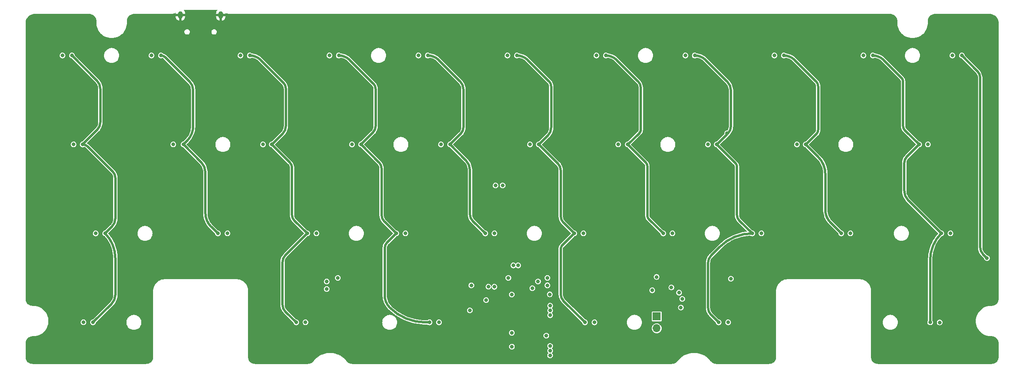
<source format=gbr>
%TF.GenerationSoftware,KiCad,Pcbnew,(7.0.0)*%
%TF.CreationDate,2023-09-23T18:24:27+02:00*%
%TF.ProjectId,travaulta WKL,74726176-6175-46c7-9461-20574b4c2e6b,rev?*%
%TF.SameCoordinates,Original*%
%TF.FileFunction,Copper,L3,Inr*%
%TF.FilePolarity,Positive*%
%FSLAX46Y46*%
G04 Gerber Fmt 4.6, Leading zero omitted, Abs format (unit mm)*
G04 Created by KiCad (PCBNEW (7.0.0)) date 2023-09-23 18:24:27*
%MOMM*%
%LPD*%
G01*
G04 APERTURE LIST*
%TA.AperFunction,ComponentPad*%
%ADD10R,1.700000X1.700000*%
%TD*%
%TA.AperFunction,ComponentPad*%
%ADD11O,1.700000X1.700000*%
%TD*%
%TA.AperFunction,ComponentPad*%
%ADD12O,1.000000X1.600000*%
%TD*%
%TA.AperFunction,ViaPad*%
%ADD13C,0.800000*%
%TD*%
%TA.AperFunction,Conductor*%
%ADD14C,0.500000*%
%TD*%
G04 APERTURE END LIST*
D10*
%TO.N,VBAT*%
%TO.C,SW38*%
X180181249Y-113024999D03*
D11*
%TO.N,BOOT0*%
X180181249Y-115564999D03*
%TD*%
D12*
%TO.N,GND*%
%TO.C,USB1*%
X78229999Y-48443749D03*
X86869999Y-48443749D03*
%TD*%
D13*
%TO.N,GND*%
X96681059Y-104725779D03*
X114300000Y-68278054D03*
X135638233Y-104424633D03*
X122292343Y-86296022D03*
X151003000Y-99314000D03*
X139250795Y-88412622D03*
X239712500Y-104775000D03*
X88940311Y-103911118D03*
X137318750Y-108743750D03*
X113506250Y-117475000D03*
X153834888Y-121069830D03*
X153987500Y-92075000D03*
X84617181Y-83073023D03*
X81280000Y-57277000D03*
X82550000Y-49999000D03*
X196359829Y-83116621D03*
X87249000Y-80010000D03*
X117475000Y-68262500D03*
X95250000Y-114300000D03*
X94253743Y-105454033D03*
X175418750Y-111125000D03*
X211378575Y-102262362D03*
X47117000Y-76200000D03*
X244475000Y-104775000D03*
X232187509Y-86321867D03*
X186531250Y-104366597D03*
X202414130Y-107184636D03*
X103187500Y-83125992D03*
X141301702Y-83220487D03*
X139269702Y-83220487D03*
X119027099Y-64169317D03*
X77430000Y-51094000D03*
X234216716Y-86307268D03*
X178593750Y-104324688D03*
X175451935Y-104317849D03*
X84595481Y-88265158D03*
X84198075Y-57286253D03*
X107950000Y-68278054D03*
X137621572Y-104395436D03*
X182499000Y-80010000D03*
X117445381Y-65971118D03*
X113284000Y-114300000D03*
X95250000Y-109537500D03*
X232181682Y-85070595D03*
X101290238Y-102836574D03*
X156464799Y-64146969D03*
X144653000Y-76200000D03*
X233867827Y-64186346D03*
X120296642Y-83089298D03*
X158602637Y-85060062D03*
X144688580Y-83212362D03*
X88926415Y-65964205D03*
X177006250Y-108743750D03*
X142113000Y-110617000D03*
X213758720Y-65997413D03*
X194539821Y-104317849D03*
X155575000Y-85725000D03*
X113506250Y-111125000D03*
X123585894Y-104410035D03*
X175816362Y-65997905D03*
X196320496Y-85086672D03*
X114300000Y-107950000D03*
X101155500Y-83125992D03*
X173101000Y-95250000D03*
X141859000Y-80010000D03*
X150971210Y-89699174D03*
X215365925Y-102666568D03*
X121059099Y-64169317D03*
X152584000Y-112903000D03*
X82585181Y-83073023D03*
X144374097Y-116215501D03*
X158753070Y-104320989D03*
X137901311Y-64231533D03*
X63156734Y-86285172D03*
X47371000Y-50800000D03*
X82566274Y-88265158D03*
X121095883Y-65974574D03*
X192539949Y-102088341D03*
X101308819Y-104740377D03*
X234950000Y-61087000D03*
X60075298Y-64176230D03*
X215275605Y-85030152D03*
X160918079Y-102299291D03*
X177839421Y-64193631D03*
X139700000Y-57150000D03*
X153987500Y-100806250D03*
X227802501Y-102685722D03*
X99867728Y-65952852D03*
X88900000Y-68262500D03*
X138906250Y-108743750D03*
X215781779Y-64193139D03*
X183356250Y-120650000D03*
X217310639Y-86266825D03*
X65200540Y-88255984D03*
X190232918Y-104293450D03*
X120257309Y-85059349D03*
X153987500Y-102393750D03*
X158750000Y-57150000D03*
X99815881Y-64231533D03*
X111125000Y-65960003D03*
X82551675Y-86294346D03*
X142081250Y-106362500D03*
X142081250Y-107950000D03*
X232221015Y-83100544D03*
X101121994Y-86347315D03*
X197035308Y-64193631D03*
X217346938Y-83060101D03*
X120650000Y-107955425D03*
X98943844Y-107338930D03*
X215900000Y-57150000D03*
X127246500Y-107950000D03*
X197044249Y-65997905D03*
X141265403Y-86427211D03*
X106389136Y-104784173D03*
X114272348Y-65964205D03*
X196850000Y-57150000D03*
X239712500Y-103187500D03*
X106426000Y-76200000D03*
X98422526Y-65950379D03*
X69850000Y-108743750D03*
X123825000Y-65951243D03*
X227806250Y-120650000D03*
X144716101Y-85427602D03*
X143668750Y-104344178D03*
X159004000Y-110744000D03*
X122328642Y-83089298D03*
X78607665Y-65964205D03*
X144653000Y-72517000D03*
X125349000Y-80010000D03*
X146559275Y-69986416D03*
X234213682Y-85070595D03*
X233876768Y-65990620D03*
X120709967Y-104380837D03*
X106432932Y-107222141D03*
X179168520Y-86356192D03*
X177800000Y-53213000D03*
X82189797Y-64153271D03*
X251079000Y-50800000D03*
X85751415Y-65964205D03*
X127000000Y-68309162D03*
X179165486Y-85119519D03*
X114183211Y-104585218D03*
X217325238Y-88252236D03*
X92075000Y-68262500D03*
X122306942Y-88281433D03*
X173573173Y-104293450D03*
X134874000Y-95250000D03*
X227806250Y-114300000D03*
X183356250Y-110331250D03*
X120277735Y-88281433D03*
X123031250Y-117475000D03*
X92075000Y-65964205D03*
X51435000Y-95250000D03*
X96774000Y-95250000D03*
X251206000Y-63500000D03*
X140493750Y-104333809D03*
X215281432Y-86281424D03*
X80962500Y-60071000D03*
X231844768Y-65990620D03*
X198391829Y-83116621D03*
X98900048Y-104754976D03*
X227806250Y-107950000D03*
X91599229Y-101561070D03*
X217307605Y-85030152D03*
X244094000Y-69723000D03*
X158496799Y-64146969D03*
X171170882Y-120668224D03*
X82545848Y-85043074D03*
X184943750Y-117475000D03*
X130175000Y-68309162D03*
X218043298Y-102733502D03*
X160911418Y-104281020D03*
X164306250Y-104289692D03*
X98425000Y-68262500D03*
X95250000Y-68262500D03*
X103936569Y-104827969D03*
X49530000Y-69850000D03*
X60116776Y-66008155D03*
X101847881Y-64231533D03*
X63171333Y-88255984D03*
X87249000Y-72644000D03*
X70643750Y-91281250D03*
X127000000Y-65951243D03*
X234950000Y-104775000D03*
X203200000Y-117475000D03*
X75692000Y-48895000D03*
X120650000Y-117475000D03*
X177848362Y-65997905D03*
X200037961Y-104339926D03*
X179183119Y-88341603D03*
X133383834Y-65953835D03*
X139933311Y-64231533D03*
X83568550Y-101824404D03*
X120650000Y-111125000D03*
X220754139Y-102733502D03*
X215314938Y-83060101D03*
X198063398Y-104339926D03*
X84577848Y-85043074D03*
X126525678Y-120534355D03*
X65182907Y-85033900D03*
X111125000Y-68278054D03*
X96666461Y-107309733D03*
X198029931Y-107050767D03*
X153987500Y-85725000D03*
X85725000Y-68262500D03*
X175807421Y-64193631D03*
X123825000Y-68309162D03*
X136525000Y-68262500D03*
X192561494Y-104301005D03*
X227806250Y-104775000D03*
X203200000Y-114300000D03*
X175418750Y-107530039D03*
X246856250Y-103187500D03*
X95250000Y-65964205D03*
X124865250Y-107950000D03*
X103148167Y-85096043D03*
X71661345Y-103815799D03*
X182499000Y-72390000D03*
X86311676Y-103889220D03*
X109064523Y-103037765D03*
X237331250Y-104775000D03*
X200238764Y-107151169D03*
X120263136Y-86310621D03*
X246856250Y-104775000D03*
X139236196Y-86441810D03*
X202406250Y-103187500D03*
X232568750Y-104775000D03*
X101899728Y-65952852D03*
X133350000Y-68309162D03*
X73739399Y-103793446D03*
X161131250Y-107950000D03*
X101411009Y-107222141D03*
X123848305Y-120534355D03*
X177172819Y-83149468D03*
X119063883Y-65974574D03*
X175418750Y-117475000D03*
X232202108Y-88292679D03*
X198352496Y-85086672D03*
X81075201Y-103881038D03*
X215296031Y-88252236D03*
X234253015Y-83100544D03*
X120650000Y-114300000D03*
X115824000Y-99314000D03*
X242093750Y-103187500D03*
X204086568Y-102349954D03*
X160654407Y-87046427D03*
X203200000Y-110331250D03*
X65185941Y-86270573D03*
X137872571Y-65974082D03*
X179387500Y-118268750D03*
X223230709Y-102733502D03*
X141859000Y-72517000D03*
X177133486Y-85119519D03*
X156473740Y-65951243D03*
X132597276Y-104413054D03*
X160634637Y-85060062D03*
X68453000Y-76200000D03*
X201676000Y-76200000D03*
X146681488Y-64206158D03*
X230225870Y-102671123D03*
X192024000Y-91313000D03*
X170583240Y-107583554D03*
X138112500Y-120650000D03*
X231835827Y-64186346D03*
X120650000Y-53213000D03*
X77851000Y-95250000D03*
X207809214Y-102349954D03*
X158593696Y-83255788D03*
X157162500Y-89693750D03*
X224282000Y-80137000D03*
X160625696Y-83255788D03*
X205904095Y-102349954D03*
X170676988Y-104308377D03*
X115824000Y-91313000D03*
X146793645Y-104323439D03*
X95250000Y-120650000D03*
X178198988Y-120601289D03*
X147066000Y-107315000D03*
X244475000Y-103187500D03*
X70643750Y-99218750D03*
X69850000Y-120650000D03*
X120650000Y-60960000D03*
X198370129Y-88308756D03*
X232620043Y-102714919D03*
X121126329Y-68333618D03*
X123031250Y-107955425D03*
X153321343Y-104242074D03*
X91601684Y-103924834D03*
X242093750Y-104775000D03*
X195892007Y-102087464D03*
X158505740Y-65951243D03*
X126247276Y-104424633D03*
X130175000Y-65951243D03*
X213749779Y-64193139D03*
X183356250Y-118268750D03*
X69494010Y-103866335D03*
X144653000Y-67691000D03*
X229235000Y-95250000D03*
X141807427Y-69986416D03*
X196340922Y-88308756D03*
X122289309Y-85059349D03*
X148814813Y-120969428D03*
X65659000Y-76200000D03*
X147896567Y-109273002D03*
X62148776Y-66008155D03*
X101600000Y-57150000D03*
X153987500Y-99218750D03*
X78581250Y-68262500D03*
X95250000Y-103187500D03*
X103937454Y-102919300D03*
X63190240Y-83063849D03*
X119856250Y-109537500D03*
X103165800Y-88318127D03*
X204355226Y-105477810D03*
X144632258Y-70008314D03*
X243967000Y-85725000D03*
X139904571Y-65974082D03*
X158622407Y-87046427D03*
X226376623Y-102700035D03*
X89408000Y-48895000D03*
X224282000Y-72390000D03*
X93662500Y-101600000D03*
X125349000Y-72517000D03*
X75914406Y-102336472D03*
X139230369Y-85190538D03*
X83552539Y-103889220D03*
X148586409Y-83241559D03*
X195003308Y-64193631D03*
X185166000Y-114300000D03*
X157162500Y-99314000D03*
X179204819Y-83149468D03*
X177139313Y-86370791D03*
X75951089Y-103837242D03*
X101911437Y-68262500D03*
X175822819Y-120567822D03*
X192625972Y-107021113D03*
X104775000Y-65960003D03*
X163576000Y-76200000D03*
X195012249Y-65997905D03*
X153288724Y-110807639D03*
X111531688Y-103066962D03*
X71700833Y-102228857D03*
X158750000Y-107950000D03*
X198355530Y-86323345D03*
X81067320Y-101785474D03*
X106404619Y-102948497D03*
X144652281Y-64206158D03*
X144653000Y-80010000D03*
X251079000Y-95123000D03*
X148209000Y-101981000D03*
X107936174Y-65943466D03*
X65222240Y-83063849D03*
X98806000Y-50800000D03*
X211201000Y-95250000D03*
X146685000Y-72517000D03*
X230187500Y-104775000D03*
X173617597Y-107561243D03*
X84580882Y-86279747D03*
X167481250Y-104289692D03*
X62107298Y-64176230D03*
X78581250Y-63500000D03*
X146685000Y-80010000D03*
X196326323Y-86337944D03*
X120903194Y-120567822D03*
X190240765Y-102103407D03*
X101136593Y-88318127D03*
X103151201Y-86332716D03*
X129422276Y-104424633D03*
X63150907Y-85033900D03*
X203200000Y-120650000D03*
X141262369Y-85190538D03*
X141287500Y-120650000D03*
X101116167Y-85096043D03*
X153987500Y-89693750D03*
X84137500Y-68262500D03*
X177153912Y-88341603D03*
X189706250Y-107950000D03*
X87312500Y-63500000D03*
X104775000Y-68278054D03*
X118067619Y-104395436D03*
X150550100Y-110815963D03*
X78556941Y-103859140D03*
X237331250Y-103187500D03*
X136558834Y-65953835D03*
X227965000Y-76200000D03*
X209539150Y-102328056D03*
X157162500Y-85725000D03*
X183356250Y-104370593D03*
X158632093Y-88982166D03*
X73764104Y-102267787D03*
X246062500Y-76200000D03*
X146685000Y-67691000D03*
X177800000Y-60960000D03*
X215790720Y-65997413D03*
X139953601Y-68350091D03*
X153346000Y-115062000D03*
X87653038Y-51101306D03*
X84074000Y-69850000D03*
X151425252Y-121036363D03*
X184943750Y-106362500D03*
X150425000Y-115062000D03*
%TO.N,APLEX_OUT_PIN_0*%
X156787000Y-106362500D03*
X156787000Y-104775000D03*
X148431250Y-104775000D03*
X140493750Y-106362500D03*
X140168917Y-111725196D03*
X184943750Y-107950000D03*
%TO.N,ROW0*%
X243459000Y-57150000D03*
X110109000Y-57150000D03*
X186309000Y-57150000D03*
X148209000Y-57150000D03*
X167259000Y-57150000D03*
X224409000Y-57150000D03*
X129159000Y-57150000D03*
X72009000Y-57150000D03*
X52959000Y-57150000D03*
X91059000Y-57150000D03*
X149495497Y-102108000D03*
X145669000Y-84987000D03*
X205359000Y-57150000D03*
%TO.N,ROW1*%
X55372000Y-76200000D03*
X191135000Y-76200000D03*
X133985000Y-76200000D03*
X147189272Y-84974626D03*
X76708000Y-76200000D03*
X153035000Y-76200000D03*
X210185000Y-76200000D03*
X171958000Y-76200000D03*
X114935000Y-76200000D03*
X150495000Y-102108000D03*
X238252000Y-76200000D03*
X95885000Y-76200000D03*
%TO.N,VBAT*%
X149155000Y-108331000D03*
X180168284Y-104576503D03*
X149158000Y-116524000D03*
X153545858Y-106982709D03*
X156556000Y-117129000D03*
X149189578Y-119489093D03*
X157291782Y-108302925D03*
X111918750Y-104775000D03*
X154781250Y-105533209D03*
%TO.N,COL0*%
X59531250Y-114300000D03*
X62103000Y-95250000D03*
X54991000Y-57150000D03*
X57277000Y-76200000D03*
%TO.N,COL1*%
X74041000Y-57150000D03*
X109537500Y-107156250D03*
X109537500Y-105568750D03*
X86233000Y-95250000D03*
X78867000Y-76200000D03*
%TO.N,COL2*%
X103005828Y-114300000D03*
X93075000Y-57150000D03*
X105362500Y-95250000D03*
X97790000Y-76200000D03*
%TO.N,COL3*%
X124412500Y-95250000D03*
X116887500Y-76200000D03*
X131555000Y-114300000D03*
X112125000Y-57150000D03*
%TO.N,COL4*%
X143462500Y-95250000D03*
X135937500Y-76200000D03*
X131175000Y-57150000D03*
%TO.N,COL5*%
X150241000Y-57150000D03*
X162512500Y-95250000D03*
X164846000Y-114300000D03*
X154940000Y-76200000D03*
%TO.N,COL6*%
X169291000Y-57150000D03*
X173990000Y-76200000D03*
X181562500Y-95250000D03*
X183324719Y-106823574D03*
X179237160Y-107440416D03*
%TO.N,COL7*%
X188325000Y-57150000D03*
X195262500Y-73818750D03*
X200612500Y-95250000D03*
X193421000Y-114300000D03*
X193040000Y-76200000D03*
%TO.N,COL8*%
X207391000Y-57150000D03*
X196056250Y-104952200D03*
X219662500Y-95250000D03*
X185352690Y-111125000D03*
X212090000Y-76200000D03*
%TO.N,COL9*%
X241095000Y-95250000D03*
X226441000Y-57150000D03*
X236347000Y-76200000D03*
X238714369Y-114292898D03*
%TO.N,ROW2*%
X164512500Y-95250000D03*
X221662500Y-95250000D03*
X126412500Y-95250000D03*
X243078000Y-95250000D03*
X202612500Y-95250000D03*
X107362500Y-95250000D03*
X145462500Y-95250000D03*
X60071000Y-95250000D03*
X88312500Y-95250000D03*
X183562500Y-95250000D03*
%TO.N,ROW3*%
X144157368Y-106657415D03*
X143668750Y-109537500D03*
X195453000Y-114300000D03*
X105004216Y-114293511D03*
X166878000Y-114300000D03*
X133555000Y-114300000D03*
X240745252Y-114314598D03*
X57470051Y-114280535D03*
%TO.N,AMUX_SEL_2*%
X157348680Y-121365408D03*
X157353000Y-110744000D03*
%TO.N,AMUX_SEL_1*%
X157357299Y-111755701D03*
X157364941Y-120356364D03*
%TO.N,AMUX_SEL_0*%
X157353500Y-119342500D03*
X157353000Y-112776000D03*
%TO.N,APLEX_EN_PIN_1*%
X185642929Y-109271580D03*
X145415000Y-106680000D03*
%TO.N,COL10*%
X245491000Y-57150000D03*
X250878697Y-100530160D03*
%TD*%
D14*
%TO.N,COL0*%
X64293750Y-100538938D02*
X64293750Y-108414968D01*
X63595250Y-93757750D02*
X62103000Y-95250000D01*
X61087000Y-71437500D02*
X61087000Y-64293750D01*
X60346129Y-62505129D02*
X54991000Y-57150000D01*
X58415214Y-76671464D02*
X63732484Y-81988734D01*
X63500000Y-110331250D02*
X59531250Y-114300000D01*
X64293750Y-83343750D02*
X64293750Y-92071422D01*
X57277000Y-76200000D02*
X60413481Y-73063519D01*
X63595244Y-93757744D02*
G75*
G03*
X64293750Y-92071422I-1686344J1686344D01*
G01*
X58415219Y-76671459D02*
G75*
G03*
X57277000Y-76200000I-1138219J-1138241D01*
G01*
X64293734Y-100538938D02*
G75*
G03*
X62103000Y-95250000I-7479634J38D01*
G01*
X64293794Y-83343750D02*
G75*
G03*
X63732483Y-81988735I-1916294J-50D01*
G01*
X61086962Y-64293750D02*
G75*
G03*
X60346129Y-62505129I-2529462J50D01*
G01*
X60413473Y-73063511D02*
G75*
G03*
X61087000Y-71437500I-1625973J1626011D01*
G01*
X63500020Y-110331270D02*
G75*
G03*
X64293750Y-108414968I-1916320J1916270D01*
G01*
%TO.N,COL1*%
X83566000Y-90854301D02*
X83566000Y-82133785D01*
X86233000Y-95250000D02*
X84788375Y-93805375D01*
X80168750Y-62706250D02*
X75016612Y-57554112D01*
X82692875Y-80025875D02*
X78867000Y-76200000D01*
X80962500Y-72231250D02*
X80962500Y-64622532D01*
X78867000Y-76200000D02*
X79637912Y-75429088D01*
X83566020Y-82133785D02*
G75*
G03*
X82692874Y-80025876I-2981020J-15D01*
G01*
X75016607Y-57554117D02*
G75*
G03*
X74041000Y-57150000I-975607J-975583D01*
G01*
X79637882Y-75429058D02*
G75*
G03*
X80962500Y-72231250I-3197782J3197858D01*
G01*
X80962486Y-64622532D02*
G75*
G03*
X80168749Y-62706251I-2709986J32D01*
G01*
X83565986Y-90854301D02*
G75*
G03*
X84788376Y-93805374I4173414J1D01*
G01*
%TO.N,COL2*%
X100076000Y-101423388D02*
X100076000Y-110509996D01*
X100702500Y-112022500D02*
X102980000Y-114300000D01*
X105362500Y-95250000D02*
X100703125Y-99909375D01*
X101679375Y-80089375D02*
X97790000Y-76200000D01*
X102108000Y-91281250D02*
X102108000Y-81124167D01*
X105362500Y-95250000D02*
X102613052Y-92500552D01*
X100099143Y-73938357D02*
X97837500Y-76200000D01*
X95432941Y-58126691D02*
X100244984Y-62938734D01*
X102980000Y-114300000D02*
X103005828Y-114300000D01*
X100806250Y-64293750D02*
X100806250Y-72231250D01*
X100076002Y-110509996D02*
G75*
G03*
X100702500Y-112022500I2138998J-4D01*
G01*
X95432934Y-58126698D02*
G75*
G03*
X93075000Y-57150000I-2357934J-2357902D01*
G01*
X100806294Y-64293750D02*
G75*
G03*
X100244983Y-62938735I-1916294J-50D01*
G01*
X102108028Y-81124167D02*
G75*
G03*
X101679375Y-80089375I-1463428J-33D01*
G01*
X102107979Y-91281250D02*
G75*
G03*
X102613052Y-92500552I1724421J50D01*
G01*
X100703139Y-99909389D02*
G75*
G03*
X100076000Y-101423388I1513961J-1514011D01*
G01*
X100099176Y-73938390D02*
G75*
G03*
X100806250Y-72231250I-1707176J1707090D01*
G01*
%TO.N,COL3*%
X114482941Y-58126691D02*
X119565987Y-63209737D01*
X120015000Y-64293750D02*
X120015000Y-72231250D01*
X121285000Y-91281250D02*
X121285000Y-81349684D01*
X124412500Y-95250000D02*
X122470458Y-97192042D01*
X130696378Y-114300000D02*
X131555000Y-114300000D01*
X120753125Y-80065625D02*
X116887500Y-76200000D01*
X124412500Y-95250000D02*
X121879854Y-92717354D01*
X121959750Y-98425000D02*
X121959750Y-108538171D01*
X119420146Y-73667354D02*
X116887500Y-76200000D01*
X119420180Y-73667388D02*
G75*
G03*
X120015000Y-72231250I-1436180J1436088D01*
G01*
X122470461Y-97192045D02*
G75*
G03*
X121959750Y-98425000I1232939J-1232955D01*
G01*
X121959778Y-108538171D02*
G75*
G03*
X123031251Y-111124999I3658322J-29D01*
G01*
X120015042Y-64293750D02*
G75*
G03*
X119565986Y-63209738I-1533042J-50D01*
G01*
X123031267Y-111124983D02*
G75*
G03*
X130696378Y-114300000I7665133J7665083D01*
G01*
X114482934Y-58126698D02*
G75*
G03*
X112125000Y-57150000I-2357934J-2357902D01*
G01*
X121284978Y-91281250D02*
G75*
G03*
X121879855Y-92717353I2031022J50D01*
G01*
X121285020Y-81349684D02*
G75*
G03*
X120753124Y-80065626I-1815920J-16D01*
G01*
%TO.N,COL4*%
X135937500Y-76200000D02*
X138215625Y-73921875D01*
X140787500Y-92575000D02*
X143462500Y-95250000D01*
X135937500Y-76200000D02*
X139298837Y-79561337D01*
X138811000Y-72484513D02*
X138811000Y-64392578D01*
X140208000Y-81756250D02*
X140208000Y-91175964D01*
X138112500Y-62706250D02*
X133532941Y-58126691D01*
X138215611Y-73921861D02*
G75*
G03*
X138811000Y-72484513I-1437311J1437361D01*
G01*
X133532934Y-58126698D02*
G75*
G03*
X131175000Y-57150000I-2357934J-2357902D01*
G01*
X140208016Y-91175964D02*
G75*
G03*
X140787501Y-92574999I1978484J-36D01*
G01*
X140207957Y-81756250D02*
G75*
G03*
X139298837Y-79561337I-3104057J50D01*
G01*
X138811023Y-64392578D02*
G75*
G03*
X138112500Y-62706250I-2384823J-22D01*
G01*
%TO.N,COL5*%
X160210500Y-109664500D02*
X164846000Y-114300000D01*
X162512500Y-95250000D02*
X159852193Y-97910307D01*
X157607000Y-72536457D02*
X157607000Y-63779367D01*
X154940000Y-76200000D02*
X159032832Y-80292832D01*
X159639000Y-98425000D02*
X159639000Y-108284777D01*
X160234375Y-92971875D02*
X162512500Y-95250000D01*
X154987500Y-76200000D02*
X156868750Y-74318750D01*
X157162500Y-62706250D02*
X152571628Y-58115378D01*
X159639000Y-81756250D02*
X159639000Y-91534513D01*
X159852190Y-97910304D02*
G75*
G03*
X159639000Y-98425000I514710J-514696D01*
G01*
X157607027Y-63779367D02*
G75*
G03*
X157162499Y-62706251I-1517627J-33D01*
G01*
X152571627Y-58115379D02*
G75*
G03*
X150241000Y-57150000I-2330627J-2330621D01*
G01*
X159639030Y-81756250D02*
G75*
G03*
X159032831Y-80292833I-2069630J-50D01*
G01*
X159638981Y-91534513D02*
G75*
G03*
X160234376Y-92971874I2032719J13D01*
G01*
X159639010Y-108284777D02*
G75*
G03*
X160210500Y-109664500I1951190J-23D01*
G01*
X156868763Y-74318763D02*
G75*
G03*
X157607000Y-72536457I-1782263J1782263D01*
G01*
%TO.N,COL6*%
X173990000Y-76200000D02*
X177879375Y-80089375D01*
X176784000Y-73025000D02*
X176784000Y-64085973D01*
X178181000Y-80817562D02*
X178181000Y-91430625D01*
X174037500Y-76200000D02*
X176481005Y-73756495D01*
X178490625Y-92178125D02*
X181562500Y-95250000D01*
X176212500Y-62706250D02*
X171621628Y-58115378D01*
X178180976Y-91430625D02*
G75*
G03*
X178490625Y-92178125I1057124J25D01*
G01*
X178181030Y-80817562D02*
G75*
G03*
X177879375Y-80089375I-1029830J-38D01*
G01*
X176784025Y-64085973D02*
G75*
G03*
X176212499Y-62706251I-1951225J-27D01*
G01*
X176481007Y-73756497D02*
G75*
G03*
X176784000Y-73025000I-731507J731497D01*
G01*
X171621627Y-58115379D02*
G75*
G03*
X169291000Y-57150000I-2330627J-2330621D01*
G01*
%TO.N,COL7*%
X195468750Y-73818750D02*
X195403343Y-73884157D01*
X195262500Y-74025000D02*
X195262500Y-73818750D01*
X195262500Y-62706250D02*
X190682941Y-58126691D01*
X197863051Y-92500551D02*
X200612500Y-95250000D01*
X193040000Y-76200000D02*
X197043691Y-80203691D01*
X197358000Y-80962500D02*
X197358000Y-91281250D01*
X195262500Y-73818750D02*
X195468750Y-73818750D01*
X191166742Y-101600000D02*
X191166742Y-111125000D01*
X196088000Y-72231250D02*
X196088000Y-64699183D01*
X193087500Y-76200000D02*
X195262500Y-74025000D01*
X191817805Y-112696805D02*
X193421000Y-114300000D01*
X193702384Y-98112264D02*
X191839974Y-99974674D01*
X197358021Y-91281250D02*
G75*
G03*
X197863052Y-92500550I1724279J-50D01*
G01*
X191166740Y-111125000D02*
G75*
G03*
X191817806Y-112696804I2222860J0D01*
G01*
X200612500Y-95250007D02*
G75*
G03*
X193702385Y-98112265I0J-9772393D01*
G01*
X190682934Y-58126698D02*
G75*
G03*
X188325000Y-57150000I-2357934J-2357902D01*
G01*
X191839974Y-99974674D02*
G75*
G03*
X191166742Y-101600000I1625326J-1625326D01*
G01*
X197358005Y-80962500D02*
G75*
G03*
X197043691Y-80203691I-1073105J0D01*
G01*
X195403376Y-73884190D02*
G75*
G03*
X196088000Y-72231250I-1652976J1652890D01*
G01*
X196088021Y-64699183D02*
G75*
G03*
X195262500Y-62706250I-2818421J-17D01*
G01*
%TO.N,COL8*%
X219662500Y-95202500D02*
X219662500Y-95250000D01*
X212137500Y-76200000D02*
X214364202Y-73973298D01*
X214312500Y-62706250D02*
X209721628Y-58115378D01*
X212090000Y-76200000D02*
X214754356Y-78864356D01*
X214757000Y-73025000D02*
X214757000Y-63779367D01*
X217408125Y-92948125D02*
X219662500Y-95202500D01*
X216281000Y-82550000D02*
X216281000Y-90227005D01*
X216280984Y-90227005D02*
G75*
G03*
X217408125Y-92948125I3848216J5D01*
G01*
X214757027Y-63779367D02*
G75*
G03*
X214312499Y-62706251I-1517627J-33D01*
G01*
X216280996Y-82550000D02*
G75*
G03*
X214754356Y-78864356I-5212296J0D01*
G01*
X209721627Y-58115379D02*
G75*
G03*
X207391000Y-57150000I-2330627J-2330621D01*
G01*
X214364203Y-73973299D02*
G75*
G03*
X214757000Y-73025000I-948303J948299D01*
G01*
%TO.N,COL9*%
X232918000Y-72231250D02*
X232918000Y-62755664D01*
X236347000Y-76200000D02*
X233733267Y-78813733D01*
X234053750Y-88208750D02*
X241095000Y-95250000D01*
X238714369Y-100997351D02*
X238714369Y-114292898D01*
X236330000Y-76200000D02*
X233311682Y-73181681D01*
X232568750Y-61912500D02*
X228771628Y-58115378D01*
X233172000Y-80168750D02*
X233172000Y-86080018D01*
X228771627Y-58115379D02*
G75*
G03*
X226441000Y-57150000I-2330627J-2330621D01*
G01*
X233733288Y-78813754D02*
G75*
G03*
X233172000Y-80168750I1355012J-1355046D01*
G01*
X233171993Y-86080018D02*
G75*
G03*
X234053750Y-88208750I3010507J18D01*
G01*
X232917962Y-72231250D02*
G75*
G03*
X233311682Y-73181681I1344138J50D01*
G01*
X232918029Y-62755664D02*
G75*
G03*
X232568750Y-61912500I-1192429J-36D01*
G01*
X241094985Y-95249985D02*
G75*
G03*
X238714369Y-100997351I5747315J-5747315D01*
G01*
%TO.N,COL10*%
X249428000Y-97631250D02*
X249428000Y-98251036D01*
X248844283Y-60503283D02*
X245491000Y-57150000D01*
X249428000Y-97631250D02*
X249428000Y-61912500D01*
X250013787Y-99665250D02*
X250878697Y-100530160D01*
X249428009Y-61912500D02*
G75*
G03*
X248844282Y-60503284I-1992909J0D01*
G01*
X249427975Y-98251036D02*
G75*
G03*
X250013787Y-99665250I2000025J36D01*
G01*
%TD*%
%TA.AperFunction,Conductor*%
%TO.N,GND*%
G36*
X86154969Y-47407397D02*
G01*
X86159248Y-47413022D01*
X86159508Y-47420085D01*
X86155653Y-47426008D01*
X86154232Y-47427173D01*
X86153421Y-47427984D01*
X86028191Y-47580577D01*
X86027550Y-47581537D01*
X85934498Y-47755625D01*
X85934055Y-47756695D01*
X85876753Y-47945591D01*
X85876528Y-47946721D01*
X85862027Y-48093952D01*
X85862000Y-48094516D01*
X85862000Y-48187423D01*
X85862681Y-48189068D01*
X85864327Y-48189750D01*
X87875673Y-48189750D01*
X87877318Y-48189068D01*
X87878000Y-48187423D01*
X87878000Y-48094516D01*
X87877972Y-48093952D01*
X87871336Y-48026583D01*
X87873359Y-48018779D01*
X87879949Y-48014135D01*
X87887975Y-48014856D01*
X88080753Y-48105946D01*
X88289738Y-48177777D01*
X88505363Y-48226155D01*
X88725003Y-48250493D01*
X88835396Y-48250499D01*
X88835397Y-48250500D01*
X88835496Y-48250500D01*
X230199500Y-48250500D01*
X230199585Y-48250500D01*
X230200419Y-48250530D01*
X230269725Y-48255486D01*
X230420046Y-48267317D01*
X230421595Y-48267545D01*
X230519707Y-48288888D01*
X230519830Y-48288916D01*
X230639209Y-48317577D01*
X230640535Y-48317982D01*
X230739585Y-48354926D01*
X230739908Y-48355053D01*
X230848356Y-48399974D01*
X230849462Y-48400503D01*
X230944035Y-48452143D01*
X230944523Y-48452426D01*
X231042891Y-48512706D01*
X231043767Y-48513300D01*
X231130728Y-48578399D01*
X231131296Y-48578853D01*
X231218444Y-48653284D01*
X231219118Y-48653908D01*
X231296090Y-48730880D01*
X231296714Y-48731554D01*
X231371138Y-48818693D01*
X231371606Y-48819279D01*
X231399476Y-48856509D01*
X231436690Y-48906220D01*
X231437300Y-48907119D01*
X231497567Y-49005466D01*
X231497860Y-49005972D01*
X231549490Y-49100525D01*
X231550030Y-49101655D01*
X231594932Y-49210059D01*
X231595085Y-49210447D01*
X231632011Y-49309448D01*
X231632426Y-49310806D01*
X231661066Y-49430101D01*
X231661122Y-49430345D01*
X231682451Y-49528393D01*
X231682682Y-49529962D01*
X231694517Y-49680331D01*
X231694523Y-49680414D01*
X231699470Y-49749581D01*
X231699500Y-49750415D01*
X231699500Y-49750500D01*
X231699500Y-50149500D01*
X231699500Y-50150000D01*
X231699500Y-50326237D01*
X231699534Y-50326553D01*
X231699535Y-50326564D01*
X231737573Y-50676316D01*
X231737609Y-50676645D01*
X231813381Y-51020878D01*
X231813478Y-51021166D01*
X231813480Y-51021173D01*
X231925826Y-51354607D01*
X231925831Y-51354621D01*
X231925926Y-51354901D01*
X231926055Y-51355181D01*
X231926056Y-51355182D01*
X232073795Y-51674516D01*
X232073799Y-51674523D01*
X232073926Y-51674798D01*
X232074084Y-51675061D01*
X232074088Y-51675068D01*
X232235179Y-51942802D01*
X232255646Y-51976818D01*
X232255832Y-51977063D01*
X232255835Y-51977067D01*
X232468761Y-52257167D01*
X232468767Y-52257174D01*
X232468954Y-52257420D01*
X232711350Y-52513314D01*
X232979992Y-52741501D01*
X233271731Y-52939305D01*
X233583146Y-53104407D01*
X233910586Y-53234871D01*
X234250212Y-53329168D01*
X234598043Y-53386191D01*
X234950000Y-53405274D01*
X235301957Y-53386191D01*
X235649788Y-53329168D01*
X235989414Y-53234871D01*
X236316854Y-53104407D01*
X236628269Y-52939305D01*
X236920008Y-52741501D01*
X237188650Y-52513314D01*
X237431046Y-52257420D01*
X237644354Y-51976818D01*
X237826074Y-51674798D01*
X237974074Y-51354901D01*
X238086619Y-51020878D01*
X238162391Y-50676645D01*
X238200500Y-50326237D01*
X238200500Y-50150000D01*
X238200500Y-50149500D01*
X238200500Y-49750415D01*
X238200530Y-49749580D01*
X238205486Y-49680278D01*
X238217317Y-49529949D01*
X238217544Y-49528408D01*
X238238877Y-49430345D01*
X238238933Y-49430101D01*
X238267579Y-49310781D01*
X238267978Y-49309474D01*
X238304941Y-49210374D01*
X238305037Y-49210131D01*
X238349980Y-49101628D01*
X238350495Y-49100551D01*
X238402163Y-49005927D01*
X238402405Y-49005510D01*
X238462718Y-48907088D01*
X238463285Y-48906252D01*
X238528424Y-48819238D01*
X238528828Y-48818732D01*
X238603307Y-48731528D01*
X238603882Y-48730907D01*
X238680907Y-48653882D01*
X238681528Y-48653307D01*
X238768732Y-48578828D01*
X238769238Y-48578424D01*
X238856252Y-48513285D01*
X238857088Y-48512718D01*
X238955510Y-48452405D01*
X238955927Y-48452163D01*
X239050551Y-48400495D01*
X239051628Y-48399980D01*
X239160131Y-48355037D01*
X239160374Y-48354941D01*
X239259474Y-48317978D01*
X239260781Y-48317579D01*
X239380212Y-48288906D01*
X239380237Y-48288900D01*
X239478408Y-48267544D01*
X239479949Y-48267317D01*
X239630193Y-48255492D01*
X239699580Y-48250530D01*
X239700415Y-48250500D01*
X239700500Y-48250500D01*
X251474500Y-48250500D01*
X251474616Y-48250500D01*
X251475381Y-48250525D01*
X251476745Y-48250614D01*
X251558772Y-48255990D01*
X251729941Y-48268233D01*
X251731340Y-48268421D01*
X251846331Y-48291295D01*
X251984381Y-48321326D01*
X251985610Y-48321667D01*
X252102157Y-48361230D01*
X252102369Y-48361306D01*
X252229159Y-48408596D01*
X252230235Y-48409060D01*
X252317587Y-48452138D01*
X252342622Y-48464484D01*
X252343054Y-48464708D01*
X252459780Y-48528445D01*
X252460643Y-48528968D01*
X252516666Y-48566401D01*
X252565735Y-48599188D01*
X252566247Y-48599550D01*
X252671907Y-48678647D01*
X252672609Y-48679216D01*
X252767961Y-48762837D01*
X252768520Y-48763361D01*
X252861637Y-48856478D01*
X252862161Y-48857037D01*
X252945782Y-48952389D01*
X252946351Y-48953091D01*
X253025448Y-49058751D01*
X253025810Y-49059263D01*
X253096021Y-49164340D01*
X253096562Y-49165233D01*
X253160290Y-49281944D01*
X253160514Y-49282376D01*
X253215935Y-49394758D01*
X253216404Y-49395844D01*
X253263671Y-49522570D01*
X253263788Y-49522898D01*
X253303324Y-49639366D01*
X253303678Y-49640640D01*
X253333690Y-49778605D01*
X253333732Y-49778809D01*
X253356573Y-49893635D01*
X253356768Y-49895083D01*
X253369019Y-50066375D01*
X253374011Y-50142548D01*
X253374475Y-50149619D01*
X253374500Y-50150384D01*
X253374500Y-109258584D01*
X253374470Y-109259419D01*
X253369523Y-109328585D01*
X253369517Y-109328668D01*
X253357682Y-109479036D01*
X253357451Y-109480605D01*
X253336125Y-109578640D01*
X253336069Y-109578884D01*
X253307426Y-109698192D01*
X253307011Y-109699550D01*
X253270085Y-109798551D01*
X253269932Y-109798939D01*
X253225030Y-109907343D01*
X253224490Y-109908473D01*
X253172860Y-110003026D01*
X253172567Y-110003532D01*
X253112300Y-110101879D01*
X253111690Y-110102778D01*
X253046607Y-110189718D01*
X253046138Y-110190305D01*
X252971714Y-110277444D01*
X252971090Y-110278118D01*
X252894118Y-110355090D01*
X252893444Y-110355714D01*
X252806305Y-110430138D01*
X252805718Y-110430607D01*
X252718778Y-110495690D01*
X252717879Y-110496300D01*
X252619532Y-110556567D01*
X252619026Y-110556860D01*
X252524473Y-110608490D01*
X252523343Y-110609030D01*
X252414939Y-110653932D01*
X252414551Y-110654085D01*
X252315550Y-110691011D01*
X252314192Y-110691426D01*
X252194884Y-110720069D01*
X252194640Y-110720125D01*
X252096605Y-110741451D01*
X252095036Y-110741682D01*
X251944676Y-110753516D01*
X251944593Y-110753522D01*
X251875419Y-110758470D01*
X251874584Y-110758500D01*
X251558464Y-110758500D01*
X251558445Y-110758500D01*
X251558139Y-110758501D01*
X251557823Y-110758535D01*
X251557811Y-110758536D01*
X251208061Y-110796577D01*
X251208055Y-110796577D01*
X251207733Y-110796613D01*
X251207414Y-110796683D01*
X251207409Y-110796684D01*
X250863838Y-110872312D01*
X250863502Y-110872386D01*
X250863218Y-110872481D01*
X250863206Y-110872485D01*
X250529775Y-110984833D01*
X250529759Y-110984839D01*
X250529481Y-110984933D01*
X250529206Y-110985060D01*
X250529199Y-110985063D01*
X250209868Y-111132803D01*
X250209853Y-111132810D01*
X250209587Y-111132934D01*
X250209330Y-111133088D01*
X250209316Y-111133096D01*
X249907839Y-111314491D01*
X249907831Y-111314495D01*
X249907569Y-111314654D01*
X249907331Y-111314834D01*
X249907319Y-111314843D01*
X249627222Y-111527770D01*
X249627206Y-111527783D01*
X249626970Y-111527963D01*
X249626745Y-111528175D01*
X249626738Y-111528182D01*
X249371309Y-111770138D01*
X249371297Y-111770149D01*
X249371077Y-111770359D01*
X249370877Y-111770594D01*
X249370867Y-111770605D01*
X249143103Y-112038752D01*
X249143097Y-112038759D01*
X249142893Y-112039000D01*
X249142722Y-112039251D01*
X249142713Y-112039264D01*
X248945268Y-112330475D01*
X248945257Y-112330491D01*
X248945091Y-112330738D01*
X248944945Y-112331012D01*
X248944941Y-112331020D01*
X248780138Y-112641871D01*
X248780131Y-112641885D01*
X248779990Y-112642152D01*
X248779877Y-112642433D01*
X248779873Y-112642444D01*
X248649647Y-112969290D01*
X248649641Y-112969305D01*
X248649528Y-112969591D01*
X248649444Y-112969890D01*
X248649442Y-112969899D01*
X248555315Y-113308915D01*
X248555312Y-113308924D01*
X248555232Y-113309216D01*
X248555182Y-113309518D01*
X248555181Y-113309525D01*
X248498257Y-113656742D01*
X248498255Y-113656754D01*
X248498208Y-113657045D01*
X248498191Y-113657343D01*
X248498191Y-113657351D01*
X248480186Y-113989443D01*
X248479126Y-114009000D01*
X248479143Y-114009314D01*
X248496712Y-114333376D01*
X248498208Y-114360955D01*
X248498256Y-114361247D01*
X248498257Y-114361257D01*
X248540357Y-114618052D01*
X248555232Y-114708784D01*
X248555313Y-114709078D01*
X248555315Y-114709084D01*
X248643981Y-115028431D01*
X248649528Y-115048409D01*
X248649644Y-115048700D01*
X248649647Y-115048709D01*
X248773532Y-115359640D01*
X248779990Y-115375848D01*
X248780134Y-115376121D01*
X248780138Y-115376128D01*
X248898335Y-115599071D01*
X248945091Y-115687262D01*
X248945263Y-115687515D01*
X248945268Y-115687524D01*
X249142713Y-115978735D01*
X249142893Y-115979000D01*
X249143103Y-115979247D01*
X249348061Y-116220545D01*
X249371077Y-116247641D01*
X249371306Y-116247858D01*
X249371309Y-116247861D01*
X249437925Y-116310963D01*
X249626970Y-116490037D01*
X249627217Y-116490224D01*
X249627222Y-116490229D01*
X249771794Y-116600131D01*
X249907569Y-116703346D01*
X250209587Y-116885066D01*
X250529481Y-117033067D01*
X250863502Y-117145614D01*
X251207733Y-117221387D01*
X251558139Y-117259499D01*
X251734274Y-117259499D01*
X251734275Y-117259499D01*
X251734276Y-117259500D01*
X251734375Y-117259500D01*
X251874500Y-117259500D01*
X251874585Y-117259500D01*
X251875419Y-117259530D01*
X251944725Y-117264486D01*
X252095046Y-117276317D01*
X252096595Y-117276545D01*
X252194707Y-117297888D01*
X252194830Y-117297916D01*
X252314209Y-117326577D01*
X252315535Y-117326982D01*
X252414585Y-117363926D01*
X252414908Y-117364053D01*
X252523356Y-117408974D01*
X252524462Y-117409503D01*
X252619035Y-117461143D01*
X252619523Y-117461426D01*
X252717891Y-117521706D01*
X252718767Y-117522300D01*
X252805728Y-117587399D01*
X252806296Y-117587853D01*
X252882649Y-117653064D01*
X252893444Y-117662284D01*
X252894118Y-117662908D01*
X252971090Y-117739880D01*
X252971714Y-117740554D01*
X253046138Y-117827693D01*
X253046607Y-117828280D01*
X253111690Y-117915220D01*
X253112300Y-117916119D01*
X253172567Y-118014466D01*
X253172860Y-118014972D01*
X253224490Y-118109525D01*
X253225030Y-118110655D01*
X253269932Y-118219059D01*
X253270085Y-118219447D01*
X253307011Y-118318448D01*
X253307426Y-118319806D01*
X253336066Y-118439101D01*
X253336122Y-118439345D01*
X253357451Y-118537393D01*
X253357682Y-118538962D01*
X253369517Y-118689331D01*
X253369523Y-118689414D01*
X253374470Y-118758581D01*
X253374500Y-118759416D01*
X253374500Y-121699584D01*
X253374470Y-121700419D01*
X253369523Y-121769585D01*
X253369517Y-121769668D01*
X253357682Y-121920036D01*
X253357451Y-121921605D01*
X253336125Y-122019640D01*
X253336069Y-122019884D01*
X253307426Y-122139192D01*
X253307011Y-122140550D01*
X253270085Y-122239551D01*
X253269932Y-122239939D01*
X253225030Y-122348343D01*
X253224490Y-122349473D01*
X253172860Y-122444026D01*
X253172567Y-122444532D01*
X253112300Y-122542879D01*
X253111690Y-122543778D01*
X253046607Y-122630718D01*
X253046138Y-122631305D01*
X252971714Y-122718444D01*
X252971090Y-122719118D01*
X252894118Y-122796090D01*
X252893444Y-122796714D01*
X252806305Y-122871138D01*
X252805718Y-122871607D01*
X252718778Y-122936690D01*
X252717879Y-122937300D01*
X252619532Y-122997567D01*
X252619026Y-122997860D01*
X252524473Y-123049490D01*
X252523343Y-123050030D01*
X252414939Y-123094932D01*
X252414551Y-123095085D01*
X252315550Y-123132011D01*
X252314192Y-123132426D01*
X252194884Y-123161069D01*
X252194640Y-123161125D01*
X252096605Y-123182451D01*
X252095036Y-123182682D01*
X251944676Y-123194516D01*
X251944593Y-123194522D01*
X251875419Y-123199470D01*
X251874584Y-123199500D01*
X227550416Y-123199500D01*
X227549581Y-123199470D01*
X227480405Y-123194522D01*
X227480322Y-123194516D01*
X227329962Y-123182682D01*
X227328393Y-123182451D01*
X227230358Y-123161125D01*
X227230114Y-123161069D01*
X227110806Y-123132426D01*
X227109448Y-123132011D01*
X227010447Y-123095085D01*
X227010059Y-123094932D01*
X226901655Y-123050030D01*
X226900525Y-123049490D01*
X226805972Y-122997860D01*
X226805466Y-122997567D01*
X226707119Y-122937300D01*
X226706220Y-122936690D01*
X226619280Y-122871607D01*
X226618693Y-122871138D01*
X226531554Y-122796714D01*
X226530880Y-122796090D01*
X226453908Y-122719118D01*
X226453284Y-122718444D01*
X226378853Y-122631296D01*
X226378399Y-122630728D01*
X226313300Y-122543767D01*
X226312706Y-122542891D01*
X226252426Y-122444523D01*
X226252138Y-122444026D01*
X226239538Y-122420950D01*
X226200503Y-122349462D01*
X226199974Y-122348356D01*
X226155053Y-122239908D01*
X226154926Y-122239585D01*
X226117982Y-122140535D01*
X226117577Y-122139209D01*
X226088916Y-122019830D01*
X226088888Y-122019707D01*
X226067545Y-121921595D01*
X226067317Y-121920046D01*
X226055492Y-121769796D01*
X226050529Y-121700418D01*
X226050500Y-121699585D01*
X226050500Y-114300000D01*
X228582051Y-114300000D01*
X228582087Y-114300457D01*
X228600124Y-114529643D01*
X228601817Y-114551148D01*
X228601922Y-114551588D01*
X228601923Y-114551590D01*
X228649676Y-114750499D01*
X228660627Y-114796111D01*
X228660801Y-114796531D01*
X228660803Y-114796537D01*
X228756856Y-115028431D01*
X228756859Y-115028438D01*
X228757034Y-115028859D01*
X228757272Y-115029248D01*
X228757274Y-115029251D01*
X228838379Y-115161602D01*
X228888664Y-115243659D01*
X229052276Y-115435224D01*
X229243841Y-115598836D01*
X229458641Y-115730466D01*
X229691389Y-115826873D01*
X229936352Y-115885683D01*
X230124618Y-115900500D01*
X230250154Y-115900500D01*
X230250382Y-115900500D01*
X230438648Y-115885683D01*
X230683611Y-115826873D01*
X230916359Y-115730466D01*
X231131159Y-115598836D01*
X231322724Y-115435224D01*
X231486336Y-115243659D01*
X231617966Y-115028859D01*
X231714373Y-114796111D01*
X231773183Y-114551148D01*
X231792949Y-114300000D01*
X231773183Y-114048852D01*
X231714373Y-113803889D01*
X231617966Y-113571141D01*
X231486336Y-113356341D01*
X231446351Y-113309525D01*
X231323016Y-113165118D01*
X231322724Y-113164776D01*
X231131159Y-113001164D01*
X231079146Y-112969290D01*
X230916751Y-112869774D01*
X230916748Y-112869772D01*
X230916359Y-112869534D01*
X230915938Y-112869359D01*
X230915931Y-112869356D01*
X230684037Y-112773303D01*
X230684031Y-112773301D01*
X230683611Y-112773127D01*
X230683167Y-112773020D01*
X230683166Y-112773020D01*
X230439090Y-112714423D01*
X230439088Y-112714422D01*
X230438648Y-112714317D01*
X230438195Y-112714281D01*
X230438193Y-112714281D01*
X230250608Y-112699517D01*
X230250588Y-112699516D01*
X230250382Y-112699500D01*
X230124618Y-112699500D01*
X230124411Y-112699516D01*
X230124391Y-112699517D01*
X229936806Y-112714281D01*
X229936802Y-112714281D01*
X229936352Y-112714317D01*
X229935913Y-112714422D01*
X229935909Y-112714423D01*
X229691833Y-112773020D01*
X229691828Y-112773021D01*
X229691389Y-112773127D01*
X229690971Y-112773299D01*
X229690962Y-112773303D01*
X229459068Y-112869356D01*
X229459056Y-112869362D01*
X229458641Y-112869534D01*
X229458256Y-112869769D01*
X229458248Y-112869774D01*
X229244225Y-113000928D01*
X229244218Y-113000932D01*
X229243841Y-113001164D01*
X229243509Y-113001446D01*
X229243500Y-113001454D01*
X229052618Y-113164483D01*
X229052611Y-113164489D01*
X229052276Y-113164776D01*
X229051989Y-113165111D01*
X229051983Y-113165118D01*
X228888954Y-113356000D01*
X228888946Y-113356009D01*
X228888664Y-113356341D01*
X228888432Y-113356718D01*
X228888428Y-113356725D01*
X228757274Y-113570748D01*
X228757269Y-113570756D01*
X228757034Y-113571141D01*
X228756862Y-113571556D01*
X228756856Y-113571568D01*
X228660803Y-113803462D01*
X228660799Y-113803471D01*
X228660627Y-113803889D01*
X228660521Y-113804328D01*
X228660520Y-113804333D01*
X228601923Y-114048409D01*
X228601817Y-114048852D01*
X228601781Y-114049302D01*
X228601781Y-114049306D01*
X228593296Y-114157124D01*
X228582051Y-114300000D01*
X226050500Y-114300000D01*
X226050500Y-107399104D01*
X226050500Y-107398748D01*
X226014037Y-107098449D01*
X225941643Y-106804734D01*
X225834373Y-106521887D01*
X225693792Y-106254033D01*
X225521950Y-106005076D01*
X225321352Y-105778648D01*
X225296711Y-105756818D01*
X225095186Y-105578282D01*
X225095184Y-105578281D01*
X225094924Y-105578050D01*
X225094633Y-105577849D01*
X225094629Y-105577846D01*
X224971638Y-105492952D01*
X224845967Y-105406208D01*
X224580013Y-105266624D01*
X224578420Y-105265788D01*
X224578418Y-105265787D01*
X224578113Y-105265627D01*
X224577238Y-105265295D01*
X224295591Y-105158480D01*
X224295587Y-105158478D01*
X224295266Y-105158357D01*
X224222687Y-105140468D01*
X224001893Y-105086047D01*
X224001888Y-105086046D01*
X224001551Y-105085963D01*
X224001211Y-105085921D01*
X224001202Y-105085920D01*
X223701602Y-105049542D01*
X223701593Y-105049541D01*
X223701252Y-105049500D01*
X223550099Y-105049500D01*
X208250500Y-105049500D01*
X208250000Y-105049500D01*
X208098748Y-105049500D01*
X208098406Y-105049541D01*
X208098397Y-105049542D01*
X207798797Y-105085920D01*
X207798785Y-105085922D01*
X207798449Y-105085963D01*
X207798114Y-105086045D01*
X207798106Y-105086047D01*
X207505074Y-105158273D01*
X207505070Y-105158273D01*
X207504734Y-105158357D01*
X207504417Y-105158477D01*
X207504408Y-105158480D01*
X207222210Y-105265504D01*
X207222202Y-105265507D01*
X207221887Y-105265627D01*
X207221587Y-105265784D01*
X207221579Y-105265788D01*
X206954347Y-105406043D01*
X206954033Y-105406208D01*
X206953742Y-105406408D01*
X206953740Y-105406410D01*
X206705370Y-105577846D01*
X206705358Y-105577855D01*
X206705076Y-105578050D01*
X206704822Y-105578274D01*
X206704813Y-105578282D01*
X206478902Y-105778422D01*
X206478893Y-105778430D01*
X206478648Y-105778648D01*
X206478430Y-105778893D01*
X206478422Y-105778902D01*
X206278282Y-106004813D01*
X206278274Y-106004822D01*
X206278050Y-106005076D01*
X206277855Y-106005358D01*
X206277846Y-106005370D01*
X206107806Y-106251718D01*
X206106208Y-106254033D01*
X206106044Y-106254344D01*
X206106043Y-106254347D01*
X205965788Y-106521579D01*
X205965784Y-106521587D01*
X205965627Y-106521887D01*
X205965507Y-106522202D01*
X205965504Y-106522210D01*
X205858480Y-106804408D01*
X205858477Y-106804417D01*
X205858357Y-106804734D01*
X205858273Y-106805070D01*
X205858273Y-106805074D01*
X205786047Y-107098106D01*
X205786045Y-107098114D01*
X205785963Y-107098449D01*
X205785922Y-107098785D01*
X205785920Y-107098797D01*
X205749542Y-107398397D01*
X205749541Y-107398406D01*
X205749500Y-107398748D01*
X205749500Y-107399104D01*
X205749500Y-121699584D01*
X205749470Y-121700419D01*
X205744523Y-121769585D01*
X205744517Y-121769668D01*
X205732682Y-121920036D01*
X205732451Y-121921605D01*
X205711125Y-122019640D01*
X205711069Y-122019884D01*
X205682426Y-122139192D01*
X205682011Y-122140550D01*
X205645085Y-122239551D01*
X205644932Y-122239939D01*
X205600030Y-122348343D01*
X205599490Y-122349473D01*
X205547860Y-122444026D01*
X205547567Y-122444532D01*
X205487300Y-122542879D01*
X205486690Y-122543778D01*
X205421607Y-122630718D01*
X205421138Y-122631305D01*
X205346714Y-122718444D01*
X205346090Y-122719118D01*
X205269118Y-122796090D01*
X205268444Y-122796714D01*
X205181305Y-122871138D01*
X205180718Y-122871607D01*
X205093778Y-122936690D01*
X205092879Y-122937300D01*
X204994532Y-122997567D01*
X204994026Y-122997860D01*
X204899473Y-123049490D01*
X204898343Y-123050030D01*
X204789939Y-123094932D01*
X204789551Y-123095085D01*
X204690550Y-123132011D01*
X204689192Y-123132426D01*
X204569884Y-123161069D01*
X204569640Y-123161125D01*
X204471605Y-123182451D01*
X204470036Y-123182682D01*
X204319676Y-123194516D01*
X204319593Y-123194522D01*
X204250419Y-123199470D01*
X204249584Y-123199500D01*
X199934474Y-123199500D01*
X192934756Y-123199500D01*
X192933993Y-123199475D01*
X192889033Y-123196535D01*
X192888905Y-123196526D01*
X192726419Y-123184117D01*
X192725034Y-123183928D01*
X192639762Y-123167020D01*
X192639389Y-123166939D01*
X192518263Y-123138783D01*
X192517162Y-123138470D01*
X192428285Y-123108399D01*
X192427688Y-123108179D01*
X192318044Y-123064305D01*
X192317231Y-123063943D01*
X192231625Y-123021876D01*
X192230841Y-123021453D01*
X192129128Y-122961464D01*
X192128589Y-122961126D01*
X192050470Y-122909132D01*
X192049550Y-122908452D01*
X191953258Y-122829765D01*
X191952966Y-122829518D01*
X191887494Y-122772355D01*
X191886497Y-122771374D01*
X191776450Y-122649250D01*
X191776366Y-122649155D01*
X191760112Y-122630718D01*
X191747695Y-122616633D01*
X191747238Y-122616083D01*
X191747052Y-122615843D01*
X191746964Y-122615729D01*
X191746838Y-122615566D01*
X191621734Y-122453505D01*
X191621729Y-122453499D01*
X191621568Y-122453290D01*
X191423000Y-122239551D01*
X191341730Y-122152071D01*
X191341728Y-122152069D01*
X191341545Y-122151872D01*
X191035193Y-121877257D01*
X191034987Y-121877104D01*
X191034980Y-121877098D01*
X190705284Y-121631895D01*
X190705278Y-121631891D01*
X190705067Y-121631734D01*
X190704846Y-121631599D01*
X190704840Y-121631595D01*
X190354142Y-121417487D01*
X190354139Y-121417485D01*
X190353919Y-121417351D01*
X190353692Y-121417239D01*
X190353684Y-121417235D01*
X189984908Y-121236008D01*
X189984898Y-121236003D01*
X189984677Y-121235895D01*
X189984448Y-121235807D01*
X189984438Y-121235803D01*
X189600655Y-121088970D01*
X189600652Y-121088969D01*
X189600422Y-121088881D01*
X189600179Y-121088812D01*
X189600174Y-121088811D01*
X189204616Y-120977606D01*
X189204605Y-120977603D01*
X189204358Y-120977534D01*
X189204098Y-120977486D01*
X189204094Y-120977485D01*
X188800047Y-120902831D01*
X188800046Y-120902830D01*
X188799787Y-120902783D01*
X188799540Y-120902760D01*
X188799523Y-120902758D01*
X188390361Y-120865276D01*
X188390352Y-120865275D01*
X188390084Y-120865251D01*
X187978666Y-120865251D01*
X187978398Y-120865275D01*
X187978388Y-120865276D01*
X187569226Y-120902758D01*
X187569206Y-120902760D01*
X187568963Y-120902783D01*
X187568706Y-120902830D01*
X187568702Y-120902831D01*
X187164655Y-120977485D01*
X187164646Y-120977487D01*
X187164392Y-120977534D01*
X187164149Y-120977602D01*
X187164133Y-120977606D01*
X186768575Y-121088811D01*
X186768563Y-121088814D01*
X186768328Y-121088881D01*
X186768104Y-121088966D01*
X186768094Y-121088970D01*
X186384311Y-121235803D01*
X186384293Y-121235810D01*
X186384073Y-121235895D01*
X186383859Y-121236000D01*
X186383841Y-121236008D01*
X186015065Y-121417235D01*
X186015047Y-121417244D01*
X186014831Y-121417351D01*
X186014619Y-121417480D01*
X186014607Y-121417487D01*
X185663909Y-121631595D01*
X185663893Y-121631605D01*
X185663683Y-121631734D01*
X185663481Y-121631883D01*
X185663465Y-121631895D01*
X185333769Y-121877098D01*
X185333751Y-121877112D01*
X185333557Y-121877257D01*
X185333374Y-121877420D01*
X185333363Y-121877430D01*
X185027405Y-122151692D01*
X185027396Y-122151700D01*
X185027205Y-122151872D01*
X185027031Y-122152058D01*
X185027019Y-122152071D01*
X184747362Y-122453095D01*
X184747349Y-122453109D01*
X184747182Y-122453290D01*
X184747037Y-122453477D01*
X184747019Y-122453499D01*
X184621785Y-122615729D01*
X184621759Y-122615762D01*
X184621689Y-122615852D01*
X184621230Y-122616406D01*
X184591466Y-122650168D01*
X184591381Y-122650264D01*
X184482235Y-122771370D01*
X184481239Y-122772350D01*
X184415830Y-122829461D01*
X184415539Y-122829708D01*
X184319177Y-122908455D01*
X184318256Y-122909135D01*
X184240162Y-122961116D01*
X184239623Y-122961454D01*
X184137885Y-123021461D01*
X184137102Y-123021883D01*
X184051536Y-123063935D01*
X184050722Y-123064298D01*
X183941038Y-123108190D01*
X183940441Y-123108410D01*
X183851596Y-123138473D01*
X183850495Y-123138786D01*
X183729279Y-123166965D01*
X183728906Y-123167045D01*
X183643749Y-123183935D01*
X183642363Y-123184125D01*
X183478404Y-123196638D01*
X183478278Y-123196647D01*
X183435052Y-123199475D01*
X183434288Y-123199500D01*
X115016005Y-123199500D01*
X115015242Y-123199475D01*
X114969575Y-123196490D01*
X114969449Y-123196481D01*
X114807957Y-123184179D01*
X114806570Y-123183990D01*
X114719862Y-123166797D01*
X114719489Y-123166716D01*
X114599889Y-123138916D01*
X114598788Y-123138603D01*
X114508862Y-123108176D01*
X114508265Y-123107956D01*
X114399740Y-123064529D01*
X114398938Y-123064171D01*
X114356915Y-123043519D01*
X114312436Y-123021660D01*
X114311653Y-123021238D01*
X114210961Y-122961846D01*
X114210422Y-122961508D01*
X114131414Y-122908918D01*
X114130493Y-122908237D01*
X114085098Y-122871138D01*
X114035357Y-122830486D01*
X114035105Y-122830274D01*
X113968521Y-122772133D01*
X113967536Y-122771163D01*
X113860056Y-122651870D01*
X113859971Y-122651775D01*
X113828572Y-122616154D01*
X113828088Y-122615566D01*
X113702984Y-122453505D01*
X113702979Y-122453499D01*
X113702818Y-122453290D01*
X113504250Y-122239551D01*
X113422980Y-122152071D01*
X113422978Y-122152069D01*
X113422795Y-122151872D01*
X113116443Y-121877257D01*
X113116237Y-121877104D01*
X113116230Y-121877098D01*
X112786534Y-121631895D01*
X112786528Y-121631891D01*
X112786317Y-121631734D01*
X112786096Y-121631599D01*
X112786090Y-121631595D01*
X112435392Y-121417487D01*
X112435389Y-121417485D01*
X112435169Y-121417351D01*
X112434942Y-121417239D01*
X112434934Y-121417235D01*
X112329472Y-121365408D01*
X156742998Y-121365408D01*
X156743098Y-121366168D01*
X156763535Y-121521407D01*
X156763536Y-121521411D01*
X156763636Y-121522170D01*
X156763929Y-121522877D01*
X156763930Y-121522881D01*
X156823847Y-121667533D01*
X156824144Y-121668249D01*
X156920398Y-121793690D01*
X157045839Y-121889944D01*
X157191918Y-121950452D01*
X157348680Y-121971090D01*
X157505442Y-121950452D01*
X157651521Y-121889944D01*
X157776962Y-121793690D01*
X157873216Y-121668249D01*
X157933724Y-121522170D01*
X157954362Y-121365408D01*
X157933724Y-121208646D01*
X157873216Y-121062567D01*
X157776962Y-120937126D01*
X157732173Y-120902758D01*
X157697830Y-120876405D01*
X157693794Y-120870641D01*
X157693795Y-120863605D01*
X157697829Y-120857842D01*
X157793223Y-120784646D01*
X157889477Y-120659205D01*
X157949985Y-120513126D01*
X157970623Y-120356364D01*
X157949985Y-120199602D01*
X157889477Y-120053523D01*
X157793223Y-119928082D01*
X157746539Y-119892260D01*
X157697099Y-119854323D01*
X157693063Y-119848559D01*
X157693064Y-119841523D01*
X157697098Y-119835760D01*
X157781782Y-119770782D01*
X157878036Y-119645341D01*
X157938544Y-119499262D01*
X157959182Y-119342500D01*
X157957749Y-119331619D01*
X157956056Y-119318759D01*
X157938544Y-119185738D01*
X157878036Y-119039659D01*
X157781782Y-118914218D01*
X157768529Y-118904049D01*
X157741633Y-118883411D01*
X157656341Y-118817964D01*
X157655627Y-118817668D01*
X157655625Y-118817667D01*
X157510973Y-118757750D01*
X157510969Y-118757749D01*
X157510262Y-118757456D01*
X157509503Y-118757356D01*
X157509499Y-118757355D01*
X157354260Y-118736918D01*
X157353500Y-118736818D01*
X157352740Y-118736918D01*
X157197500Y-118757355D01*
X157197495Y-118757356D01*
X157196738Y-118757456D01*
X157196032Y-118757748D01*
X157196026Y-118757750D01*
X157051374Y-118817667D01*
X157051368Y-118817669D01*
X157050659Y-118817964D01*
X157050045Y-118818434D01*
X157050045Y-118818435D01*
X156925828Y-118913749D01*
X156925823Y-118913753D01*
X156925218Y-118914218D01*
X156924753Y-118914823D01*
X156924749Y-118914828D01*
X156886230Y-118965028D01*
X156828964Y-119039659D01*
X156828669Y-119040368D01*
X156828667Y-119040374D01*
X156768750Y-119185026D01*
X156768748Y-119185032D01*
X156768456Y-119185738D01*
X156768356Y-119186495D01*
X156768355Y-119186500D01*
X156749157Y-119332331D01*
X156747818Y-119342500D01*
X156747918Y-119343260D01*
X156768355Y-119498499D01*
X156768356Y-119498503D01*
X156768456Y-119499262D01*
X156768749Y-119499969D01*
X156768750Y-119499973D01*
X156828667Y-119644625D01*
X156828964Y-119645341D01*
X156925218Y-119770782D01*
X156925828Y-119771250D01*
X157021339Y-119844538D01*
X157025375Y-119850302D01*
X157025376Y-119857338D01*
X157021340Y-119863102D01*
X156937266Y-119927616D01*
X156936659Y-119928082D01*
X156936194Y-119928687D01*
X156936191Y-119928691D01*
X156840876Y-120052909D01*
X156840405Y-120053523D01*
X156840110Y-120054232D01*
X156840108Y-120054238D01*
X156780191Y-120198890D01*
X156780189Y-120198896D01*
X156779897Y-120199602D01*
X156779797Y-120200359D01*
X156779796Y-120200364D01*
X156759359Y-120355604D01*
X156759259Y-120356364D01*
X156759359Y-120357124D01*
X156779796Y-120512363D01*
X156779797Y-120512367D01*
X156779897Y-120513126D01*
X156780190Y-120513833D01*
X156780191Y-120513837D01*
X156840108Y-120658489D01*
X156840405Y-120659205D01*
X156936659Y-120784646D01*
X156990600Y-120826037D01*
X157015789Y-120845365D01*
X157019824Y-120851129D01*
X157019824Y-120858165D01*
X157015789Y-120863929D01*
X156921005Y-120936660D01*
X156920398Y-120937126D01*
X156919933Y-120937731D01*
X156919930Y-120937735D01*
X156845955Y-121034142D01*
X156824144Y-121062567D01*
X156823849Y-121063276D01*
X156823847Y-121063282D01*
X156763930Y-121207934D01*
X156763928Y-121207940D01*
X156763636Y-121208646D01*
X156763536Y-121209403D01*
X156763535Y-121209408D01*
X156747989Y-121327494D01*
X156742998Y-121365408D01*
X112329472Y-121365408D01*
X112066158Y-121236008D01*
X112066148Y-121236003D01*
X112065927Y-121235895D01*
X112065698Y-121235807D01*
X112065688Y-121235803D01*
X111681905Y-121088970D01*
X111681902Y-121088969D01*
X111681672Y-121088881D01*
X111681429Y-121088812D01*
X111681424Y-121088811D01*
X111285866Y-120977606D01*
X111285855Y-120977603D01*
X111285608Y-120977534D01*
X111285348Y-120977486D01*
X111285344Y-120977485D01*
X110881297Y-120902831D01*
X110881296Y-120902830D01*
X110881037Y-120902783D01*
X110880790Y-120902760D01*
X110880773Y-120902758D01*
X110471611Y-120865276D01*
X110471602Y-120865275D01*
X110471334Y-120865251D01*
X110059916Y-120865251D01*
X110059648Y-120865275D01*
X110059638Y-120865276D01*
X109650476Y-120902758D01*
X109650456Y-120902760D01*
X109650213Y-120902783D01*
X109649956Y-120902830D01*
X109649952Y-120902831D01*
X109245905Y-120977485D01*
X109245896Y-120977487D01*
X109245642Y-120977534D01*
X109245399Y-120977602D01*
X109245383Y-120977606D01*
X108849825Y-121088811D01*
X108849813Y-121088814D01*
X108849578Y-121088881D01*
X108849354Y-121088966D01*
X108849344Y-121088970D01*
X108465561Y-121235803D01*
X108465543Y-121235810D01*
X108465323Y-121235895D01*
X108465109Y-121236000D01*
X108465091Y-121236008D01*
X108096315Y-121417235D01*
X108096297Y-121417244D01*
X108096081Y-121417351D01*
X108095869Y-121417480D01*
X108095857Y-121417487D01*
X107745159Y-121631595D01*
X107745143Y-121631605D01*
X107744933Y-121631734D01*
X107744731Y-121631883D01*
X107744715Y-121631895D01*
X107415019Y-121877098D01*
X107415001Y-121877112D01*
X107414807Y-121877257D01*
X107414624Y-121877420D01*
X107414613Y-121877430D01*
X107108655Y-122151692D01*
X107108646Y-122151700D01*
X107108455Y-122151872D01*
X107108281Y-122152058D01*
X107108269Y-122152071D01*
X106828612Y-122453095D01*
X106828599Y-122453109D01*
X106828432Y-122453290D01*
X106828287Y-122453477D01*
X106828269Y-122453499D01*
X106703035Y-122615729D01*
X106703009Y-122615762D01*
X106702946Y-122615843D01*
X106702488Y-122616397D01*
X106672158Y-122650803D01*
X106672074Y-122650897D01*
X106563731Y-122771163D01*
X106562733Y-122772145D01*
X106496136Y-122830296D01*
X106495845Y-122830543D01*
X106400781Y-122908229D01*
X106399860Y-122908909D01*
X106320794Y-122961537D01*
X106320255Y-122961875D01*
X106219634Y-123021221D01*
X106218850Y-123021644D01*
X106132295Y-123064178D01*
X106131482Y-123064540D01*
X106023016Y-123107941D01*
X106022419Y-123108161D01*
X105932443Y-123138602D01*
X105931342Y-123138915D01*
X105811799Y-123166697D01*
X105811425Y-123166778D01*
X105724657Y-123183981D01*
X105723271Y-123184170D01*
X105563340Y-123196362D01*
X105563214Y-123196371D01*
X105519554Y-123199222D01*
X105515685Y-123199475D01*
X105514924Y-123199500D01*
X98515724Y-123199500D01*
X94200416Y-123199500D01*
X94199581Y-123199470D01*
X94130405Y-123194522D01*
X94130322Y-123194516D01*
X93979962Y-123182682D01*
X93978393Y-123182451D01*
X93880358Y-123161125D01*
X93880114Y-123161069D01*
X93760806Y-123132426D01*
X93759448Y-123132011D01*
X93660447Y-123095085D01*
X93660059Y-123094932D01*
X93551655Y-123050030D01*
X93550525Y-123049490D01*
X93455972Y-122997860D01*
X93455466Y-122997567D01*
X93357119Y-122937300D01*
X93356220Y-122936690D01*
X93269280Y-122871607D01*
X93268693Y-122871138D01*
X93181554Y-122796714D01*
X93180880Y-122796090D01*
X93103908Y-122719118D01*
X93103284Y-122718444D01*
X93028853Y-122631296D01*
X93028399Y-122630728D01*
X92963300Y-122543767D01*
X92962706Y-122542891D01*
X92902426Y-122444523D01*
X92902138Y-122444026D01*
X92889538Y-122420950D01*
X92850503Y-122349462D01*
X92849974Y-122348356D01*
X92805053Y-122239908D01*
X92804926Y-122239585D01*
X92767982Y-122140535D01*
X92767577Y-122139209D01*
X92738916Y-122019830D01*
X92738888Y-122019707D01*
X92717545Y-121921595D01*
X92717317Y-121920046D01*
X92705492Y-121769796D01*
X92700529Y-121700418D01*
X92700500Y-121699585D01*
X92700500Y-119489093D01*
X148583896Y-119489093D01*
X148583996Y-119489853D01*
X148604433Y-119645092D01*
X148604434Y-119645096D01*
X148604534Y-119645855D01*
X148604827Y-119646562D01*
X148604828Y-119646566D01*
X148656474Y-119771250D01*
X148665042Y-119791934D01*
X148761296Y-119917375D01*
X148886737Y-120013629D01*
X149032816Y-120074137D01*
X149189578Y-120094775D01*
X149346340Y-120074137D01*
X149492419Y-120013629D01*
X149617860Y-119917375D01*
X149714114Y-119791934D01*
X149774622Y-119645855D01*
X149795260Y-119489093D01*
X149774622Y-119332331D01*
X149714114Y-119186252D01*
X149617860Y-119060811D01*
X149492419Y-118964557D01*
X149491705Y-118964261D01*
X149491703Y-118964260D01*
X149347051Y-118904343D01*
X149347047Y-118904342D01*
X149346340Y-118904049D01*
X149345581Y-118903949D01*
X149345577Y-118903948D01*
X149190338Y-118883511D01*
X149189578Y-118883411D01*
X149188818Y-118883511D01*
X149033578Y-118903948D01*
X149033573Y-118903949D01*
X149032816Y-118904049D01*
X149032110Y-118904341D01*
X149032104Y-118904343D01*
X148887452Y-118964260D01*
X148887446Y-118964262D01*
X148886737Y-118964557D01*
X148886123Y-118965027D01*
X148886123Y-118965028D01*
X148761906Y-119060342D01*
X148761901Y-119060346D01*
X148761296Y-119060811D01*
X148760831Y-119061416D01*
X148760827Y-119061421D01*
X148665983Y-119185026D01*
X148665042Y-119186252D01*
X148664747Y-119186961D01*
X148664745Y-119186967D01*
X148604828Y-119331619D01*
X148604826Y-119331625D01*
X148604534Y-119332331D01*
X148604434Y-119333088D01*
X148604433Y-119333093D01*
X148603295Y-119341740D01*
X148583896Y-119489093D01*
X92700500Y-119489093D01*
X92700500Y-116524000D01*
X148552318Y-116524000D01*
X148552418Y-116524760D01*
X148572855Y-116679999D01*
X148572856Y-116680003D01*
X148572956Y-116680762D01*
X148573249Y-116681469D01*
X148573250Y-116681473D01*
X148582381Y-116703516D01*
X148633464Y-116826841D01*
X148729718Y-116952282D01*
X148855159Y-117048536D01*
X149001238Y-117109044D01*
X149134259Y-117126556D01*
X149152819Y-117129000D01*
X149158000Y-117129682D01*
X149163181Y-117129000D01*
X155950318Y-117129000D01*
X155950418Y-117129760D01*
X155970855Y-117284999D01*
X155970856Y-117285003D01*
X155970956Y-117285762D01*
X155971249Y-117286469D01*
X155971250Y-117286473D01*
X156022213Y-117409508D01*
X156031464Y-117431841D01*
X156127718Y-117557282D01*
X156253159Y-117653536D01*
X156399238Y-117714044D01*
X156556000Y-117734682D01*
X156712762Y-117714044D01*
X156858841Y-117653536D01*
X156984282Y-117557282D01*
X157080536Y-117431841D01*
X157141044Y-117285762D01*
X157161682Y-117129000D01*
X157141044Y-116972238D01*
X157080536Y-116826159D01*
X156984282Y-116700718D01*
X156858841Y-116604464D01*
X156858127Y-116604168D01*
X156858125Y-116604167D01*
X156713473Y-116544250D01*
X156713469Y-116544249D01*
X156712762Y-116543956D01*
X156712003Y-116543856D01*
X156711999Y-116543855D01*
X156556760Y-116523418D01*
X156556000Y-116523318D01*
X156555240Y-116523418D01*
X156400000Y-116543855D01*
X156399995Y-116543856D01*
X156399238Y-116543956D01*
X156398532Y-116544248D01*
X156398526Y-116544250D01*
X156253874Y-116604167D01*
X156253868Y-116604169D01*
X156253159Y-116604464D01*
X156252545Y-116604934D01*
X156252545Y-116604935D01*
X156128328Y-116700249D01*
X156128323Y-116700253D01*
X156127718Y-116700718D01*
X156127253Y-116701323D01*
X156127249Y-116701328D01*
X156031935Y-116825545D01*
X156031464Y-116826159D01*
X156031169Y-116826868D01*
X156031167Y-116826874D01*
X155971250Y-116971526D01*
X155971248Y-116971532D01*
X155970956Y-116972238D01*
X155970856Y-116972995D01*
X155970855Y-116973000D01*
X155960973Y-117048064D01*
X155950318Y-117129000D01*
X149163181Y-117129000D01*
X149175757Y-117127344D01*
X149314762Y-117109044D01*
X149460841Y-117048536D01*
X149586282Y-116952282D01*
X149682536Y-116826841D01*
X149743044Y-116680762D01*
X149763682Y-116524000D01*
X149743044Y-116367238D01*
X149682536Y-116221159D01*
X149586282Y-116095718D01*
X149460841Y-115999464D01*
X149460127Y-115999168D01*
X149460125Y-115999167D01*
X149315473Y-115939250D01*
X149315469Y-115939249D01*
X149314762Y-115938956D01*
X149314003Y-115938856D01*
X149313999Y-115938855D01*
X149158760Y-115918418D01*
X149158000Y-115918318D01*
X149157240Y-115918418D01*
X149002000Y-115938855D01*
X149001995Y-115938856D01*
X149001238Y-115938956D01*
X149000532Y-115939248D01*
X149000526Y-115939250D01*
X148855874Y-115999167D01*
X148855868Y-115999169D01*
X148855159Y-115999464D01*
X148854545Y-115999934D01*
X148854545Y-115999935D01*
X148730328Y-116095249D01*
X148730323Y-116095253D01*
X148729718Y-116095718D01*
X148729253Y-116096323D01*
X148729249Y-116096328D01*
X148633935Y-116220545D01*
X148633464Y-116221159D01*
X148633169Y-116221868D01*
X148633167Y-116221874D01*
X148573250Y-116366526D01*
X148573248Y-116366532D01*
X148572956Y-116367238D01*
X148572856Y-116367995D01*
X148572855Y-116368000D01*
X148563023Y-116442685D01*
X148552318Y-116524000D01*
X92700500Y-116524000D01*
X92700500Y-107399104D01*
X92700500Y-107398748D01*
X92664037Y-107098449D01*
X92591643Y-106804734D01*
X92484373Y-106521887D01*
X92343792Y-106254033D01*
X92171950Y-106005076D01*
X91971352Y-105778648D01*
X91946711Y-105756818D01*
X91745186Y-105578282D01*
X91745184Y-105578281D01*
X91744924Y-105578050D01*
X91744633Y-105577849D01*
X91744629Y-105577846D01*
X91621638Y-105492952D01*
X91495967Y-105406208D01*
X91230013Y-105266624D01*
X91228420Y-105265788D01*
X91228418Y-105265787D01*
X91228113Y-105265627D01*
X91227238Y-105265295D01*
X90945591Y-105158480D01*
X90945587Y-105158478D01*
X90945266Y-105158357D01*
X90872687Y-105140468D01*
X90651893Y-105086047D01*
X90651888Y-105086046D01*
X90651551Y-105085963D01*
X90651211Y-105085921D01*
X90651202Y-105085920D01*
X90351602Y-105049542D01*
X90351593Y-105049541D01*
X90351252Y-105049500D01*
X90200099Y-105049500D01*
X74900500Y-105049500D01*
X74900000Y-105049500D01*
X74748748Y-105049500D01*
X74748406Y-105049541D01*
X74748397Y-105049542D01*
X74448797Y-105085920D01*
X74448785Y-105085922D01*
X74448449Y-105085963D01*
X74448114Y-105086045D01*
X74448106Y-105086047D01*
X74155074Y-105158273D01*
X74155070Y-105158273D01*
X74154734Y-105158357D01*
X74154417Y-105158477D01*
X74154408Y-105158480D01*
X73872210Y-105265504D01*
X73872202Y-105265507D01*
X73871887Y-105265627D01*
X73871587Y-105265784D01*
X73871579Y-105265788D01*
X73604347Y-105406043D01*
X73604033Y-105406208D01*
X73603742Y-105406408D01*
X73603740Y-105406410D01*
X73355370Y-105577846D01*
X73355358Y-105577855D01*
X73355076Y-105578050D01*
X73354822Y-105578274D01*
X73354813Y-105578282D01*
X73128902Y-105778422D01*
X73128893Y-105778430D01*
X73128648Y-105778648D01*
X73128430Y-105778893D01*
X73128422Y-105778902D01*
X72928282Y-106004813D01*
X72928274Y-106004822D01*
X72928050Y-106005076D01*
X72927855Y-106005358D01*
X72927846Y-106005370D01*
X72757806Y-106251718D01*
X72756208Y-106254033D01*
X72756044Y-106254344D01*
X72756043Y-106254347D01*
X72615788Y-106521579D01*
X72615784Y-106521587D01*
X72615627Y-106521887D01*
X72615507Y-106522202D01*
X72615504Y-106522210D01*
X72508480Y-106804408D01*
X72508477Y-106804417D01*
X72508357Y-106804734D01*
X72508273Y-106805070D01*
X72508273Y-106805074D01*
X72436047Y-107098106D01*
X72436045Y-107098114D01*
X72435963Y-107098449D01*
X72435922Y-107098785D01*
X72435920Y-107098797D01*
X72399542Y-107398397D01*
X72399541Y-107398406D01*
X72399500Y-107398748D01*
X72399500Y-107399104D01*
X72399500Y-121699584D01*
X72399470Y-121700419D01*
X72394523Y-121769585D01*
X72394517Y-121769668D01*
X72382682Y-121920036D01*
X72382451Y-121921605D01*
X72361125Y-122019640D01*
X72361069Y-122019884D01*
X72332426Y-122139192D01*
X72332011Y-122140550D01*
X72295085Y-122239551D01*
X72294932Y-122239939D01*
X72250030Y-122348343D01*
X72249490Y-122349473D01*
X72197860Y-122444026D01*
X72197567Y-122444532D01*
X72137300Y-122542879D01*
X72136690Y-122543778D01*
X72071607Y-122630718D01*
X72071138Y-122631305D01*
X71996714Y-122718444D01*
X71996090Y-122719118D01*
X71919118Y-122796090D01*
X71918444Y-122796714D01*
X71831305Y-122871138D01*
X71830718Y-122871607D01*
X71743778Y-122936690D01*
X71742879Y-122937300D01*
X71644532Y-122997567D01*
X71644026Y-122997860D01*
X71549473Y-123049490D01*
X71548343Y-123050030D01*
X71439939Y-123094932D01*
X71439551Y-123095085D01*
X71340550Y-123132011D01*
X71339192Y-123132426D01*
X71219884Y-123161069D01*
X71219640Y-123161125D01*
X71121605Y-123182451D01*
X71120036Y-123182682D01*
X70969676Y-123194516D01*
X70969593Y-123194522D01*
X70900419Y-123199470D01*
X70899584Y-123199500D01*
X46575416Y-123199500D01*
X46574581Y-123199470D01*
X46505405Y-123194522D01*
X46505322Y-123194516D01*
X46354962Y-123182682D01*
X46353393Y-123182451D01*
X46255358Y-123161125D01*
X46255114Y-123161069D01*
X46135806Y-123132426D01*
X46134448Y-123132011D01*
X46035447Y-123095085D01*
X46035059Y-123094932D01*
X45926655Y-123050030D01*
X45925525Y-123049490D01*
X45830972Y-122997860D01*
X45830466Y-122997567D01*
X45732119Y-122937300D01*
X45731220Y-122936690D01*
X45644280Y-122871607D01*
X45643693Y-122871138D01*
X45556554Y-122796714D01*
X45555880Y-122796090D01*
X45478908Y-122719118D01*
X45478284Y-122718444D01*
X45403853Y-122631296D01*
X45403399Y-122630728D01*
X45338300Y-122543767D01*
X45337706Y-122542891D01*
X45277426Y-122444523D01*
X45277138Y-122444026D01*
X45264538Y-122420950D01*
X45225503Y-122349462D01*
X45224974Y-122348356D01*
X45180053Y-122239908D01*
X45179926Y-122239585D01*
X45142982Y-122140535D01*
X45142577Y-122139209D01*
X45113916Y-122019830D01*
X45113888Y-122019707D01*
X45092545Y-121921595D01*
X45092317Y-121920046D01*
X45080492Y-121769796D01*
X45075529Y-121700418D01*
X45075500Y-121699585D01*
X45075500Y-118759415D01*
X45075530Y-118758580D01*
X45077079Y-118736918D01*
X45080486Y-118689278D01*
X45092317Y-118538949D01*
X45092544Y-118537408D01*
X45113877Y-118439345D01*
X45113933Y-118439101D01*
X45142579Y-118319781D01*
X45142978Y-118318474D01*
X45179941Y-118219374D01*
X45180037Y-118219131D01*
X45224980Y-118110628D01*
X45225495Y-118109551D01*
X45277163Y-118014927D01*
X45277405Y-118014510D01*
X45337718Y-117916088D01*
X45338285Y-117915252D01*
X45403424Y-117828238D01*
X45403828Y-117827732D01*
X45478307Y-117740528D01*
X45478882Y-117739907D01*
X45555907Y-117662882D01*
X45556528Y-117662307D01*
X45643732Y-117587828D01*
X45644238Y-117587424D01*
X45731252Y-117522285D01*
X45732088Y-117521718D01*
X45830510Y-117461405D01*
X45830927Y-117461163D01*
X45925551Y-117409495D01*
X45926628Y-117408980D01*
X46035131Y-117364037D01*
X46035374Y-117363941D01*
X46134474Y-117326978D01*
X46135781Y-117326579D01*
X46255212Y-117297906D01*
X46255237Y-117297900D01*
X46353408Y-117276544D01*
X46354949Y-117276317D01*
X46505193Y-117264492D01*
X46574580Y-117259530D01*
X46575415Y-117259500D01*
X46891912Y-117259500D01*
X46892237Y-117259500D01*
X47242645Y-117221391D01*
X47586878Y-117145619D01*
X47920901Y-117033074D01*
X48240798Y-116885074D01*
X48542818Y-116703354D01*
X48823420Y-116490046D01*
X49079314Y-116247650D01*
X49307501Y-115979008D01*
X49505305Y-115687269D01*
X49670407Y-115375854D01*
X49800871Y-115048414D01*
X49895168Y-114708788D01*
X49952191Y-114360957D01*
X49956551Y-114280535D01*
X56864369Y-114280535D01*
X56864469Y-114281295D01*
X56884906Y-114436534D01*
X56884907Y-114436538D01*
X56885007Y-114437297D01*
X56885300Y-114438004D01*
X56885301Y-114438008D01*
X56945218Y-114582660D01*
X56945515Y-114583376D01*
X57041769Y-114708817D01*
X57167210Y-114805071D01*
X57313289Y-114865579D01*
X57412612Y-114878655D01*
X57461900Y-114885144D01*
X57470051Y-114886217D01*
X57478202Y-114885144D01*
X57487808Y-114883879D01*
X57626813Y-114865579D01*
X57772892Y-114805071D01*
X57898333Y-114708817D01*
X57994587Y-114583376D01*
X58055095Y-114437297D01*
X58075733Y-114280535D01*
X58055095Y-114123773D01*
X57994587Y-113977694D01*
X57898333Y-113852253D01*
X57772892Y-113755999D01*
X57772178Y-113755703D01*
X57772176Y-113755702D01*
X57627524Y-113695785D01*
X57627520Y-113695784D01*
X57626813Y-113695491D01*
X57626054Y-113695391D01*
X57626050Y-113695390D01*
X57470811Y-113674953D01*
X57470051Y-113674853D01*
X57469291Y-113674953D01*
X57314051Y-113695390D01*
X57314046Y-113695391D01*
X57313289Y-113695491D01*
X57312583Y-113695783D01*
X57312577Y-113695785D01*
X57167925Y-113755702D01*
X57167919Y-113755704D01*
X57167210Y-113755999D01*
X57166596Y-113756469D01*
X57166596Y-113756470D01*
X57042379Y-113851784D01*
X57042374Y-113851788D01*
X57041769Y-113852253D01*
X57041304Y-113852858D01*
X57041300Y-113852863D01*
X56965153Y-113952101D01*
X56945515Y-113977694D01*
X56945220Y-113978403D01*
X56945218Y-113978409D01*
X56885301Y-114123061D01*
X56885299Y-114123067D01*
X56885007Y-114123773D01*
X56884907Y-114124530D01*
X56884906Y-114124535D01*
X56872132Y-114221568D01*
X56864369Y-114280535D01*
X49956551Y-114280535D01*
X49971274Y-114009000D01*
X49952191Y-113657043D01*
X49895168Y-113309212D01*
X49800871Y-112969586D01*
X49670407Y-112642146D01*
X49505305Y-112330731D01*
X49468725Y-112276780D01*
X49307680Y-112039256D01*
X49307679Y-112039255D01*
X49307501Y-112038992D01*
X49079314Y-111770350D01*
X48823420Y-111527954D01*
X48823174Y-111527767D01*
X48823167Y-111527761D01*
X48543067Y-111314835D01*
X48543063Y-111314832D01*
X48542818Y-111314646D01*
X48447813Y-111257483D01*
X48241068Y-111133088D01*
X48241061Y-111133084D01*
X48240798Y-111132926D01*
X48240523Y-111132799D01*
X48240516Y-111132795D01*
X47921182Y-110985056D01*
X47921181Y-110985055D01*
X47920901Y-110984926D01*
X47920621Y-110984831D01*
X47920607Y-110984826D01*
X47587173Y-110872480D01*
X47587166Y-110872478D01*
X47586878Y-110872381D01*
X47287753Y-110806538D01*
X47242968Y-110796680D01*
X47242966Y-110796679D01*
X47242645Y-110796609D01*
X47242319Y-110796573D01*
X47242316Y-110796573D01*
X46892564Y-110758535D01*
X46892553Y-110758534D01*
X46892237Y-110758500D01*
X46891912Y-110758500D01*
X46575416Y-110758500D01*
X46574581Y-110758470D01*
X46505405Y-110753522D01*
X46505322Y-110753516D01*
X46354962Y-110741682D01*
X46353393Y-110741451D01*
X46255358Y-110720125D01*
X46255114Y-110720069D01*
X46135806Y-110691426D01*
X46134448Y-110691011D01*
X46035447Y-110654085D01*
X46035059Y-110653932D01*
X45926655Y-110609030D01*
X45925525Y-110608490D01*
X45830972Y-110556860D01*
X45830466Y-110556567D01*
X45732119Y-110496300D01*
X45731220Y-110495690D01*
X45644280Y-110430607D01*
X45643693Y-110430138D01*
X45556554Y-110355714D01*
X45555880Y-110355090D01*
X45478908Y-110278118D01*
X45478284Y-110277444D01*
X45403860Y-110190305D01*
X45403399Y-110189728D01*
X45338300Y-110102767D01*
X45337706Y-110101891D01*
X45277426Y-110003523D01*
X45277138Y-110003026D01*
X45257057Y-109966250D01*
X45225503Y-109908462D01*
X45224974Y-109907356D01*
X45180053Y-109798908D01*
X45179926Y-109798585D01*
X45142982Y-109699535D01*
X45142577Y-109698209D01*
X45113916Y-109578830D01*
X45113888Y-109578707D01*
X45092545Y-109480595D01*
X45092317Y-109479046D01*
X45080492Y-109328796D01*
X45075529Y-109259418D01*
X45075500Y-109258585D01*
X45075500Y-95250000D01*
X59465318Y-95250000D01*
X59465418Y-95250760D01*
X59485855Y-95405999D01*
X59485856Y-95406003D01*
X59485956Y-95406762D01*
X59486249Y-95407469D01*
X59486250Y-95407473D01*
X59526807Y-95505385D01*
X59546464Y-95552841D01*
X59642718Y-95678282D01*
X59768159Y-95774536D01*
X59914238Y-95835044D01*
X60034814Y-95850918D01*
X60056142Y-95853726D01*
X60071000Y-95855682D01*
X60227762Y-95835044D01*
X60373841Y-95774536D01*
X60499282Y-95678282D01*
X60595536Y-95552841D01*
X60656044Y-95406762D01*
X60675607Y-95258166D01*
X60676582Y-95250760D01*
X60676682Y-95250000D01*
X60656044Y-95093238D01*
X60595536Y-94947159D01*
X60499282Y-94821718D01*
X60373841Y-94725464D01*
X60373127Y-94725168D01*
X60373125Y-94725167D01*
X60228473Y-94665250D01*
X60228469Y-94665249D01*
X60227762Y-94664956D01*
X60227003Y-94664856D01*
X60226999Y-94664855D01*
X60071760Y-94644418D01*
X60071000Y-94644318D01*
X60070240Y-94644418D01*
X59915000Y-94664855D01*
X59914995Y-94664856D01*
X59914238Y-94664956D01*
X59913532Y-94665248D01*
X59913526Y-94665250D01*
X59768874Y-94725167D01*
X59768868Y-94725169D01*
X59768159Y-94725464D01*
X59767545Y-94725934D01*
X59767545Y-94725935D01*
X59643328Y-94821249D01*
X59643323Y-94821253D01*
X59642718Y-94821718D01*
X59642253Y-94822323D01*
X59642249Y-94822328D01*
X59585796Y-94895900D01*
X59546464Y-94947159D01*
X59546169Y-94947868D01*
X59546167Y-94947874D01*
X59486250Y-95092526D01*
X59486248Y-95092532D01*
X59485956Y-95093238D01*
X59485856Y-95093995D01*
X59485855Y-95094000D01*
X59482484Y-95119609D01*
X59465318Y-95250000D01*
X45075500Y-95250000D01*
X45075500Y-76200000D01*
X54766318Y-76200000D01*
X54766418Y-76200760D01*
X54786855Y-76355999D01*
X54786856Y-76356003D01*
X54786956Y-76356762D01*
X54787249Y-76357469D01*
X54787250Y-76357473D01*
X54826052Y-76451148D01*
X54847464Y-76502841D01*
X54943718Y-76628282D01*
X55069159Y-76724536D01*
X55215238Y-76785044D01*
X55335814Y-76800918D01*
X55357142Y-76803726D01*
X55372000Y-76805682D01*
X55528762Y-76785044D01*
X55674841Y-76724536D01*
X55800282Y-76628282D01*
X55896536Y-76502841D01*
X55957044Y-76356762D01*
X55977682Y-76200000D01*
X55957044Y-76043238D01*
X55896536Y-75897159D01*
X55800282Y-75771718D01*
X55674841Y-75675464D01*
X55674127Y-75675168D01*
X55674125Y-75675167D01*
X55529473Y-75615250D01*
X55529469Y-75615249D01*
X55528762Y-75614956D01*
X55528003Y-75614856D01*
X55527999Y-75614855D01*
X55372760Y-75594418D01*
X55372000Y-75594318D01*
X55371240Y-75594418D01*
X55216000Y-75614855D01*
X55215995Y-75614856D01*
X55215238Y-75614956D01*
X55214532Y-75615248D01*
X55214526Y-75615250D01*
X55069874Y-75675167D01*
X55069868Y-75675169D01*
X55069159Y-75675464D01*
X55068545Y-75675934D01*
X55068545Y-75675935D01*
X54944328Y-75771249D01*
X54944323Y-75771253D01*
X54943718Y-75771718D01*
X54943253Y-75772323D01*
X54943249Y-75772328D01*
X54847935Y-75896545D01*
X54847464Y-75897159D01*
X54847169Y-75897868D01*
X54847167Y-75897874D01*
X54787250Y-76042526D01*
X54787248Y-76042532D01*
X54786956Y-76043238D01*
X54786856Y-76043995D01*
X54786855Y-76044000D01*
X54775924Y-76127032D01*
X54766318Y-76200000D01*
X45075500Y-76200000D01*
X45075500Y-57150000D01*
X52353318Y-57150000D01*
X52353418Y-57150760D01*
X52373855Y-57305999D01*
X52373856Y-57306003D01*
X52373956Y-57306762D01*
X52374249Y-57307469D01*
X52374250Y-57307473D01*
X52413052Y-57401148D01*
X52434464Y-57452841D01*
X52530718Y-57578282D01*
X52656159Y-57674536D01*
X52802238Y-57735044D01*
X52922814Y-57750918D01*
X52944142Y-57753726D01*
X52959000Y-57755682D01*
X53115762Y-57735044D01*
X53261841Y-57674536D01*
X53387282Y-57578282D01*
X53483536Y-57452841D01*
X53544044Y-57306762D01*
X53564682Y-57150000D01*
X54385318Y-57150000D01*
X54385418Y-57150760D01*
X54405855Y-57305999D01*
X54405856Y-57306003D01*
X54405956Y-57306762D01*
X54406249Y-57307469D01*
X54406250Y-57307473D01*
X54445052Y-57401148D01*
X54466464Y-57452841D01*
X54562718Y-57578282D01*
X54688159Y-57674536D01*
X54834238Y-57735044D01*
X54950877Y-57750399D01*
X54957622Y-57753726D01*
X60018857Y-62814960D01*
X60027331Y-62823434D01*
X60027782Y-62823911D01*
X60182482Y-62997026D01*
X60183300Y-62998052D01*
X60202490Y-63025099D01*
X60311775Y-63179128D01*
X60317446Y-63187120D01*
X60318142Y-63188228D01*
X60337251Y-63222804D01*
X60430278Y-63391131D01*
X60430847Y-63392313D01*
X60519555Y-63606484D01*
X60519989Y-63607722D01*
X60584164Y-63830492D01*
X60584456Y-63831771D01*
X60623283Y-64060321D01*
X60623430Y-64061625D01*
X60636462Y-64293741D01*
X60636352Y-64293747D01*
X60636499Y-64294440D01*
X60636499Y-64353030D01*
X60636499Y-64353050D01*
X60636499Y-64353052D01*
X60636500Y-64353058D01*
X60636500Y-71437116D01*
X60636475Y-71437881D01*
X60620731Y-71678081D01*
X60620531Y-71679599D01*
X60573644Y-71915310D01*
X60573248Y-71916788D01*
X60495994Y-72144367D01*
X60495408Y-72145781D01*
X60389113Y-72361324D01*
X60388348Y-72362649D01*
X60254823Y-72562478D01*
X60253891Y-72563692D01*
X60095081Y-72744777D01*
X60094558Y-72745336D01*
X57243623Y-75596272D01*
X57236877Y-75599599D01*
X57121000Y-75614855D01*
X57120995Y-75614856D01*
X57120238Y-75614956D01*
X57119532Y-75615248D01*
X57119526Y-75615250D01*
X56974874Y-75675167D01*
X56974868Y-75675169D01*
X56974159Y-75675464D01*
X56973545Y-75675934D01*
X56973545Y-75675935D01*
X56849328Y-75771249D01*
X56849323Y-75771253D01*
X56848718Y-75771718D01*
X56848253Y-75772323D01*
X56848249Y-75772328D01*
X56752935Y-75896545D01*
X56752464Y-75897159D01*
X56752169Y-75897868D01*
X56752167Y-75897874D01*
X56692250Y-76042526D01*
X56692248Y-76042532D01*
X56691956Y-76043238D01*
X56691856Y-76043995D01*
X56691855Y-76044000D01*
X56680924Y-76127032D01*
X56671318Y-76200000D01*
X56671418Y-76200760D01*
X56691855Y-76355999D01*
X56691856Y-76356003D01*
X56691956Y-76356762D01*
X56692249Y-76357469D01*
X56692250Y-76357473D01*
X56731052Y-76451148D01*
X56752464Y-76502841D01*
X56848718Y-76628282D01*
X56974159Y-76724536D01*
X57120238Y-76785044D01*
X57240814Y-76800918D01*
X57262142Y-76803726D01*
X57277000Y-76805682D01*
X57433762Y-76785044D01*
X57579841Y-76724536D01*
X57605786Y-76704626D01*
X57610471Y-76702467D01*
X57615632Y-76702533D01*
X57634321Y-76707021D01*
X57636061Y-76707587D01*
X57802408Y-76776489D01*
X57804040Y-76777319D01*
X57816645Y-76785044D01*
X57957568Y-76871401D01*
X57959053Y-76872480D01*
X58096251Y-76989656D01*
X58096926Y-76990280D01*
X63372001Y-82265355D01*
X63372003Y-82265358D01*
X63392972Y-82286326D01*
X63413668Y-82307022D01*
X63414191Y-82307580D01*
X63539861Y-82450871D01*
X63540787Y-82452078D01*
X63646474Y-82610237D01*
X63647233Y-82611553D01*
X63731360Y-82782137D01*
X63731946Y-82783551D01*
X63793091Y-82963660D01*
X63793487Y-82965138D01*
X63830599Y-83151683D01*
X63830799Y-83153200D01*
X63843225Y-83342710D01*
X63843250Y-83343476D01*
X63843250Y-92071034D01*
X63843225Y-92071799D01*
X63826749Y-92323133D01*
X63826549Y-92324651D01*
X63777485Y-92571305D01*
X63777089Y-92572783D01*
X63696248Y-92810927D01*
X63695662Y-92812341D01*
X63584432Y-93037892D01*
X63583667Y-93039217D01*
X63443948Y-93248319D01*
X63443017Y-93249533D01*
X63276855Y-93439005D01*
X63276331Y-93439564D01*
X63255845Y-93460052D01*
X62069623Y-94646272D01*
X62062877Y-94649599D01*
X61947000Y-94664855D01*
X61946995Y-94664856D01*
X61946238Y-94664956D01*
X61945532Y-94665248D01*
X61945526Y-94665250D01*
X61800874Y-94725167D01*
X61800868Y-94725169D01*
X61800159Y-94725464D01*
X61799545Y-94725934D01*
X61799545Y-94725935D01*
X61675328Y-94821249D01*
X61675323Y-94821253D01*
X61674718Y-94821718D01*
X61674253Y-94822323D01*
X61674249Y-94822328D01*
X61617796Y-94895900D01*
X61578464Y-94947159D01*
X61578169Y-94947868D01*
X61578167Y-94947874D01*
X61518250Y-95092526D01*
X61518248Y-95092532D01*
X61517956Y-95093238D01*
X61517856Y-95093995D01*
X61517855Y-95094000D01*
X61514484Y-95119609D01*
X61497318Y-95250000D01*
X61497418Y-95250760D01*
X61517855Y-95405999D01*
X61517856Y-95406003D01*
X61517956Y-95406762D01*
X61518249Y-95407469D01*
X61518250Y-95407473D01*
X61558807Y-95505385D01*
X61578464Y-95552841D01*
X61674718Y-95678282D01*
X61800159Y-95774536D01*
X61946238Y-95835044D01*
X62040450Y-95847447D01*
X62047483Y-95851072D01*
X62109011Y-95917157D01*
X62126086Y-95935497D01*
X62126632Y-95936127D01*
X62276986Y-96122706D01*
X62440947Y-96326168D01*
X62441446Y-96326834D01*
X62456849Y-96349018D01*
X62727155Y-96738335D01*
X62727606Y-96739038D01*
X62983217Y-97169849D01*
X62983617Y-97170582D01*
X63207845Y-97618534D01*
X63208192Y-97619294D01*
X63399890Y-98082098D01*
X63400182Y-98082880D01*
X63558376Y-98558182D01*
X63558612Y-98558984D01*
X63682500Y-99044376D01*
X63682677Y-99045192D01*
X63771617Y-99538164D01*
X63771736Y-99538990D01*
X63825281Y-100037058D01*
X63825341Y-100037891D01*
X63843234Y-100538936D01*
X63843156Y-100538938D01*
X63843250Y-100539374D01*
X63843250Y-108414638D01*
X63843232Y-108415294D01*
X63829081Y-108667306D01*
X63828934Y-108668610D01*
X63786713Y-108917123D01*
X63786421Y-108918402D01*
X63716640Y-109160631D01*
X63716206Y-109161869D01*
X63619748Y-109394748D01*
X63619179Y-109395930D01*
X63497249Y-109616553D01*
X63496551Y-109617664D01*
X63350686Y-109823246D01*
X63349868Y-109824272D01*
X63182017Y-110012101D01*
X63181566Y-110012578D01*
X59497873Y-113696272D01*
X59491127Y-113699599D01*
X59375250Y-113714855D01*
X59375245Y-113714856D01*
X59374488Y-113714956D01*
X59373782Y-113715248D01*
X59373776Y-113715250D01*
X59229124Y-113775167D01*
X59229118Y-113775169D01*
X59228409Y-113775464D01*
X59227795Y-113775934D01*
X59227795Y-113775935D01*
X59103578Y-113871249D01*
X59103573Y-113871253D01*
X59102968Y-113871718D01*
X59102503Y-113872323D01*
X59102499Y-113872328D01*
X59007185Y-113996545D01*
X59006714Y-113997159D01*
X59006419Y-113997868D01*
X59006417Y-113997874D01*
X58946500Y-114142526D01*
X58946498Y-114142532D01*
X58946206Y-114143238D01*
X58946106Y-114143995D01*
X58946105Y-114144000D01*
X58926603Y-114292138D01*
X58925568Y-114300000D01*
X58925668Y-114300760D01*
X58946105Y-114455999D01*
X58946106Y-114456003D01*
X58946206Y-114456762D01*
X58946499Y-114457469D01*
X58946500Y-114457473D01*
X59003772Y-114595739D01*
X59006714Y-114602841D01*
X59038338Y-114644054D01*
X59097877Y-114721648D01*
X59102968Y-114728282D01*
X59228409Y-114824536D01*
X59374488Y-114885044D01*
X59531250Y-114905682D01*
X59688012Y-114885044D01*
X59834091Y-114824536D01*
X59959532Y-114728282D01*
X60055786Y-114602841D01*
X60116294Y-114456762D01*
X60131649Y-114340120D01*
X60134975Y-114333377D01*
X60168352Y-114300000D01*
X66657051Y-114300000D01*
X66657087Y-114300457D01*
X66675124Y-114529643D01*
X66676817Y-114551148D01*
X66676922Y-114551588D01*
X66676923Y-114551590D01*
X66724676Y-114750499D01*
X66735627Y-114796111D01*
X66735801Y-114796531D01*
X66735803Y-114796537D01*
X66831856Y-115028431D01*
X66831859Y-115028438D01*
X66832034Y-115028859D01*
X66832272Y-115029248D01*
X66832274Y-115029251D01*
X66913379Y-115161602D01*
X66963664Y-115243659D01*
X67127276Y-115435224D01*
X67318841Y-115598836D01*
X67533641Y-115730466D01*
X67766389Y-115826873D01*
X68011352Y-115885683D01*
X68199618Y-115900500D01*
X68325154Y-115900500D01*
X68325382Y-115900500D01*
X68513648Y-115885683D01*
X68758611Y-115826873D01*
X68991359Y-115730466D01*
X69206159Y-115598836D01*
X69397724Y-115435224D01*
X69561336Y-115243659D01*
X69692966Y-115028859D01*
X69789373Y-114796111D01*
X69848183Y-114551148D01*
X69867949Y-114300000D01*
X69848183Y-114048852D01*
X69789373Y-113803889D01*
X69692966Y-113571141D01*
X69561336Y-113356341D01*
X69521351Y-113309525D01*
X69398016Y-113165118D01*
X69397724Y-113164776D01*
X69206159Y-113001164D01*
X69154146Y-112969290D01*
X68991751Y-112869774D01*
X68991748Y-112869772D01*
X68991359Y-112869534D01*
X68990938Y-112869359D01*
X68990931Y-112869356D01*
X68759037Y-112773303D01*
X68759031Y-112773301D01*
X68758611Y-112773127D01*
X68758167Y-112773020D01*
X68758166Y-112773020D01*
X68514090Y-112714423D01*
X68514088Y-112714422D01*
X68513648Y-112714317D01*
X68513195Y-112714281D01*
X68513193Y-112714281D01*
X68325608Y-112699517D01*
X68325588Y-112699516D01*
X68325382Y-112699500D01*
X68199618Y-112699500D01*
X68199411Y-112699516D01*
X68199391Y-112699517D01*
X68011806Y-112714281D01*
X68011802Y-112714281D01*
X68011352Y-112714317D01*
X68010913Y-112714422D01*
X68010909Y-112714423D01*
X67766833Y-112773020D01*
X67766828Y-112773021D01*
X67766389Y-112773127D01*
X67765971Y-112773299D01*
X67765962Y-112773303D01*
X67534068Y-112869356D01*
X67534056Y-112869362D01*
X67533641Y-112869534D01*
X67533256Y-112869769D01*
X67533248Y-112869774D01*
X67319225Y-113000928D01*
X67319218Y-113000932D01*
X67318841Y-113001164D01*
X67318509Y-113001446D01*
X67318500Y-113001454D01*
X67127618Y-113164483D01*
X67127611Y-113164489D01*
X67127276Y-113164776D01*
X67126989Y-113165111D01*
X67126983Y-113165118D01*
X66963954Y-113356000D01*
X66963946Y-113356009D01*
X66963664Y-113356341D01*
X66963432Y-113356718D01*
X66963428Y-113356725D01*
X66832274Y-113570748D01*
X66832269Y-113570756D01*
X66832034Y-113571141D01*
X66831862Y-113571556D01*
X66831856Y-113571568D01*
X66735803Y-113803462D01*
X66735799Y-113803471D01*
X66735627Y-113803889D01*
X66735521Y-113804328D01*
X66735520Y-113804333D01*
X66676923Y-114048409D01*
X66676817Y-114048852D01*
X66676781Y-114049302D01*
X66676781Y-114049306D01*
X66668296Y-114157124D01*
X66657051Y-114300000D01*
X60168352Y-114300000D01*
X63776615Y-110691737D01*
X63776618Y-110691736D01*
X63818487Y-110649865D01*
X63818564Y-110649806D01*
X63818575Y-110649817D01*
X63928365Y-110540025D01*
X64125364Y-110299976D01*
X64297884Y-110041773D01*
X64444266Y-109767903D01*
X64563099Y-109481005D01*
X64653239Y-109183840D01*
X64713818Y-108879271D01*
X64744252Y-108570230D01*
X64744250Y-108414963D01*
X64744250Y-108400500D01*
X64744250Y-100505176D01*
X64744239Y-100505106D01*
X64744234Y-100504962D01*
X64744234Y-100393629D01*
X64744235Y-100279333D01*
X64710279Y-99761230D01*
X64642510Y-99246457D01*
X64541218Y-98737218D01*
X64406837Y-98235695D01*
X64239943Y-97744034D01*
X64120984Y-97456842D01*
X64041330Y-97264537D01*
X64041327Y-97264531D01*
X64041249Y-97264342D01*
X63811607Y-96798672D01*
X63801606Y-96781350D01*
X63552089Y-96349170D01*
X63552085Y-96349164D01*
X63552001Y-96349018D01*
X63263541Y-95917306D01*
X62947463Y-95505385D01*
X62738479Y-95267084D01*
X62735583Y-95258988D01*
X62739003Y-95251099D01*
X62740102Y-95250000D01*
X69038301Y-95250000D01*
X69038337Y-95250457D01*
X69050694Y-95407473D01*
X69058067Y-95501148D01*
X69058172Y-95501588D01*
X69058173Y-95501590D01*
X69110011Y-95717514D01*
X69116877Y-95746111D01*
X69117051Y-95746531D01*
X69117053Y-95746537D01*
X69213106Y-95978431D01*
X69213109Y-95978438D01*
X69213284Y-95978859D01*
X69213522Y-95979248D01*
X69213524Y-95979251D01*
X69301434Y-96122706D01*
X69344914Y-96193659D01*
X69345201Y-96193995D01*
X69345204Y-96193999D01*
X69467918Y-96337678D01*
X69508526Y-96385224D01*
X69508868Y-96385516D01*
X69665185Y-96519024D01*
X69700091Y-96548836D01*
X69914891Y-96680466D01*
X70147639Y-96776873D01*
X70392602Y-96835683D01*
X70580868Y-96850500D01*
X70706404Y-96850500D01*
X70706632Y-96850500D01*
X70894898Y-96835683D01*
X71139861Y-96776873D01*
X71372609Y-96680466D01*
X71587409Y-96548836D01*
X71778974Y-96385224D01*
X71942586Y-96193659D01*
X72074216Y-95978859D01*
X72170623Y-95746111D01*
X72229433Y-95501148D01*
X72249199Y-95250000D01*
X72229433Y-94998852D01*
X72170623Y-94753889D01*
X72074216Y-94521141D01*
X71942586Y-94306341D01*
X71778974Y-94114776D01*
X71705974Y-94052428D01*
X71587749Y-93951454D01*
X71587745Y-93951451D01*
X71587409Y-93951164D01*
X71372609Y-93819534D01*
X71372188Y-93819359D01*
X71372181Y-93819356D01*
X71140287Y-93723303D01*
X71140281Y-93723301D01*
X71139861Y-93723127D01*
X71139417Y-93723020D01*
X71139416Y-93723020D01*
X70895340Y-93664423D01*
X70895338Y-93664422D01*
X70894898Y-93664317D01*
X70894445Y-93664281D01*
X70894443Y-93664281D01*
X70706858Y-93649517D01*
X70706838Y-93649516D01*
X70706632Y-93649500D01*
X70580868Y-93649500D01*
X70580661Y-93649516D01*
X70580641Y-93649517D01*
X70393056Y-93664281D01*
X70393052Y-93664281D01*
X70392602Y-93664317D01*
X70392163Y-93664422D01*
X70392159Y-93664423D01*
X70148083Y-93723020D01*
X70148078Y-93723021D01*
X70147639Y-93723127D01*
X70147221Y-93723299D01*
X70147212Y-93723303D01*
X69915318Y-93819356D01*
X69915306Y-93819362D01*
X69914891Y-93819534D01*
X69914506Y-93819769D01*
X69914498Y-93819774D01*
X69700475Y-93950928D01*
X69700468Y-93950932D01*
X69700091Y-93951164D01*
X69699759Y-93951446D01*
X69699750Y-93951454D01*
X69508868Y-94114483D01*
X69508861Y-94114489D01*
X69508526Y-94114776D01*
X69508239Y-94115111D01*
X69508233Y-94115118D01*
X69345204Y-94306000D01*
X69345196Y-94306009D01*
X69344914Y-94306341D01*
X69344682Y-94306718D01*
X69344678Y-94306725D01*
X69213524Y-94520748D01*
X69213519Y-94520756D01*
X69213284Y-94521141D01*
X69213112Y-94521556D01*
X69213106Y-94521568D01*
X69117053Y-94753462D01*
X69117049Y-94753471D01*
X69116877Y-94753889D01*
X69116771Y-94754328D01*
X69116770Y-94754333D01*
X69058173Y-94998409D01*
X69058067Y-94998852D01*
X69058031Y-94999302D01*
X69058031Y-94999306D01*
X69048563Y-95119609D01*
X69038301Y-95250000D01*
X62740102Y-95250000D01*
X63893425Y-94096677D01*
X63913802Y-94076302D01*
X63913801Y-94076301D01*
X63937675Y-94052428D01*
X63937702Y-94052389D01*
X63937741Y-94052347D01*
X64012288Y-93977802D01*
X64189018Y-93762457D01*
X64343789Y-93530826D01*
X64475112Y-93285141D01*
X64581721Y-93027766D01*
X64662590Y-92761182D01*
X64716940Y-92487955D01*
X64744248Y-92210716D01*
X64744249Y-92139327D01*
X64744250Y-92139324D01*
X64744250Y-83403052D01*
X64744251Y-83403048D01*
X64744250Y-83343901D01*
X64744271Y-83343738D01*
X64744294Y-83343738D01*
X64744290Y-83210821D01*
X64714519Y-82946660D01*
X64655359Y-82687492D01*
X64567552Y-82436578D01*
X64452204Y-82197074D01*
X64310766Y-81971990D01*
X64145015Y-81764157D01*
X64060323Y-81679470D01*
X58775702Y-76394849D01*
X58775701Y-76394847D01*
X58733777Y-76352923D01*
X58733764Y-76352907D01*
X58733767Y-76352905D01*
X58651956Y-76271095D01*
X58562804Y-76200000D01*
X76102318Y-76200000D01*
X76102418Y-76200760D01*
X76122855Y-76355999D01*
X76122856Y-76356003D01*
X76122956Y-76356762D01*
X76123249Y-76357469D01*
X76123250Y-76357473D01*
X76162052Y-76451148D01*
X76183464Y-76502841D01*
X76279718Y-76628282D01*
X76405159Y-76724536D01*
X76551238Y-76785044D01*
X76671814Y-76800918D01*
X76693142Y-76803726D01*
X76708000Y-76805682D01*
X76864762Y-76785044D01*
X77010841Y-76724536D01*
X77136282Y-76628282D01*
X77232536Y-76502841D01*
X77293044Y-76356762D01*
X77313682Y-76200000D01*
X77293044Y-76043238D01*
X77232536Y-75897159D01*
X77136282Y-75771718D01*
X77010841Y-75675464D01*
X77010127Y-75675168D01*
X77010125Y-75675167D01*
X76865473Y-75615250D01*
X76865469Y-75615249D01*
X76864762Y-75614956D01*
X76864003Y-75614856D01*
X76863999Y-75614855D01*
X76708760Y-75594418D01*
X76708000Y-75594318D01*
X76707240Y-75594418D01*
X76552000Y-75614855D01*
X76551995Y-75614856D01*
X76551238Y-75614956D01*
X76550532Y-75615248D01*
X76550526Y-75615250D01*
X76405874Y-75675167D01*
X76405868Y-75675169D01*
X76405159Y-75675464D01*
X76404545Y-75675934D01*
X76404545Y-75675935D01*
X76280328Y-75771249D01*
X76280323Y-75771253D01*
X76279718Y-75771718D01*
X76279253Y-75772323D01*
X76279249Y-75772328D01*
X76183935Y-75896545D01*
X76183464Y-75897159D01*
X76183169Y-75897868D01*
X76183167Y-75897874D01*
X76123250Y-76042526D01*
X76123248Y-76042532D01*
X76122956Y-76043238D01*
X76122856Y-76043995D01*
X76122855Y-76044000D01*
X76111924Y-76127032D01*
X76102318Y-76200000D01*
X58562804Y-76200000D01*
X58471044Y-76126825D01*
X58339227Y-76044000D01*
X58275389Y-76003888D01*
X58275377Y-76003881D01*
X58275117Y-76003718D01*
X58178785Y-75957327D01*
X58173517Y-75952253D01*
X58172292Y-75945042D01*
X58175586Y-75938515D01*
X60755906Y-73358197D01*
X60755938Y-73358151D01*
X60755990Y-73358095D01*
X60827552Y-73286536D01*
X60998969Y-73077669D01*
X61149087Y-72853006D01*
X61276460Y-72614711D01*
X61379864Y-72365077D01*
X61458300Y-72106511D01*
X61511015Y-71841501D01*
X61537499Y-71572601D01*
X61537499Y-71505403D01*
X61537500Y-71505402D01*
X61537500Y-64259988D01*
X61537474Y-64259823D01*
X61537462Y-64259489D01*
X61537463Y-64218658D01*
X61537465Y-64147362D01*
X61508772Y-63855978D01*
X61451656Y-63568809D01*
X61366668Y-63288621D01*
X61353693Y-63257296D01*
X61254736Y-63018381D01*
X61254625Y-63018113D01*
X61116608Y-62759890D01*
X60953945Y-62516438D01*
X60941481Y-62501250D01*
X60768396Y-62290339D01*
X60768392Y-62290335D01*
X60768202Y-62290103D01*
X60712702Y-62234601D01*
X60712697Y-62234595D01*
X60712695Y-62234591D01*
X55628103Y-57150000D01*
X61894551Y-57150000D01*
X61894587Y-57150457D01*
X61906944Y-57307473D01*
X61914317Y-57401148D01*
X61914422Y-57401588D01*
X61914423Y-57401590D01*
X61968701Y-57627678D01*
X61973127Y-57646111D01*
X61973301Y-57646531D01*
X61973303Y-57646537D01*
X62069356Y-57878431D01*
X62069359Y-57878438D01*
X62069534Y-57878859D01*
X62069772Y-57879248D01*
X62069774Y-57879251D01*
X62196818Y-58086567D01*
X62201164Y-58093659D01*
X62364776Y-58285224D01*
X62365118Y-58285516D01*
X62552130Y-58445240D01*
X62556341Y-58448836D01*
X62771141Y-58580466D01*
X63003889Y-58676873D01*
X63248852Y-58735683D01*
X63437118Y-58750500D01*
X63562654Y-58750500D01*
X63562882Y-58750500D01*
X63751148Y-58735683D01*
X63996111Y-58676873D01*
X64228859Y-58580466D01*
X64443659Y-58448836D01*
X64635224Y-58285224D01*
X64798836Y-58093659D01*
X64930466Y-57878859D01*
X65026873Y-57646111D01*
X65085683Y-57401148D01*
X65105449Y-57150000D01*
X71403318Y-57150000D01*
X71403418Y-57150760D01*
X71423855Y-57305999D01*
X71423856Y-57306003D01*
X71423956Y-57306762D01*
X71424249Y-57307469D01*
X71424250Y-57307473D01*
X71463052Y-57401148D01*
X71484464Y-57452841D01*
X71580718Y-57578282D01*
X71706159Y-57674536D01*
X71852238Y-57735044D01*
X71972814Y-57750918D01*
X71994142Y-57753726D01*
X72009000Y-57755682D01*
X72165762Y-57735044D01*
X72311841Y-57674536D01*
X72437282Y-57578282D01*
X72533536Y-57452841D01*
X72594044Y-57306762D01*
X72614682Y-57150000D01*
X73435318Y-57150000D01*
X73435418Y-57150760D01*
X73455855Y-57305999D01*
X73455856Y-57306003D01*
X73455956Y-57306762D01*
X73456249Y-57307469D01*
X73456250Y-57307473D01*
X73495052Y-57401148D01*
X73516464Y-57452841D01*
X73612718Y-57578282D01*
X73738159Y-57674536D01*
X73884238Y-57735044D01*
X74004814Y-57750918D01*
X74026142Y-57753726D01*
X74041000Y-57755682D01*
X74197762Y-57735044D01*
X74343841Y-57674536D01*
X74357149Y-57664323D01*
X74362741Y-57662007D01*
X74368746Y-57662797D01*
X74462008Y-57701429D01*
X74463633Y-57702257D01*
X74586392Y-57777486D01*
X74587871Y-57778560D01*
X74636214Y-57819849D01*
X74697764Y-57872418D01*
X74698438Y-57873042D01*
X79849965Y-63024569D01*
X79850416Y-63025046D01*
X80018603Y-63213248D01*
X80019421Y-63214274D01*
X80152227Y-63401447D01*
X80165286Y-63419851D01*
X80165982Y-63420959D01*
X80285828Y-63637807D01*
X80287915Y-63641582D01*
X80288484Y-63642764D01*
X80384941Y-63875639D01*
X80385375Y-63876877D01*
X80455157Y-64119103D01*
X80455449Y-64120382D01*
X80497670Y-64368892D01*
X80497817Y-64370196D01*
X80511982Y-64622456D01*
X80512000Y-64623112D01*
X80512000Y-72231037D01*
X80511989Y-72231546D01*
X80496679Y-72582132D01*
X80496524Y-72585671D01*
X80496435Y-72586688D01*
X80450196Y-72937869D01*
X80450019Y-72938874D01*
X80373348Y-73284697D01*
X80373083Y-73285683D01*
X80266572Y-73623484D01*
X80266223Y-73624444D01*
X80130668Y-73951688D01*
X80130237Y-73952613D01*
X79966678Y-74266799D01*
X79966168Y-74267683D01*
X79775843Y-74566425D01*
X79775257Y-74567261D01*
X79559630Y-74848266D01*
X79558974Y-74849048D01*
X79319510Y-75110370D01*
X79319157Y-75110738D01*
X79277426Y-75152470D01*
X79277424Y-75152472D01*
X78833623Y-75596272D01*
X78826877Y-75599599D01*
X78711000Y-75614855D01*
X78710995Y-75614856D01*
X78710238Y-75614956D01*
X78709532Y-75615248D01*
X78709526Y-75615250D01*
X78564874Y-75675167D01*
X78564868Y-75675169D01*
X78564159Y-75675464D01*
X78563545Y-75675934D01*
X78563545Y-75675935D01*
X78439328Y-75771249D01*
X78439323Y-75771253D01*
X78438718Y-75771718D01*
X78438253Y-75772323D01*
X78438249Y-75772328D01*
X78342935Y-75896545D01*
X78342464Y-75897159D01*
X78342169Y-75897868D01*
X78342167Y-75897874D01*
X78282250Y-76042526D01*
X78282248Y-76042532D01*
X78281956Y-76043238D01*
X78281856Y-76043995D01*
X78281855Y-76044000D01*
X78270924Y-76127032D01*
X78261318Y-76200000D01*
X78261418Y-76200760D01*
X78281855Y-76355999D01*
X78281856Y-76356003D01*
X78281956Y-76356762D01*
X78282249Y-76357469D01*
X78282250Y-76357473D01*
X78321052Y-76451148D01*
X78342464Y-76502841D01*
X78438718Y-76628282D01*
X78564159Y-76724536D01*
X78710238Y-76785044D01*
X78826877Y-76800399D01*
X78833622Y-76803726D01*
X82332387Y-80302490D01*
X82332389Y-80302493D01*
X82374086Y-80344189D01*
X82374537Y-80344666D01*
X82562982Y-80555532D01*
X82563800Y-80556557D01*
X82639706Y-80663534D01*
X82680664Y-80721258D01*
X82727259Y-80786925D01*
X82727955Y-80788033D01*
X82757880Y-80842177D01*
X82864594Y-81035257D01*
X82865163Y-81036439D01*
X82973259Y-81297399D01*
X82973687Y-81298623D01*
X82988202Y-81349002D01*
X83051888Y-81570057D01*
X83052180Y-81571336D01*
X83099496Y-81849808D01*
X83099643Y-81851112D01*
X83115482Y-82133111D01*
X83115500Y-82133767D01*
X83115500Y-90854267D01*
X83115493Y-90854301D01*
X83115486Y-90854301D01*
X83115486Y-91056188D01*
X83115508Y-91056443D01*
X83115509Y-91056459D01*
X83148255Y-91430729D01*
X83150678Y-91458424D01*
X83150720Y-91458663D01*
X83150722Y-91458677D01*
X83220748Y-91855813D01*
X83220752Y-91855832D01*
X83220793Y-91856063D01*
X83220858Y-91856305D01*
X83220859Y-91856310D01*
X83321705Y-92232666D01*
X83325299Y-92246078D01*
X83325387Y-92246320D01*
X83325389Y-92246326D01*
X83374957Y-92382510D01*
X83463399Y-92625500D01*
X83463501Y-92625718D01*
X83463504Y-92625726D01*
X83632390Y-92987899D01*
X83634042Y-92991442D01*
X83634167Y-92991660D01*
X83634171Y-92991666D01*
X83782723Y-93248960D01*
X83835931Y-93341118D01*
X83836071Y-93341318D01*
X83836073Y-93341321D01*
X84062240Y-93664317D01*
X84067528Y-93671868D01*
X84067682Y-93672052D01*
X84067687Y-93672058D01*
X84227037Y-93861961D01*
X84327070Y-93981174D01*
X84327250Y-93981354D01*
X84327251Y-93981355D01*
X84421807Y-94075910D01*
X84421809Y-94075913D01*
X85629272Y-95283376D01*
X85632599Y-95290122D01*
X85647855Y-95405999D01*
X85647856Y-95406002D01*
X85647956Y-95406762D01*
X85648249Y-95407469D01*
X85648250Y-95407473D01*
X85688807Y-95505385D01*
X85708464Y-95552841D01*
X85804718Y-95678282D01*
X85930159Y-95774536D01*
X86076238Y-95835044D01*
X86196814Y-95850918D01*
X86218142Y-95853726D01*
X86233000Y-95855682D01*
X86389762Y-95835044D01*
X86535841Y-95774536D01*
X86661282Y-95678282D01*
X86757536Y-95552841D01*
X86818044Y-95406762D01*
X86837607Y-95258166D01*
X86838582Y-95250760D01*
X86838682Y-95250000D01*
X87706818Y-95250000D01*
X87706918Y-95250760D01*
X87727355Y-95405999D01*
X87727356Y-95406003D01*
X87727456Y-95406762D01*
X87727749Y-95407469D01*
X87727750Y-95407473D01*
X87768307Y-95505385D01*
X87787964Y-95552841D01*
X87884218Y-95678282D01*
X88009659Y-95774536D01*
X88155738Y-95835044D01*
X88276314Y-95850918D01*
X88297642Y-95853726D01*
X88312500Y-95855682D01*
X88469262Y-95835044D01*
X88615341Y-95774536D01*
X88740782Y-95678282D01*
X88837036Y-95552841D01*
X88897544Y-95406762D01*
X88917107Y-95258166D01*
X88918082Y-95250760D01*
X88918182Y-95250000D01*
X88897544Y-95093238D01*
X88837036Y-94947159D01*
X88740782Y-94821718D01*
X88615341Y-94725464D01*
X88614627Y-94725168D01*
X88614625Y-94725167D01*
X88469973Y-94665250D01*
X88469969Y-94665249D01*
X88469262Y-94664956D01*
X88468503Y-94664856D01*
X88468499Y-94664855D01*
X88313260Y-94644418D01*
X88312500Y-94644318D01*
X88311740Y-94644418D01*
X88156500Y-94664855D01*
X88156495Y-94664856D01*
X88155738Y-94664956D01*
X88155032Y-94665248D01*
X88155026Y-94665250D01*
X88010374Y-94725167D01*
X88010368Y-94725169D01*
X88009659Y-94725464D01*
X88009045Y-94725934D01*
X88009045Y-94725935D01*
X87884828Y-94821249D01*
X87884823Y-94821253D01*
X87884218Y-94821718D01*
X87883753Y-94822323D01*
X87883749Y-94822328D01*
X87827296Y-94895900D01*
X87787964Y-94947159D01*
X87787669Y-94947868D01*
X87787667Y-94947874D01*
X87727750Y-95092526D01*
X87727748Y-95092532D01*
X87727456Y-95093238D01*
X87727356Y-95093995D01*
X87727355Y-95094000D01*
X87723984Y-95119609D01*
X87706818Y-95250000D01*
X86838682Y-95250000D01*
X86818044Y-95093238D01*
X86757536Y-94947159D01*
X86661282Y-94821718D01*
X86535841Y-94725464D01*
X86535127Y-94725168D01*
X86535125Y-94725167D01*
X86390473Y-94665250D01*
X86390469Y-94665249D01*
X86389762Y-94664956D01*
X86389003Y-94664856D01*
X86388999Y-94664855D01*
X86273121Y-94649599D01*
X86266375Y-94646272D01*
X85107124Y-93487021D01*
X85106771Y-93486652D01*
X84921870Y-93284872D01*
X84887846Y-93247742D01*
X84887193Y-93246964D01*
X84865475Y-93218661D01*
X84690083Y-92990089D01*
X84689514Y-92989276D01*
X84515545Y-92716203D01*
X84515038Y-92715324D01*
X84365534Y-92428133D01*
X84365103Y-92427207D01*
X84241205Y-92128096D01*
X84240856Y-92127137D01*
X84237076Y-92115150D01*
X84143499Y-91818365D01*
X84143235Y-91817381D01*
X84130826Y-91761410D01*
X84073157Y-91501281D01*
X84072980Y-91500276D01*
X84067436Y-91458165D01*
X84030717Y-91179270D01*
X84030631Y-91178282D01*
X84016510Y-90854873D01*
X84016500Y-90854364D01*
X84016500Y-82133858D01*
X84016509Y-82133783D01*
X84016520Y-82133783D01*
X84016519Y-81965202D01*
X83983469Y-81629663D01*
X83917690Y-81298979D01*
X83819814Y-80976336D01*
X83816825Y-80969121D01*
X83690896Y-80665107D01*
X83690785Y-80664839D01*
X83542912Y-80388194D01*
X83531983Y-80367748D01*
X83531982Y-80367746D01*
X83531845Y-80367490D01*
X83344525Y-80087152D01*
X83130628Y-79826524D01*
X83048757Y-79744654D01*
X79512376Y-76208273D01*
X79508949Y-76200000D01*
X85707051Y-76200000D01*
X85707087Y-76200457D01*
X85719444Y-76357473D01*
X85726817Y-76451148D01*
X85785627Y-76696111D01*
X85785801Y-76696531D01*
X85785803Y-76696537D01*
X85881856Y-76928431D01*
X85881859Y-76928438D01*
X85882034Y-76928859D01*
X85882272Y-76929248D01*
X85882274Y-76929251D01*
X85919474Y-76989955D01*
X86013664Y-77143659D01*
X86177276Y-77335224D01*
X86368841Y-77498836D01*
X86583641Y-77630466D01*
X86816389Y-77726873D01*
X87061352Y-77785683D01*
X87249618Y-77800500D01*
X87375154Y-77800500D01*
X87375382Y-77800500D01*
X87563648Y-77785683D01*
X87808611Y-77726873D01*
X88041359Y-77630466D01*
X88256159Y-77498836D01*
X88447724Y-77335224D01*
X88611336Y-77143659D01*
X88742966Y-76928859D01*
X88839373Y-76696111D01*
X88898183Y-76451148D01*
X88917949Y-76200000D01*
X95279318Y-76200000D01*
X95279418Y-76200760D01*
X95299855Y-76355999D01*
X95299856Y-76356003D01*
X95299956Y-76356762D01*
X95300249Y-76357469D01*
X95300250Y-76357473D01*
X95339052Y-76451148D01*
X95360464Y-76502841D01*
X95456718Y-76628282D01*
X95582159Y-76724536D01*
X95728238Y-76785044D01*
X95848814Y-76800918D01*
X95870142Y-76803726D01*
X95885000Y-76805682D01*
X96041762Y-76785044D01*
X96187841Y-76724536D01*
X96313282Y-76628282D01*
X96409536Y-76502841D01*
X96470044Y-76356762D01*
X96490682Y-76200000D01*
X96470044Y-76043238D01*
X96409536Y-75897159D01*
X96313282Y-75771718D01*
X96187841Y-75675464D01*
X96187127Y-75675168D01*
X96187125Y-75675167D01*
X96042473Y-75615250D01*
X96042469Y-75615249D01*
X96041762Y-75614956D01*
X96041003Y-75614856D01*
X96040999Y-75614855D01*
X95885760Y-75594418D01*
X95885000Y-75594318D01*
X95884240Y-75594418D01*
X95729000Y-75614855D01*
X95728995Y-75614856D01*
X95728238Y-75614956D01*
X95727532Y-75615248D01*
X95727526Y-75615250D01*
X95582874Y-75675167D01*
X95582868Y-75675169D01*
X95582159Y-75675464D01*
X95581545Y-75675934D01*
X95581545Y-75675935D01*
X95457328Y-75771249D01*
X95457323Y-75771253D01*
X95456718Y-75771718D01*
X95456253Y-75772323D01*
X95456249Y-75772328D01*
X95360935Y-75896545D01*
X95360464Y-75897159D01*
X95360169Y-75897868D01*
X95360167Y-75897874D01*
X95300250Y-76042526D01*
X95300248Y-76042532D01*
X95299956Y-76043238D01*
X95299856Y-76043995D01*
X95299855Y-76044000D01*
X95288924Y-76127032D01*
X95279318Y-76200000D01*
X88917949Y-76200000D01*
X88898183Y-75948852D01*
X88839373Y-75703889D01*
X88742966Y-75471141D01*
X88611336Y-75256341D01*
X88522623Y-75152472D01*
X88448016Y-75065118D01*
X88447724Y-75064776D01*
X88256159Y-74901164D01*
X88041359Y-74769534D01*
X88040938Y-74769359D01*
X88040931Y-74769356D01*
X87809037Y-74673303D01*
X87809031Y-74673301D01*
X87808611Y-74673127D01*
X87808167Y-74673020D01*
X87808166Y-74673020D01*
X87564090Y-74614423D01*
X87564088Y-74614422D01*
X87563648Y-74614317D01*
X87563195Y-74614281D01*
X87563193Y-74614281D01*
X87375608Y-74599517D01*
X87375588Y-74599516D01*
X87375382Y-74599500D01*
X87249618Y-74599500D01*
X87249411Y-74599516D01*
X87249391Y-74599517D01*
X87061806Y-74614281D01*
X87061802Y-74614281D01*
X87061352Y-74614317D01*
X87060913Y-74614422D01*
X87060909Y-74614423D01*
X86816833Y-74673020D01*
X86816828Y-74673021D01*
X86816389Y-74673127D01*
X86815971Y-74673299D01*
X86815962Y-74673303D01*
X86584068Y-74769356D01*
X86584056Y-74769362D01*
X86583641Y-74769534D01*
X86583256Y-74769769D01*
X86583248Y-74769774D01*
X86369225Y-74900928D01*
X86369218Y-74900932D01*
X86368841Y-74901164D01*
X86368509Y-74901446D01*
X86368500Y-74901454D01*
X86177618Y-75064483D01*
X86177611Y-75064489D01*
X86177276Y-75064776D01*
X86176989Y-75065111D01*
X86176983Y-75065118D01*
X86013954Y-75256000D01*
X86013946Y-75256009D01*
X86013664Y-75256341D01*
X86013432Y-75256718D01*
X86013428Y-75256725D01*
X85882274Y-75470748D01*
X85882269Y-75470756D01*
X85882034Y-75471141D01*
X85881862Y-75471556D01*
X85881856Y-75471568D01*
X85785803Y-75703462D01*
X85785799Y-75703471D01*
X85785627Y-75703889D01*
X85785521Y-75704328D01*
X85785520Y-75704333D01*
X85726923Y-75948409D01*
X85726817Y-75948852D01*
X85726781Y-75949302D01*
X85726781Y-75949306D01*
X85712824Y-76126651D01*
X85707051Y-76200000D01*
X79508949Y-76200000D01*
X79512376Y-76191727D01*
X79700528Y-76003575D01*
X79956420Y-75747683D01*
X79956423Y-75747681D01*
X79956440Y-75747663D01*
X79956421Y-75747684D01*
X80094582Y-75609526D01*
X80348373Y-75312382D01*
X80578068Y-74996242D01*
X80782251Y-74663054D01*
X80959663Y-74314874D01*
X81109210Y-73953847D01*
X81229970Y-73582200D01*
X81321199Y-73202224D01*
X81324299Y-73182656D01*
X81349198Y-73025457D01*
X81382334Y-72816261D01*
X81412998Y-72426692D01*
X81412999Y-72299154D01*
X81413000Y-72299152D01*
X81413000Y-64588770D01*
X81412990Y-64588709D01*
X81412986Y-64588588D01*
X81412988Y-64467270D01*
X81382554Y-64158231D01*
X81321974Y-63853663D01*
X81231833Y-63556500D01*
X81220152Y-63528300D01*
X81113110Y-63269871D01*
X81112999Y-63269603D01*
X80982281Y-63025046D01*
X80966753Y-62995994D01*
X80966752Y-62995992D01*
X80966615Y-62995736D01*
X80853291Y-62826134D01*
X80794259Y-62737785D01*
X80794252Y-62737776D01*
X80794092Y-62737536D01*
X80775116Y-62714414D01*
X80597286Y-62497725D01*
X80597282Y-62497721D01*
X80597092Y-62497489D01*
X80535315Y-62435713D01*
X80535315Y-62435712D01*
X80487303Y-62387700D01*
X80487302Y-62387698D01*
X80459749Y-62360146D01*
X75311346Y-57211743D01*
X75311345Y-57211742D01*
X75311290Y-57211687D01*
X75311268Y-57211671D01*
X75311228Y-57211634D01*
X75250611Y-57151015D01*
X75250610Y-57151014D01*
X75250340Y-57150744D01*
X75250041Y-57150514D01*
X75250037Y-57150511D01*
X75249371Y-57150000D01*
X90453318Y-57150000D01*
X90453418Y-57150760D01*
X90473855Y-57305999D01*
X90473856Y-57306003D01*
X90473956Y-57306762D01*
X90474249Y-57307469D01*
X90474250Y-57307473D01*
X90513052Y-57401148D01*
X90534464Y-57452841D01*
X90630718Y-57578282D01*
X90756159Y-57674536D01*
X90902238Y-57735044D01*
X91022814Y-57750918D01*
X91044142Y-57753726D01*
X91059000Y-57755682D01*
X91215762Y-57735044D01*
X91361841Y-57674536D01*
X91487282Y-57578282D01*
X91583536Y-57452841D01*
X91644044Y-57306762D01*
X91664682Y-57150000D01*
X92469318Y-57150000D01*
X92469418Y-57150760D01*
X92489855Y-57305999D01*
X92489856Y-57306003D01*
X92489956Y-57306762D01*
X92490249Y-57307469D01*
X92490250Y-57307473D01*
X92529052Y-57401148D01*
X92550464Y-57452841D01*
X92646718Y-57578282D01*
X92772159Y-57674536D01*
X92918238Y-57735044D01*
X93038814Y-57750918D01*
X93060142Y-57753726D01*
X93075000Y-57755682D01*
X93231762Y-57735044D01*
X93377841Y-57674536D01*
X93436335Y-57629651D01*
X93440517Y-57627610D01*
X93445167Y-57627363D01*
X93637107Y-57655835D01*
X93638211Y-57656054D01*
X93911659Y-57724551D01*
X93912751Y-57724882D01*
X94178164Y-57819849D01*
X94179224Y-57820288D01*
X94434050Y-57940813D01*
X94435063Y-57941355D01*
X94676830Y-58086266D01*
X94677785Y-58086903D01*
X94904218Y-58254838D01*
X94905092Y-58255556D01*
X95101692Y-58433746D01*
X95114295Y-58445169D01*
X95114711Y-58445565D01*
X99884501Y-63215355D01*
X99884503Y-63215358D01*
X99902798Y-63233652D01*
X99926168Y-63257022D01*
X99926691Y-63257580D01*
X100052361Y-63400871D01*
X100053287Y-63402078D01*
X100158974Y-63560237D01*
X100159731Y-63561550D01*
X100176873Y-63596307D01*
X100243860Y-63732137D01*
X100244446Y-63733551D01*
X100305591Y-63913660D01*
X100305987Y-63915138D01*
X100343099Y-64101683D01*
X100343299Y-64103200D01*
X100355725Y-64292710D01*
X100355750Y-64293476D01*
X100355750Y-72171942D01*
X100355749Y-72171952D01*
X100355749Y-72230923D01*
X100355731Y-72231579D01*
X100343443Y-72450473D01*
X100343296Y-72451777D01*
X100306633Y-72667586D01*
X100306341Y-72668865D01*
X100245745Y-72879219D01*
X100245311Y-72880457D01*
X100161548Y-73082689D01*
X100160979Y-73083871D01*
X100055097Y-73275462D01*
X100054399Y-73276573D01*
X99927732Y-73455103D01*
X99926914Y-73456129D01*
X99781379Y-73618990D01*
X99780940Y-73619455D01*
X99780595Y-73619801D01*
X99770098Y-73630298D01*
X97808287Y-75592108D01*
X97803775Y-75594914D01*
X97798487Y-75595435D01*
X97790760Y-75594418D01*
X97790000Y-75594318D01*
X97789240Y-75594418D01*
X97634000Y-75614855D01*
X97633995Y-75614856D01*
X97633238Y-75614956D01*
X97632532Y-75615248D01*
X97632526Y-75615250D01*
X97487874Y-75675167D01*
X97487868Y-75675169D01*
X97487159Y-75675464D01*
X97486545Y-75675934D01*
X97486545Y-75675935D01*
X97362328Y-75771249D01*
X97362323Y-75771253D01*
X97361718Y-75771718D01*
X97361253Y-75772323D01*
X97361249Y-75772328D01*
X97265935Y-75896545D01*
X97265464Y-75897159D01*
X97265169Y-75897868D01*
X97265167Y-75897874D01*
X97205250Y-76042526D01*
X97205248Y-76042532D01*
X97204956Y-76043238D01*
X97204856Y-76043995D01*
X97204855Y-76044000D01*
X97193924Y-76127032D01*
X97184318Y-76200000D01*
X97184418Y-76200760D01*
X97204855Y-76355999D01*
X97204856Y-76356003D01*
X97204956Y-76356762D01*
X97205249Y-76357469D01*
X97205250Y-76357473D01*
X97244052Y-76451148D01*
X97265464Y-76502841D01*
X97361718Y-76628282D01*
X97487159Y-76724536D01*
X97633238Y-76785044D01*
X97749877Y-76800399D01*
X97756622Y-76803726D01*
X101318884Y-80365987D01*
X101318890Y-80365993D01*
X101318892Y-80365997D01*
X101318900Y-80366005D01*
X101318901Y-80366006D01*
X101360499Y-80407602D01*
X101361123Y-80408276D01*
X101458468Y-80522247D01*
X101463466Y-80528098D01*
X101464544Y-80529583D01*
X101514677Y-80611388D01*
X101546634Y-80663534D01*
X101547467Y-80665169D01*
X101548498Y-80667658D01*
X101599444Y-80790645D01*
X101607591Y-80810311D01*
X101608159Y-80812057D01*
X101644839Y-80964826D01*
X101645126Y-80966640D01*
X101657464Y-81123364D01*
X101657500Y-81124282D01*
X101657500Y-91221950D01*
X101657500Y-91221952D01*
X101657499Y-91221962D01*
X101657499Y-91281184D01*
X101657489Y-91281263D01*
X101657479Y-91281263D01*
X101657479Y-91281343D01*
X101657479Y-91281344D01*
X101657481Y-91403076D01*
X101657481Y-91403093D01*
X101657482Y-91403400D01*
X101657517Y-91403713D01*
X101657518Y-91403725D01*
X101684800Y-91645807D01*
X101684802Y-91645821D01*
X101684838Y-91646137D01*
X101684909Y-91646450D01*
X101684910Y-91646453D01*
X101733361Y-91858711D01*
X101739199Y-91884284D01*
X101739303Y-91884583D01*
X101739306Y-91884591D01*
X101804684Y-92071418D01*
X101819882Y-92114849D01*
X101820027Y-92115150D01*
X101925723Y-92334624D01*
X101925871Y-92334930D01*
X102055834Y-92541761D01*
X102125860Y-92629570D01*
X102197754Y-92719722D01*
X102208137Y-92732741D01*
X102208366Y-92732970D01*
X102208369Y-92732973D01*
X104717123Y-95241727D01*
X104720550Y-95250000D01*
X104717123Y-95258273D01*
X100360879Y-99614517D01*
X100360865Y-99614531D01*
X100360700Y-99614697D01*
X100360653Y-99614759D01*
X100360536Y-99614886D01*
X100281909Y-99693512D01*
X100281900Y-99693521D01*
X100281677Y-99693745D01*
X100281480Y-99693991D01*
X100281471Y-99694002D01*
X100128164Y-99886238D01*
X100100184Y-99921323D01*
X100100014Y-99921592D01*
X100100010Y-99921599D01*
X99945484Y-100167517D01*
X99945480Y-100167524D01*
X99945313Y-100167790D01*
X99945177Y-100168070D01*
X99945171Y-100168083D01*
X99822431Y-100422951D01*
X99819013Y-100430049D01*
X99818903Y-100430362D01*
X99818901Y-100430368D01*
X99722977Y-100704491D01*
X99722973Y-100704503D01*
X99722870Y-100704799D01*
X99722801Y-100705100D01*
X99722799Y-100705108D01*
X99658167Y-100988270D01*
X99658095Y-100988587D01*
X99658059Y-100988899D01*
X99658057Y-100988916D01*
X99625537Y-101277516D01*
X99625536Y-101277529D01*
X99625501Y-101277842D01*
X99625500Y-101278147D01*
X99625500Y-101278165D01*
X99625500Y-101355484D01*
X99625500Y-101355486D01*
X99625500Y-110543758D01*
X99625502Y-110543771D01*
X99625502Y-110655419D01*
X99625537Y-110655733D01*
X99625538Y-110655744D01*
X99649959Y-110872485D01*
X99658066Y-110944437D01*
X99658136Y-110944745D01*
X99658139Y-110944761D01*
X99706224Y-111155434D01*
X99722785Y-111227991D01*
X99722893Y-111228302D01*
X99722895Y-111228306D01*
X99818736Y-111502207D01*
X99818739Y-111502215D01*
X99818845Y-111502517D01*
X99945039Y-111764561D01*
X99945202Y-111764821D01*
X99945209Y-111764833D01*
X100084121Y-111985908D01*
X100099779Y-112010828D01*
X100281119Y-112238222D01*
X100281351Y-112238454D01*
X100335933Y-112293037D01*
X102406016Y-114363120D01*
X102409343Y-114369866D01*
X102420683Y-114455999D01*
X102420684Y-114456002D01*
X102420784Y-114456762D01*
X102421077Y-114457469D01*
X102421078Y-114457473D01*
X102478350Y-114595739D01*
X102481292Y-114602841D01*
X102512916Y-114644054D01*
X102572455Y-114721648D01*
X102577546Y-114728282D01*
X102702987Y-114824536D01*
X102849066Y-114885044D01*
X103005828Y-114905682D01*
X103162590Y-114885044D01*
X103308669Y-114824536D01*
X103434110Y-114728282D01*
X103530364Y-114602841D01*
X103590872Y-114456762D01*
X103611510Y-114300000D01*
X103610656Y-114293511D01*
X104398534Y-114293511D01*
X104398634Y-114294271D01*
X104419071Y-114449510D01*
X104419072Y-114449514D01*
X104419172Y-114450273D01*
X104419465Y-114450980D01*
X104419466Y-114450984D01*
X104479383Y-114595636D01*
X104479680Y-114596352D01*
X104516283Y-114644054D01*
X104575463Y-114721180D01*
X104575934Y-114721793D01*
X104701375Y-114818047D01*
X104847454Y-114878555D01*
X104980475Y-114896067D01*
X104999559Y-114898580D01*
X105004216Y-114899193D01*
X105008873Y-114898580D01*
X105021973Y-114896855D01*
X105160978Y-114878555D01*
X105307057Y-114818047D01*
X105432498Y-114721793D01*
X105528752Y-114596352D01*
X105589260Y-114450273D01*
X105609044Y-114300000D01*
X121425801Y-114300000D01*
X121425837Y-114300457D01*
X121443874Y-114529643D01*
X121445567Y-114551148D01*
X121445672Y-114551588D01*
X121445673Y-114551590D01*
X121493426Y-114750499D01*
X121504377Y-114796111D01*
X121504551Y-114796531D01*
X121504553Y-114796537D01*
X121600606Y-115028431D01*
X121600609Y-115028438D01*
X121600784Y-115028859D01*
X121601022Y-115029248D01*
X121601024Y-115029251D01*
X121682129Y-115161602D01*
X121732414Y-115243659D01*
X121896026Y-115435224D01*
X122087591Y-115598836D01*
X122302391Y-115730466D01*
X122535139Y-115826873D01*
X122780102Y-115885683D01*
X122968368Y-115900500D01*
X123093904Y-115900500D01*
X123094132Y-115900500D01*
X123282398Y-115885683D01*
X123527361Y-115826873D01*
X123760109Y-115730466D01*
X123974909Y-115598836D01*
X124166474Y-115435224D01*
X124330086Y-115243659D01*
X124461716Y-115028859D01*
X124558123Y-114796111D01*
X124616933Y-114551148D01*
X124636699Y-114300000D01*
X124616933Y-114048852D01*
X124558123Y-113803889D01*
X124461716Y-113571141D01*
X124330086Y-113356341D01*
X124290101Y-113309525D01*
X124166766Y-113165118D01*
X124166474Y-113164776D01*
X123974909Y-113001164D01*
X123922896Y-112969290D01*
X123760501Y-112869774D01*
X123760498Y-112869772D01*
X123760109Y-112869534D01*
X123759688Y-112869359D01*
X123759681Y-112869356D01*
X123527787Y-112773303D01*
X123527781Y-112773301D01*
X123527361Y-112773127D01*
X123526917Y-112773020D01*
X123526916Y-112773020D01*
X123282840Y-112714423D01*
X123282838Y-112714422D01*
X123282398Y-112714317D01*
X123281945Y-112714281D01*
X123281943Y-112714281D01*
X123094358Y-112699517D01*
X123094338Y-112699516D01*
X123094132Y-112699500D01*
X122968368Y-112699500D01*
X122968161Y-112699516D01*
X122968141Y-112699517D01*
X122780556Y-112714281D01*
X122780552Y-112714281D01*
X122780102Y-112714317D01*
X122779663Y-112714422D01*
X122779659Y-112714423D01*
X122535583Y-112773020D01*
X122535578Y-112773021D01*
X122535139Y-112773127D01*
X122534721Y-112773299D01*
X122534712Y-112773303D01*
X122302818Y-112869356D01*
X122302806Y-112869362D01*
X122302391Y-112869534D01*
X122302006Y-112869769D01*
X122301998Y-112869774D01*
X122087975Y-113000928D01*
X122087968Y-113000932D01*
X122087591Y-113001164D01*
X122087259Y-113001446D01*
X122087250Y-113001454D01*
X121896368Y-113164483D01*
X121896361Y-113164489D01*
X121896026Y-113164776D01*
X121895739Y-113165111D01*
X121895733Y-113165118D01*
X121732704Y-113356000D01*
X121732696Y-113356009D01*
X121732414Y-113356341D01*
X121732182Y-113356718D01*
X121732178Y-113356725D01*
X121601024Y-113570748D01*
X121601019Y-113570756D01*
X121600784Y-113571141D01*
X121600612Y-113571556D01*
X121600606Y-113571568D01*
X121504553Y-113803462D01*
X121504549Y-113803471D01*
X121504377Y-113803889D01*
X121504271Y-113804328D01*
X121504270Y-113804333D01*
X121445673Y-114048409D01*
X121445567Y-114048852D01*
X121445531Y-114049302D01*
X121445531Y-114049306D01*
X121437046Y-114157124D01*
X121425801Y-114300000D01*
X105609044Y-114300000D01*
X105609898Y-114293511D01*
X105589260Y-114136749D01*
X105528752Y-113990670D01*
X105432498Y-113865229D01*
X105307057Y-113768975D01*
X105306343Y-113768679D01*
X105306341Y-113768678D01*
X105161689Y-113708761D01*
X105161685Y-113708760D01*
X105160978Y-113708467D01*
X105160219Y-113708367D01*
X105160215Y-113708366D01*
X105004976Y-113687929D01*
X105004216Y-113687829D01*
X105003456Y-113687929D01*
X104848216Y-113708366D01*
X104848211Y-113708367D01*
X104847454Y-113708467D01*
X104846748Y-113708759D01*
X104846742Y-113708761D01*
X104702090Y-113768678D01*
X104702084Y-113768680D01*
X104701375Y-113768975D01*
X104700761Y-113769445D01*
X104700761Y-113769446D01*
X104576544Y-113864760D01*
X104576539Y-113864764D01*
X104575934Y-113865229D01*
X104575469Y-113865834D01*
X104575465Y-113865839D01*
X104480151Y-113990056D01*
X104479680Y-113990670D01*
X104479385Y-113991379D01*
X104479383Y-113991385D01*
X104419466Y-114136037D01*
X104419464Y-114136043D01*
X104419172Y-114136749D01*
X104419072Y-114137506D01*
X104419071Y-114137511D01*
X104408005Y-114221568D01*
X104398534Y-114293511D01*
X103610656Y-114293511D01*
X103590872Y-114143238D01*
X103530364Y-113997159D01*
X103434110Y-113871718D01*
X103308669Y-113775464D01*
X103307955Y-113775168D01*
X103307953Y-113775167D01*
X103163301Y-113715250D01*
X103163297Y-113715249D01*
X103162590Y-113714956D01*
X103161831Y-113714856D01*
X103161827Y-113714855D01*
X103016205Y-113695683D01*
X103009459Y-113692356D01*
X101042020Y-111724917D01*
X101021326Y-111704222D01*
X101020802Y-111703663D01*
X100875927Y-111538465D01*
X100874996Y-111537251D01*
X100798702Y-111423070D01*
X100753137Y-111354878D01*
X100752381Y-111353568D01*
X100655371Y-111156848D01*
X100654785Y-111155434D01*
X100596872Y-110984826D01*
X100584281Y-110947736D01*
X100583886Y-110946260D01*
X100583588Y-110944761D01*
X100541094Y-110731132D01*
X100540897Y-110729638D01*
X100526524Y-110510347D01*
X100526500Y-110509583D01*
X100526500Y-107156250D01*
X108931818Y-107156250D01*
X108931918Y-107157010D01*
X108952355Y-107312249D01*
X108952356Y-107312253D01*
X108952456Y-107313012D01*
X108952749Y-107313719D01*
X108952750Y-107313723D01*
X109005543Y-107441176D01*
X109012964Y-107459091D01*
X109109218Y-107584532D01*
X109234659Y-107680786D01*
X109380738Y-107741294D01*
X109537500Y-107761932D01*
X109694262Y-107741294D01*
X109840341Y-107680786D01*
X109965782Y-107584532D01*
X110062036Y-107459091D01*
X110122544Y-107313012D01*
X110143182Y-107156250D01*
X110122544Y-106999488D01*
X110062036Y-106853409D01*
X109965782Y-106727968D01*
X109840341Y-106631714D01*
X109839627Y-106631418D01*
X109839625Y-106631417D01*
X109694973Y-106571500D01*
X109694969Y-106571499D01*
X109694262Y-106571206D01*
X109693503Y-106571106D01*
X109693499Y-106571105D01*
X109538260Y-106550668D01*
X109537500Y-106550568D01*
X109536740Y-106550668D01*
X109381500Y-106571105D01*
X109381495Y-106571106D01*
X109380738Y-106571206D01*
X109380032Y-106571498D01*
X109380026Y-106571500D01*
X109235374Y-106631417D01*
X109235368Y-106631419D01*
X109234659Y-106631714D01*
X109234045Y-106632184D01*
X109234045Y-106632185D01*
X109109828Y-106727499D01*
X109109823Y-106727503D01*
X109109218Y-106727968D01*
X109108753Y-106728573D01*
X109108749Y-106728578D01*
X109025192Y-106837473D01*
X109012964Y-106853409D01*
X109012669Y-106854118D01*
X109012667Y-106854124D01*
X108952750Y-106998776D01*
X108952748Y-106998782D01*
X108952456Y-106999488D01*
X108952356Y-107000245D01*
X108952355Y-107000250D01*
X108934182Y-107138290D01*
X108931818Y-107156250D01*
X100526500Y-107156250D01*
X100526500Y-105568750D01*
X108931818Y-105568750D01*
X108931918Y-105569510D01*
X108952355Y-105724749D01*
X108952356Y-105724753D01*
X108952456Y-105725512D01*
X108952749Y-105726219D01*
X108952750Y-105726223D01*
X108998242Y-105836050D01*
X109012964Y-105871591D01*
X109109218Y-105997032D01*
X109234659Y-106093286D01*
X109380738Y-106153794D01*
X109537500Y-106174432D01*
X109694262Y-106153794D01*
X109840341Y-106093286D01*
X109965782Y-105997032D01*
X110062036Y-105871591D01*
X110122544Y-105725512D01*
X110141958Y-105578050D01*
X110143082Y-105569510D01*
X110143182Y-105568750D01*
X110122544Y-105411988D01*
X110062036Y-105265909D01*
X109965782Y-105140468D01*
X109840341Y-105044214D01*
X109839627Y-105043918D01*
X109839625Y-105043917D01*
X109694973Y-104984000D01*
X109694969Y-104983999D01*
X109694262Y-104983706D01*
X109693503Y-104983606D01*
X109693499Y-104983605D01*
X109538260Y-104963168D01*
X109537500Y-104963068D01*
X109536740Y-104963168D01*
X109381500Y-104983605D01*
X109381495Y-104983606D01*
X109380738Y-104983706D01*
X109380032Y-104983998D01*
X109380026Y-104984000D01*
X109235374Y-105043917D01*
X109235368Y-105043919D01*
X109234659Y-105044214D01*
X109234045Y-105044684D01*
X109234045Y-105044685D01*
X109109828Y-105139999D01*
X109109823Y-105140003D01*
X109109218Y-105140468D01*
X109108753Y-105141073D01*
X109108749Y-105141078D01*
X109021303Y-105255041D01*
X109012964Y-105265909D01*
X109012669Y-105266618D01*
X109012667Y-105266624D01*
X108952750Y-105411276D01*
X108952748Y-105411282D01*
X108952456Y-105411988D01*
X108952356Y-105412745D01*
X108952355Y-105412750D01*
X108933262Y-105557782D01*
X108931818Y-105568750D01*
X100526500Y-105568750D01*
X100526500Y-104775000D01*
X111313068Y-104775000D01*
X111313168Y-104775760D01*
X111333605Y-104930999D01*
X111333606Y-104931003D01*
X111333706Y-104931762D01*
X111333999Y-104932469D01*
X111334000Y-104932473D01*
X111393917Y-105077125D01*
X111394214Y-105077841D01*
X111490468Y-105203282D01*
X111615909Y-105299536D01*
X111761988Y-105360044D01*
X111881174Y-105375735D01*
X111917230Y-105380482D01*
X111918750Y-105380682D01*
X111920270Y-105380482D01*
X111956326Y-105375735D01*
X112075512Y-105360044D01*
X112221591Y-105299536D01*
X112347032Y-105203282D01*
X112443286Y-105077841D01*
X112503794Y-104931762D01*
X112524432Y-104775000D01*
X112503794Y-104618238D01*
X112443286Y-104472159D01*
X112347032Y-104346718D01*
X112221591Y-104250464D01*
X112220877Y-104250168D01*
X112220875Y-104250167D01*
X112076223Y-104190250D01*
X112076219Y-104190249D01*
X112075512Y-104189956D01*
X112074753Y-104189856D01*
X112074749Y-104189855D01*
X111919510Y-104169418D01*
X111918750Y-104169318D01*
X111917990Y-104169418D01*
X111762750Y-104189855D01*
X111762745Y-104189856D01*
X111761988Y-104189956D01*
X111761282Y-104190248D01*
X111761276Y-104190250D01*
X111616624Y-104250167D01*
X111616618Y-104250169D01*
X111615909Y-104250464D01*
X111615295Y-104250934D01*
X111615295Y-104250935D01*
X111491078Y-104346249D01*
X111491073Y-104346253D01*
X111490468Y-104346718D01*
X111490003Y-104347323D01*
X111489999Y-104347328D01*
X111394685Y-104471545D01*
X111394214Y-104472159D01*
X111393919Y-104472868D01*
X111393917Y-104472874D01*
X111334000Y-104617526D01*
X111333998Y-104617532D01*
X111333706Y-104618238D01*
X111333606Y-104618995D01*
X111333605Y-104619000D01*
X111318663Y-104732502D01*
X111313068Y-104775000D01*
X100526500Y-104775000D01*
X100526500Y-101423769D01*
X100526525Y-101423004D01*
X100536019Y-101278165D01*
X100540915Y-101203470D01*
X100541112Y-101201980D01*
X100583961Y-100986571D01*
X100584356Y-100985099D01*
X100593247Y-100958910D01*
X100654951Y-100777138D01*
X100655536Y-100775728D01*
X100752676Y-100578753D01*
X100753424Y-100577457D01*
X100875452Y-100394836D01*
X100876373Y-100393636D01*
X101021642Y-100227994D01*
X101022135Y-100227467D01*
X105395876Y-95853725D01*
X105402619Y-95850399D01*
X105519262Y-95835044D01*
X105665341Y-95774536D01*
X105790782Y-95678282D01*
X105887036Y-95552841D01*
X105947544Y-95406762D01*
X105967107Y-95258166D01*
X105968082Y-95250760D01*
X105968182Y-95250000D01*
X106756818Y-95250000D01*
X106756918Y-95250760D01*
X106777355Y-95405999D01*
X106777356Y-95406003D01*
X106777456Y-95406762D01*
X106777749Y-95407469D01*
X106777750Y-95407473D01*
X106818307Y-95505385D01*
X106837964Y-95552841D01*
X106934218Y-95678282D01*
X107059659Y-95774536D01*
X107205738Y-95835044D01*
X107326314Y-95850918D01*
X107347642Y-95853726D01*
X107362500Y-95855682D01*
X107519262Y-95835044D01*
X107665341Y-95774536D01*
X107790782Y-95678282D01*
X107887036Y-95552841D01*
X107947544Y-95406762D01*
X107967107Y-95258166D01*
X107968082Y-95250760D01*
X107968182Y-95250000D01*
X114282051Y-95250000D01*
X114282087Y-95250457D01*
X114294444Y-95407473D01*
X114301817Y-95501148D01*
X114301922Y-95501588D01*
X114301923Y-95501590D01*
X114353761Y-95717514D01*
X114360627Y-95746111D01*
X114360801Y-95746531D01*
X114360803Y-95746537D01*
X114456856Y-95978431D01*
X114456859Y-95978438D01*
X114457034Y-95978859D01*
X114457272Y-95979248D01*
X114457274Y-95979251D01*
X114545184Y-96122706D01*
X114588664Y-96193659D01*
X114588951Y-96193995D01*
X114588954Y-96193999D01*
X114711668Y-96337678D01*
X114752276Y-96385224D01*
X114752618Y-96385516D01*
X114908935Y-96519024D01*
X114943841Y-96548836D01*
X115158641Y-96680466D01*
X115391389Y-96776873D01*
X115636352Y-96835683D01*
X115824618Y-96850500D01*
X115950154Y-96850500D01*
X115950382Y-96850500D01*
X116138648Y-96835683D01*
X116383611Y-96776873D01*
X116616359Y-96680466D01*
X116831159Y-96548836D01*
X117022724Y-96385224D01*
X117186336Y-96193659D01*
X117317966Y-95978859D01*
X117414373Y-95746111D01*
X117473183Y-95501148D01*
X117492949Y-95250000D01*
X117473183Y-94998852D01*
X117414373Y-94753889D01*
X117317966Y-94521141D01*
X117186336Y-94306341D01*
X117022724Y-94114776D01*
X116949724Y-94052428D01*
X116831499Y-93951454D01*
X116831495Y-93951451D01*
X116831159Y-93951164D01*
X116616359Y-93819534D01*
X116615938Y-93819359D01*
X116615931Y-93819356D01*
X116384037Y-93723303D01*
X116384031Y-93723301D01*
X116383611Y-93723127D01*
X116383167Y-93723020D01*
X116383166Y-93723020D01*
X116139090Y-93664423D01*
X116139088Y-93664422D01*
X116138648Y-93664317D01*
X116138195Y-93664281D01*
X116138193Y-93664281D01*
X115950608Y-93649517D01*
X115950588Y-93649516D01*
X115950382Y-93649500D01*
X115824618Y-93649500D01*
X115824411Y-93649516D01*
X115824391Y-93649517D01*
X115636806Y-93664281D01*
X115636802Y-93664281D01*
X115636352Y-93664317D01*
X115635913Y-93664422D01*
X115635909Y-93664423D01*
X115391833Y-93723020D01*
X115391828Y-93723021D01*
X115391389Y-93723127D01*
X115390971Y-93723299D01*
X115390962Y-93723303D01*
X115159068Y-93819356D01*
X115159056Y-93819362D01*
X115158641Y-93819534D01*
X115158256Y-93819769D01*
X115158248Y-93819774D01*
X114944225Y-93950928D01*
X114944218Y-93950932D01*
X114943841Y-93951164D01*
X114943509Y-93951446D01*
X114943500Y-93951454D01*
X114752618Y-94114483D01*
X114752611Y-94114489D01*
X114752276Y-94114776D01*
X114751989Y-94115111D01*
X114751983Y-94115118D01*
X114588954Y-94306000D01*
X114588946Y-94306009D01*
X114588664Y-94306341D01*
X114588432Y-94306718D01*
X114588428Y-94306725D01*
X114457274Y-94520748D01*
X114457269Y-94520756D01*
X114457034Y-94521141D01*
X114456862Y-94521556D01*
X114456856Y-94521568D01*
X114360803Y-94753462D01*
X114360799Y-94753471D01*
X114360627Y-94753889D01*
X114360521Y-94754328D01*
X114360520Y-94754333D01*
X114301923Y-94998409D01*
X114301817Y-94998852D01*
X114301781Y-94999302D01*
X114301781Y-94999306D01*
X114292313Y-95119609D01*
X114282051Y-95250000D01*
X107968182Y-95250000D01*
X107947544Y-95093238D01*
X107887036Y-94947159D01*
X107790782Y-94821718D01*
X107665341Y-94725464D01*
X107664627Y-94725168D01*
X107664625Y-94725167D01*
X107519973Y-94665250D01*
X107519969Y-94665249D01*
X107519262Y-94664956D01*
X107518503Y-94664856D01*
X107518499Y-94664855D01*
X107363260Y-94644418D01*
X107362500Y-94644318D01*
X107361740Y-94644418D01*
X107206500Y-94664855D01*
X107206495Y-94664856D01*
X107205738Y-94664956D01*
X107205032Y-94665248D01*
X107205026Y-94665250D01*
X107060374Y-94725167D01*
X107060368Y-94725169D01*
X107059659Y-94725464D01*
X107059045Y-94725934D01*
X107059045Y-94725935D01*
X106934828Y-94821249D01*
X106934823Y-94821253D01*
X106934218Y-94821718D01*
X106933753Y-94822323D01*
X106933749Y-94822328D01*
X106877296Y-94895900D01*
X106837964Y-94947159D01*
X106837669Y-94947868D01*
X106837667Y-94947874D01*
X106777750Y-95092526D01*
X106777748Y-95092532D01*
X106777456Y-95093238D01*
X106777356Y-95093995D01*
X106777355Y-95094000D01*
X106773984Y-95119609D01*
X106756818Y-95250000D01*
X105968182Y-95250000D01*
X105947544Y-95093238D01*
X105887036Y-94947159D01*
X105790782Y-94821718D01*
X105665341Y-94725464D01*
X105664627Y-94725168D01*
X105664625Y-94725167D01*
X105519973Y-94665250D01*
X105519969Y-94665249D01*
X105519262Y-94664956D01*
X105518503Y-94664856D01*
X105518499Y-94664855D01*
X105402621Y-94649599D01*
X105395875Y-94646272D01*
X102931933Y-92182330D01*
X102931309Y-92181656D01*
X102895117Y-92139281D01*
X102802375Y-92030693D01*
X102801298Y-92029210D01*
X102753450Y-91951132D01*
X102697812Y-91860341D01*
X102696982Y-91858711D01*
X102621186Y-91675730D01*
X102620624Y-91674002D01*
X102574381Y-91481403D01*
X102574095Y-91479594D01*
X102572448Y-91458677D01*
X102558536Y-91281956D01*
X102558500Y-91281043D01*
X102558500Y-81183470D01*
X102558501Y-81183466D01*
X102558500Y-81124260D01*
X102558513Y-81124157D01*
X102558528Y-81124157D01*
X102558525Y-80998711D01*
X102540608Y-80862636D01*
X102525823Y-80750354D01*
X102525822Y-80750353D01*
X102525772Y-80749967D01*
X102460831Y-80507626D01*
X102364813Y-80275834D01*
X102239363Y-80058559D01*
X102106284Y-79885136D01*
X102086857Y-79859819D01*
X102086854Y-79859816D01*
X102086625Y-79859517D01*
X102008012Y-79780908D01*
X98459124Y-76232021D01*
X98456097Y-76226777D01*
X98456097Y-76220721D01*
X98459122Y-76215480D01*
X98474602Y-76200000D01*
X114329318Y-76200000D01*
X114329418Y-76200760D01*
X114349855Y-76355999D01*
X114349856Y-76356003D01*
X114349956Y-76356762D01*
X114350249Y-76357469D01*
X114350250Y-76357473D01*
X114389052Y-76451148D01*
X114410464Y-76502841D01*
X114506718Y-76628282D01*
X114632159Y-76724536D01*
X114778238Y-76785044D01*
X114898814Y-76800918D01*
X114920142Y-76803726D01*
X114935000Y-76805682D01*
X115091762Y-76785044D01*
X115237841Y-76724536D01*
X115363282Y-76628282D01*
X115459536Y-76502841D01*
X115520044Y-76356762D01*
X115540682Y-76200000D01*
X115520044Y-76043238D01*
X115459536Y-75897159D01*
X115363282Y-75771718D01*
X115237841Y-75675464D01*
X115237127Y-75675168D01*
X115237125Y-75675167D01*
X115092473Y-75615250D01*
X115092469Y-75615249D01*
X115091762Y-75614956D01*
X115091003Y-75614856D01*
X115090999Y-75614855D01*
X114935760Y-75594418D01*
X114935000Y-75594318D01*
X114934240Y-75594418D01*
X114779000Y-75614855D01*
X114778995Y-75614856D01*
X114778238Y-75614956D01*
X114777532Y-75615248D01*
X114777526Y-75615250D01*
X114632874Y-75675167D01*
X114632868Y-75675169D01*
X114632159Y-75675464D01*
X114631545Y-75675934D01*
X114631545Y-75675935D01*
X114507328Y-75771249D01*
X114507323Y-75771253D01*
X114506718Y-75771718D01*
X114506253Y-75772323D01*
X114506249Y-75772328D01*
X114410935Y-75896545D01*
X114410464Y-75897159D01*
X114410169Y-75897868D01*
X114410167Y-75897874D01*
X114350250Y-76042526D01*
X114350248Y-76042532D01*
X114349956Y-76043238D01*
X114349856Y-76043995D01*
X114349855Y-76044000D01*
X114338924Y-76127032D01*
X114329318Y-76200000D01*
X98474602Y-76200000D01*
X100375762Y-74298840D01*
X100375765Y-74298839D01*
X100417587Y-74257016D01*
X100417718Y-74256916D01*
X100417735Y-74256933D01*
X100517248Y-74157416D01*
X100695805Y-73939832D01*
X100852177Y-73705794D01*
X100984855Y-73457555D01*
X101092563Y-73197508D01*
X101174264Y-72928155D01*
X101229170Y-72652092D01*
X101256753Y-72371976D01*
X101256750Y-72231241D01*
X101256750Y-72231233D01*
X101256750Y-64353050D01*
X101256751Y-64353048D01*
X101256750Y-64293901D01*
X101256771Y-64293738D01*
X101256794Y-64293738D01*
X101256790Y-64160821D01*
X101227019Y-63896660D01*
X101167859Y-63637492D01*
X101080052Y-63386578D01*
X100964704Y-63147074D01*
X100823266Y-62921990D01*
X100657515Y-62714157D01*
X100579189Y-62635836D01*
X95727619Y-57784266D01*
X95727586Y-57784242D01*
X95727526Y-57784186D01*
X95634812Y-57691470D01*
X95634811Y-57691469D01*
X95634631Y-57691289D01*
X95499228Y-57577671D01*
X95381625Y-57478989D01*
X95381619Y-57478984D01*
X95381435Y-57478830D01*
X95381232Y-57478688D01*
X95381227Y-57478684D01*
X95110889Y-57289390D01*
X95110886Y-57289388D01*
X95110686Y-57289248D01*
X94976307Y-57211663D01*
X94869505Y-57150000D01*
X109503318Y-57150000D01*
X109503418Y-57150760D01*
X109523855Y-57305999D01*
X109523856Y-57306003D01*
X109523956Y-57306762D01*
X109524249Y-57307469D01*
X109524250Y-57307473D01*
X109563052Y-57401148D01*
X109584464Y-57452841D01*
X109680718Y-57578282D01*
X109806159Y-57674536D01*
X109952238Y-57735044D01*
X110072814Y-57750918D01*
X110094142Y-57753726D01*
X110109000Y-57755682D01*
X110265762Y-57735044D01*
X110411841Y-57674536D01*
X110537282Y-57578282D01*
X110633536Y-57452841D01*
X110694044Y-57306762D01*
X110714682Y-57150000D01*
X111519318Y-57150000D01*
X111519418Y-57150760D01*
X111539855Y-57305999D01*
X111539856Y-57306003D01*
X111539956Y-57306762D01*
X111540249Y-57307469D01*
X111540250Y-57307473D01*
X111579052Y-57401148D01*
X111600464Y-57452841D01*
X111696718Y-57578282D01*
X111822159Y-57674536D01*
X111968238Y-57735044D01*
X112088814Y-57750918D01*
X112110142Y-57753726D01*
X112125000Y-57755682D01*
X112281762Y-57735044D01*
X112427841Y-57674536D01*
X112486335Y-57629651D01*
X112490517Y-57627610D01*
X112495167Y-57627363D01*
X112687107Y-57655835D01*
X112688211Y-57656054D01*
X112961659Y-57724551D01*
X112962751Y-57724882D01*
X113228164Y-57819849D01*
X113229224Y-57820288D01*
X113484050Y-57940813D01*
X113485063Y-57941355D01*
X113726830Y-58086266D01*
X113727785Y-58086903D01*
X113954218Y-58254838D01*
X113955092Y-58255556D01*
X114151692Y-58433746D01*
X114164295Y-58445169D01*
X114164711Y-58445565D01*
X119205495Y-63486348D01*
X119205503Y-63486357D01*
X119205507Y-63486363D01*
X119205519Y-63486375D01*
X119205520Y-63486376D01*
X119247109Y-63527962D01*
X119247732Y-63528636D01*
X119357174Y-63656767D01*
X119358250Y-63658247D01*
X119385389Y-63702529D01*
X119446055Y-63801521D01*
X119446888Y-63803157D01*
X119511193Y-63958387D01*
X119511761Y-63960133D01*
X119550994Y-64123524D01*
X119551281Y-64125338D01*
X119564464Y-64292775D01*
X119564500Y-64293693D01*
X119564500Y-72171948D01*
X119564500Y-72171950D01*
X119564499Y-72171957D01*
X119564499Y-72230877D01*
X119564474Y-72231642D01*
X119551033Y-72436793D01*
X119550833Y-72438310D01*
X119510807Y-72639567D01*
X119510411Y-72641046D01*
X119444455Y-72835362D01*
X119443870Y-72836775D01*
X119353114Y-73020824D01*
X119352348Y-73022150D01*
X119238352Y-73192769D01*
X119237421Y-73193983D01*
X119102344Y-73348016D01*
X119101820Y-73348575D01*
X116854123Y-75596272D01*
X116847377Y-75599599D01*
X116731500Y-75614855D01*
X116731495Y-75614856D01*
X116730738Y-75614956D01*
X116730032Y-75615248D01*
X116730026Y-75615250D01*
X116585374Y-75675167D01*
X116585368Y-75675169D01*
X116584659Y-75675464D01*
X116584045Y-75675934D01*
X116584045Y-75675935D01*
X116459828Y-75771249D01*
X116459823Y-75771253D01*
X116459218Y-75771718D01*
X116458753Y-75772323D01*
X116458749Y-75772328D01*
X116363435Y-75896545D01*
X116362964Y-75897159D01*
X116362669Y-75897868D01*
X116362667Y-75897874D01*
X116302750Y-76042526D01*
X116302748Y-76042532D01*
X116302456Y-76043238D01*
X116302356Y-76043995D01*
X116302355Y-76044000D01*
X116291424Y-76127032D01*
X116281818Y-76200000D01*
X116281918Y-76200760D01*
X116302355Y-76355999D01*
X116302356Y-76356003D01*
X116302456Y-76356762D01*
X116302749Y-76357469D01*
X116302750Y-76357473D01*
X116341552Y-76451148D01*
X116362964Y-76502841D01*
X116459218Y-76628282D01*
X116584659Y-76724536D01*
X116730738Y-76785044D01*
X116847377Y-76800399D01*
X116854122Y-76803726D01*
X120392639Y-80342242D01*
X120392641Y-80342245D01*
X120434305Y-80383908D01*
X120434828Y-80384467D01*
X120551838Y-80517887D01*
X120552770Y-80519101D01*
X120586412Y-80569447D01*
X120650332Y-80665107D01*
X120651152Y-80666333D01*
X120651917Y-80667658D01*
X120730235Y-80826469D01*
X120730821Y-80827883D01*
X120787743Y-80995561D01*
X120788139Y-80997039D01*
X120822687Y-81170709D01*
X120822887Y-81172227D01*
X120834475Y-81349002D01*
X120834500Y-81349767D01*
X120834500Y-91221944D01*
X120834499Y-91221954D01*
X120834499Y-91281178D01*
X120834489Y-91281261D01*
X120834478Y-91281261D01*
X120834478Y-91281344D01*
X120834478Y-91281346D01*
X120834480Y-91420293D01*
X120834480Y-91420310D01*
X120834481Y-91420617D01*
X120834516Y-91420930D01*
X120834517Y-91420942D01*
X120865655Y-91697244D01*
X120865657Y-91697258D01*
X120865693Y-91697574D01*
X120865764Y-91697887D01*
X120865765Y-91697890D01*
X120923495Y-91950802D01*
X120927717Y-91969296D01*
X120927821Y-91969596D01*
X120927824Y-91969603D01*
X121013369Y-92214064D01*
X121019773Y-92232365D01*
X121019918Y-92232666D01*
X121132276Y-92465974D01*
X121140704Y-92483473D01*
X121288990Y-92719463D01*
X121462764Y-92937367D01*
X121462995Y-92937598D01*
X121462996Y-92937599D01*
X121513282Y-92987884D01*
X121513286Y-92987889D01*
X121513288Y-92987892D01*
X121513295Y-92987899D01*
X123767123Y-95241727D01*
X123770550Y-95250000D01*
X123767123Y-95258273D01*
X122174897Y-96850500D01*
X122151908Y-96873488D01*
X122128080Y-96897316D01*
X122128062Y-96897334D01*
X122128033Y-96897364D01*
X122128024Y-96897374D01*
X122127992Y-96897409D01*
X122065012Y-96960389D01*
X122065003Y-96960398D01*
X122064780Y-96960622D01*
X121911124Y-97153299D01*
X121910954Y-97153568D01*
X121910950Y-97153575D01*
X121780177Y-97361695D01*
X121780166Y-97361714D01*
X121780007Y-97361968D01*
X121779867Y-97362257D01*
X121779864Y-97362264D01*
X121673221Y-97583710D01*
X121673217Y-97583718D01*
X121673079Y-97584006D01*
X121672975Y-97584301D01*
X121672970Y-97584315D01*
X121591790Y-97816311D01*
X121591786Y-97816323D01*
X121591683Y-97816619D01*
X121591614Y-97816920D01*
X121591612Y-97816928D01*
X121536915Y-98056567D01*
X121536843Y-98056884D01*
X121536807Y-98057196D01*
X121536805Y-98057213D01*
X121509286Y-98301452D01*
X121509285Y-98301464D01*
X121509250Y-98301778D01*
X121509250Y-98357098D01*
X121509250Y-108571933D01*
X121509268Y-108572055D01*
X121509277Y-108572303D01*
X121509277Y-108717562D01*
X121509299Y-108717817D01*
X121509300Y-108717833D01*
X121535093Y-109012667D01*
X121540545Y-109074986D01*
X121540587Y-109075225D01*
X121540589Y-109075239D01*
X121602800Y-109428075D01*
X121602804Y-109428094D01*
X121602845Y-109428325D01*
X121602910Y-109428567D01*
X121602911Y-109428572D01*
X121693110Y-109765212D01*
X121695703Y-109774890D01*
X121695791Y-109775132D01*
X121695793Y-109775138D01*
X121765351Y-109966250D01*
X121818414Y-110112043D01*
X121818516Y-110112261D01*
X121818519Y-110112269D01*
X121969935Y-110436989D01*
X121969941Y-110437001D01*
X121970042Y-110437217D01*
X122031536Y-110543731D01*
X122146719Y-110743240D01*
X122149433Y-110747940D01*
X122149572Y-110748139D01*
X122149573Y-110748140D01*
X122304218Y-110969000D01*
X122355224Y-111041844D01*
X122355378Y-111042028D01*
X122355383Y-111042034D01*
X122464159Y-111171671D01*
X122585846Y-111316695D01*
X122670758Y-111401609D01*
X122670760Y-111401612D01*
X122712695Y-111443548D01*
X122712695Y-111443549D01*
X122754633Y-111485487D01*
X122754686Y-111485517D01*
X122754777Y-111485597D01*
X122936714Y-111667535D01*
X123409128Y-112089712D01*
X123904470Y-112484737D01*
X123904599Y-112484829D01*
X123904601Y-112484830D01*
X124377998Y-112820725D01*
X124421183Y-112851366D01*
X124421305Y-112851443D01*
X124421316Y-112851450D01*
X124784179Y-113079454D01*
X124957639Y-113188447D01*
X125512152Y-113494917D01*
X126082977Y-113769814D01*
X126468603Y-113929546D01*
X126668133Y-114012195D01*
X126668139Y-114012197D01*
X126668317Y-114012271D01*
X127266331Y-114221527D01*
X127875137Y-114396923D01*
X128492821Y-114537907D01*
X129117437Y-114644035D01*
X129747021Y-114714973D01*
X130379593Y-114750499D01*
X130628474Y-114750499D01*
X130628475Y-114750499D01*
X130628476Y-114750500D01*
X130696377Y-114750500D01*
X131151702Y-114750500D01*
X131158824Y-114752918D01*
X131252159Y-114824536D01*
X131398238Y-114885044D01*
X131555000Y-114905682D01*
X131711762Y-114885044D01*
X131857841Y-114824536D01*
X131983282Y-114728282D01*
X132079536Y-114602841D01*
X132140044Y-114456762D01*
X132160682Y-114300000D01*
X132949318Y-114300000D01*
X132949418Y-114300760D01*
X132969855Y-114455999D01*
X132969856Y-114456003D01*
X132969956Y-114456762D01*
X132970249Y-114457469D01*
X132970250Y-114457473D01*
X133027522Y-114595739D01*
X133030464Y-114602841D01*
X133062088Y-114644054D01*
X133121627Y-114721648D01*
X133126718Y-114728282D01*
X133252159Y-114824536D01*
X133398238Y-114885044D01*
X133555000Y-114905682D01*
X133711762Y-114885044D01*
X133857841Y-114824536D01*
X133983282Y-114728282D01*
X134079536Y-114602841D01*
X134140044Y-114456762D01*
X134160682Y-114300000D01*
X134140044Y-114143238D01*
X134079536Y-113997159D01*
X133983282Y-113871718D01*
X133857841Y-113775464D01*
X133857127Y-113775168D01*
X133857125Y-113775167D01*
X133712473Y-113715250D01*
X133712469Y-113715249D01*
X133711762Y-113714956D01*
X133711003Y-113714856D01*
X133710999Y-113714855D01*
X133555760Y-113694418D01*
X133555000Y-113694318D01*
X133554240Y-113694418D01*
X133399000Y-113714855D01*
X133398995Y-113714856D01*
X133398238Y-113714956D01*
X133397532Y-113715248D01*
X133397526Y-113715250D01*
X133252874Y-113775167D01*
X133252868Y-113775169D01*
X133252159Y-113775464D01*
X133251545Y-113775934D01*
X133251545Y-113775935D01*
X133127328Y-113871249D01*
X133127323Y-113871253D01*
X133126718Y-113871718D01*
X133126253Y-113872323D01*
X133126249Y-113872328D01*
X133030935Y-113996545D01*
X133030464Y-113997159D01*
X133030169Y-113997868D01*
X133030167Y-113997874D01*
X132970250Y-114142526D01*
X132970248Y-114142532D01*
X132969956Y-114143238D01*
X132969856Y-114143995D01*
X132969855Y-114144000D01*
X132950353Y-114292138D01*
X132949318Y-114300000D01*
X132160682Y-114300000D01*
X132140044Y-114143238D01*
X132079536Y-113997159D01*
X131983282Y-113871718D01*
X131857841Y-113775464D01*
X131857127Y-113775168D01*
X131857125Y-113775167D01*
X131712473Y-113715250D01*
X131712469Y-113715249D01*
X131711762Y-113714956D01*
X131711003Y-113714856D01*
X131710999Y-113714855D01*
X131555760Y-113694418D01*
X131555000Y-113694318D01*
X131554240Y-113694418D01*
X131399000Y-113714855D01*
X131398995Y-113714856D01*
X131398238Y-113714956D01*
X131397532Y-113715248D01*
X131397526Y-113715250D01*
X131252874Y-113775167D01*
X131252868Y-113775169D01*
X131252159Y-113775464D01*
X131251545Y-113775934D01*
X131251545Y-113775935D01*
X131158824Y-113847082D01*
X131151702Y-113849500D01*
X130696529Y-113849500D01*
X130696201Y-113849495D01*
X130114170Y-113833163D01*
X130113515Y-113833127D01*
X129533431Y-113784196D01*
X129532778Y-113784122D01*
X128956377Y-113702747D01*
X128955730Y-113702637D01*
X128384790Y-113589069D01*
X128384151Y-113588923D01*
X127820479Y-113443521D01*
X127819848Y-113443339D01*
X127265230Y-113266563D01*
X127264611Y-113266347D01*
X126720760Y-113058747D01*
X126720153Y-113058496D01*
X126188789Y-112820725D01*
X126188198Y-112820440D01*
X126102177Y-112776000D01*
X156747318Y-112776000D01*
X156747418Y-112776760D01*
X156767855Y-112931999D01*
X156767856Y-112932003D01*
X156767956Y-112932762D01*
X156768249Y-112933469D01*
X156768250Y-112933473D01*
X156828167Y-113078125D01*
X156828464Y-113078841D01*
X156924718Y-113204282D01*
X157050159Y-113300536D01*
X157196238Y-113361044D01*
X157353000Y-113381682D01*
X157509762Y-113361044D01*
X157655841Y-113300536D01*
X157781282Y-113204282D01*
X157877536Y-113078841D01*
X157938044Y-112932762D01*
X157958682Y-112776000D01*
X157938044Y-112619238D01*
X157877536Y-112473159D01*
X157781282Y-112347718D01*
X157732440Y-112310240D01*
X157688835Y-112276780D01*
X157684799Y-112271016D01*
X157684800Y-112263980D01*
X157688834Y-112258217D01*
X157785581Y-112183983D01*
X157881835Y-112058542D01*
X157942343Y-111912463D01*
X157962981Y-111755701D01*
X157942343Y-111598939D01*
X157881835Y-111452860D01*
X157785581Y-111327419D01*
X157769191Y-111314843D01*
X157745214Y-111296445D01*
X157694436Y-111257481D01*
X157690401Y-111251719D01*
X157690401Y-111244683D01*
X157694436Y-111238920D01*
X157781282Y-111172282D01*
X157877536Y-111046841D01*
X157938044Y-110900762D01*
X157958682Y-110744000D01*
X157956989Y-110731144D01*
X157952594Y-110697760D01*
X157938044Y-110587238D01*
X157877536Y-110441159D01*
X157781282Y-110315718D01*
X157655841Y-110219464D01*
X157655127Y-110219168D01*
X157655125Y-110219167D01*
X157510473Y-110159250D01*
X157510469Y-110159249D01*
X157509762Y-110158956D01*
X157509003Y-110158856D01*
X157508999Y-110158855D01*
X157353760Y-110138418D01*
X157353000Y-110138318D01*
X157352240Y-110138418D01*
X157197000Y-110158855D01*
X157196995Y-110158856D01*
X157196238Y-110158956D01*
X157195532Y-110159248D01*
X157195526Y-110159250D01*
X157050874Y-110219167D01*
X157050868Y-110219169D01*
X157050159Y-110219464D01*
X157049545Y-110219934D01*
X157049545Y-110219935D01*
X156925328Y-110315249D01*
X156925323Y-110315253D01*
X156924718Y-110315718D01*
X156924253Y-110316323D01*
X156924249Y-110316328D01*
X156836561Y-110430607D01*
X156828464Y-110441159D01*
X156828169Y-110441868D01*
X156828167Y-110441874D01*
X156768250Y-110586526D01*
X156768248Y-110586532D01*
X156767956Y-110587238D01*
X156767856Y-110587995D01*
X156767855Y-110588000D01*
X156747654Y-110741451D01*
X156747318Y-110744000D01*
X156747418Y-110744760D01*
X156767855Y-110899999D01*
X156767856Y-110900003D01*
X156767956Y-110900762D01*
X156768249Y-110901469D01*
X156768250Y-110901473D01*
X156828167Y-111046125D01*
X156828464Y-111046841D01*
X156924718Y-111172282D01*
X156925328Y-111172750D01*
X157015859Y-111242216D01*
X157019895Y-111247980D01*
X157019896Y-111255016D01*
X157015860Y-111260780D01*
X156929628Y-111326950D01*
X156929017Y-111327419D01*
X156928552Y-111328024D01*
X156928549Y-111328028D01*
X156833234Y-111452246D01*
X156832763Y-111452860D01*
X156832468Y-111453569D01*
X156832466Y-111453575D01*
X156772549Y-111598227D01*
X156772547Y-111598233D01*
X156772255Y-111598939D01*
X156772155Y-111599696D01*
X156772154Y-111599701D01*
X156755733Y-111724436D01*
X156751617Y-111755701D01*
X156751717Y-111756461D01*
X156772154Y-111911700D01*
X156772155Y-111911704D01*
X156772255Y-111912463D01*
X156772548Y-111913170D01*
X156772549Y-111913174D01*
X156832466Y-112057826D01*
X156832763Y-112058542D01*
X156929017Y-112183983D01*
X156955036Y-112203948D01*
X157021462Y-112254919D01*
X157025497Y-112260683D01*
X157025497Y-112267719D01*
X157021462Y-112273483D01*
X156946664Y-112330878D01*
X156924718Y-112347718D01*
X156924253Y-112348323D01*
X156924250Y-112348327D01*
X156869103Y-112420197D01*
X156828464Y-112473159D01*
X156828169Y-112473868D01*
X156828167Y-112473874D01*
X156768250Y-112618526D01*
X156768248Y-112618532D01*
X156767956Y-112619238D01*
X156767856Y-112619995D01*
X156767855Y-112620000D01*
X156747710Y-112773020D01*
X156747318Y-112776000D01*
X126102177Y-112776000D01*
X125671018Y-112553256D01*
X125670444Y-112552938D01*
X125169053Y-112257174D01*
X125168497Y-112256825D01*
X125165644Y-112254919D01*
X124842896Y-112039264D01*
X124684479Y-111933412D01*
X124683944Y-111933032D01*
X124467497Y-111770138D01*
X124407780Y-111725196D01*
X139563235Y-111725196D01*
X139563335Y-111725956D01*
X139583772Y-111881195D01*
X139583773Y-111881199D01*
X139583873Y-111881958D01*
X139584166Y-111882665D01*
X139584167Y-111882669D01*
X139644084Y-112027321D01*
X139644381Y-112028037D01*
X139740635Y-112153478D01*
X139866076Y-112249732D01*
X140012155Y-112310240D01*
X140145176Y-112327752D01*
X140167853Y-112330738D01*
X140168917Y-112330878D01*
X140169981Y-112330738D01*
X140186674Y-112328540D01*
X140325679Y-112310240D01*
X140471758Y-112249732D01*
X140597199Y-112153478D01*
X140693453Y-112028037D01*
X140753961Y-111881958D01*
X140774599Y-111725196D01*
X140753961Y-111568434D01*
X140693453Y-111422355D01*
X140597199Y-111296914D01*
X140577452Y-111281762D01*
X140542596Y-111255016D01*
X140471758Y-111200660D01*
X140471044Y-111200364D01*
X140471042Y-111200363D01*
X140326390Y-111140446D01*
X140326386Y-111140445D01*
X140325679Y-111140152D01*
X140324920Y-111140052D01*
X140324916Y-111140051D01*
X140169677Y-111119614D01*
X140168917Y-111119514D01*
X140168157Y-111119614D01*
X140012917Y-111140051D01*
X140012912Y-111140052D01*
X140012155Y-111140152D01*
X140011449Y-111140444D01*
X140011443Y-111140446D01*
X139866791Y-111200363D01*
X139866785Y-111200365D01*
X139866076Y-111200660D01*
X139865462Y-111201130D01*
X139865462Y-111201131D01*
X139741245Y-111296445D01*
X139741240Y-111296449D01*
X139740635Y-111296914D01*
X139740170Y-111297519D01*
X139740166Y-111297524D01*
X139644852Y-111421741D01*
X139644381Y-111422355D01*
X139644086Y-111423064D01*
X139644084Y-111423070D01*
X139584167Y-111567722D01*
X139584165Y-111567728D01*
X139583873Y-111568434D01*
X139583773Y-111569191D01*
X139583772Y-111569196D01*
X139566070Y-111703663D01*
X139563235Y-111725196D01*
X124407780Y-111725196D01*
X124218830Y-111582995D01*
X124218323Y-111582592D01*
X124207944Y-111573828D01*
X123853837Y-111274809D01*
X123773551Y-111207013D01*
X123773062Y-111206576D01*
X123349930Y-110806538D01*
X123349299Y-110805893D01*
X123324518Y-110778551D01*
X123138786Y-110573622D01*
X123138068Y-110572748D01*
X122951206Y-110320790D01*
X122950591Y-110319870D01*
X122789329Y-110050814D01*
X122788796Y-110049815D01*
X122654693Y-109766272D01*
X122654254Y-109765212D01*
X122630872Y-109699862D01*
X122572780Y-109537500D01*
X143063068Y-109537500D01*
X143063168Y-109538260D01*
X143083605Y-109693499D01*
X143083606Y-109693503D01*
X143083706Y-109694262D01*
X143083999Y-109694969D01*
X143084000Y-109694973D01*
X143137558Y-109824272D01*
X143144214Y-109840341D01*
X143240468Y-109965782D01*
X143365909Y-110062036D01*
X143511988Y-110122544D01*
X143668750Y-110143182D01*
X143825512Y-110122544D01*
X143971591Y-110062036D01*
X144097032Y-109965782D01*
X144193286Y-109840341D01*
X144253794Y-109694262D01*
X144274432Y-109537500D01*
X144253794Y-109380738D01*
X144193286Y-109234659D01*
X144097032Y-109109218D01*
X143971591Y-109012964D01*
X143970877Y-109012668D01*
X143970875Y-109012667D01*
X143826223Y-108952750D01*
X143826219Y-108952749D01*
X143825512Y-108952456D01*
X143824753Y-108952356D01*
X143824749Y-108952355D01*
X143669510Y-108931918D01*
X143668750Y-108931818D01*
X143667990Y-108931918D01*
X143512750Y-108952355D01*
X143512745Y-108952356D01*
X143511988Y-108952456D01*
X143511282Y-108952748D01*
X143511276Y-108952750D01*
X143366624Y-109012667D01*
X143366618Y-109012669D01*
X143365909Y-109012964D01*
X143365295Y-109013434D01*
X143365295Y-109013435D01*
X143241078Y-109108749D01*
X143241073Y-109108753D01*
X143240468Y-109109218D01*
X143240003Y-109109823D01*
X143239999Y-109109828D01*
X143144685Y-109234045D01*
X143144214Y-109234659D01*
X143143919Y-109235368D01*
X143143917Y-109235374D01*
X143084000Y-109380026D01*
X143083998Y-109380032D01*
X143083706Y-109380738D01*
X143083606Y-109381495D01*
X143083605Y-109381500D01*
X143070470Y-109481275D01*
X143063068Y-109537500D01*
X122572780Y-109537500D01*
X122548589Y-109469889D01*
X122548257Y-109468793D01*
X122538303Y-109429053D01*
X122472047Y-109164535D01*
X122471827Y-109163431D01*
X122425807Y-108853169D01*
X122425694Y-108852026D01*
X122410278Y-108538175D01*
X122410379Y-108538170D01*
X122410250Y-108537570D01*
X122410250Y-108331000D01*
X148549318Y-108331000D01*
X148549418Y-108331760D01*
X148569855Y-108486999D01*
X148569856Y-108487003D01*
X148569956Y-108487762D01*
X148570249Y-108488469D01*
X148570250Y-108488473D01*
X148630167Y-108633125D01*
X148630464Y-108633841D01*
X148671799Y-108687710D01*
X148717099Y-108746747D01*
X148726718Y-108759282D01*
X148852159Y-108855536D01*
X148998238Y-108916044D01*
X149155000Y-108936682D01*
X149311762Y-108916044D01*
X149457841Y-108855536D01*
X149583282Y-108759282D01*
X149679536Y-108633841D01*
X149740044Y-108487762D01*
X149760682Y-108331000D01*
X149759041Y-108318539D01*
X149756985Y-108302925D01*
X156686100Y-108302925D01*
X156686200Y-108303685D01*
X156706637Y-108458924D01*
X156706638Y-108458928D01*
X156706738Y-108459687D01*
X156707031Y-108460394D01*
X156707032Y-108460398D01*
X156753308Y-108572117D01*
X156767246Y-108605766D01*
X156863500Y-108731207D01*
X156988941Y-108827461D01*
X157135020Y-108887969D01*
X157291782Y-108908607D01*
X157448544Y-108887969D01*
X157594623Y-108827461D01*
X157720064Y-108731207D01*
X157816318Y-108605766D01*
X157876826Y-108459687D01*
X157897464Y-108302925D01*
X157876826Y-108146163D01*
X157816318Y-108000084D01*
X157720064Y-107874643D01*
X157594623Y-107778389D01*
X157593909Y-107778093D01*
X157593907Y-107778092D01*
X157449255Y-107718175D01*
X157449251Y-107718174D01*
X157448544Y-107717881D01*
X157447785Y-107717781D01*
X157447781Y-107717780D01*
X157292542Y-107697343D01*
X157291782Y-107697243D01*
X157291022Y-107697343D01*
X157135782Y-107717780D01*
X157135777Y-107717781D01*
X157135020Y-107717881D01*
X157134314Y-107718173D01*
X157134308Y-107718175D01*
X156989656Y-107778092D01*
X156989650Y-107778094D01*
X156988941Y-107778389D01*
X156988327Y-107778859D01*
X156988327Y-107778860D01*
X156864110Y-107874174D01*
X156864105Y-107874178D01*
X156863500Y-107874643D01*
X156863035Y-107875248D01*
X156863031Y-107875253D01*
X156767717Y-107999470D01*
X156767246Y-108000084D01*
X156766951Y-108000793D01*
X156766949Y-108000799D01*
X156707032Y-108145451D01*
X156707030Y-108145457D01*
X156706738Y-108146163D01*
X156706638Y-108146920D01*
X156706637Y-108146925D01*
X156688458Y-108285011D01*
X156686100Y-108302925D01*
X149756985Y-108302925D01*
X149740144Y-108175000D01*
X149740044Y-108174238D01*
X149679536Y-108028159D01*
X149583282Y-107902718D01*
X149457841Y-107806464D01*
X149457127Y-107806168D01*
X149457125Y-107806167D01*
X149312473Y-107746250D01*
X149312469Y-107746249D01*
X149311762Y-107745956D01*
X149311003Y-107745856D01*
X149310999Y-107745855D01*
X149155760Y-107725418D01*
X149155000Y-107725318D01*
X149154240Y-107725418D01*
X148999000Y-107745855D01*
X148998995Y-107745856D01*
X148998238Y-107745956D01*
X148997532Y-107746248D01*
X148997526Y-107746250D01*
X148852874Y-107806167D01*
X148852868Y-107806169D01*
X148852159Y-107806464D01*
X148851545Y-107806934D01*
X148851545Y-107806935D01*
X148727328Y-107902249D01*
X148727323Y-107902253D01*
X148726718Y-107902718D01*
X148726253Y-107903323D01*
X148726249Y-107903328D01*
X148651458Y-108000799D01*
X148630464Y-108028159D01*
X148630169Y-108028868D01*
X148630167Y-108028874D01*
X148570250Y-108173526D01*
X148570248Y-108173532D01*
X148569956Y-108174238D01*
X148569856Y-108174995D01*
X148569855Y-108175000D01*
X148549418Y-108330240D01*
X148549318Y-108331000D01*
X122410250Y-108331000D01*
X122410250Y-106362500D01*
X139888068Y-106362500D01*
X139888168Y-106363260D01*
X139908605Y-106518499D01*
X139908606Y-106518503D01*
X139908706Y-106519262D01*
X139908999Y-106519969D01*
X139909000Y-106519973D01*
X139968917Y-106664625D01*
X139969214Y-106665341D01*
X140065468Y-106790782D01*
X140190909Y-106887036D01*
X140336988Y-106947544D01*
X140493750Y-106968182D01*
X140650512Y-106947544D01*
X140796591Y-106887036D01*
X140922032Y-106790782D01*
X141018286Y-106665341D01*
X141021569Y-106657415D01*
X143551686Y-106657415D01*
X143551786Y-106658175D01*
X143572223Y-106813414D01*
X143572224Y-106813418D01*
X143572324Y-106814177D01*
X143572617Y-106814884D01*
X143572618Y-106814888D01*
X143632535Y-106959540D01*
X143632832Y-106960256D01*
X143729086Y-107085697D01*
X143854527Y-107181951D01*
X144000606Y-107242459D01*
X144157368Y-107263097D01*
X144314130Y-107242459D01*
X144460209Y-107181951D01*
X144585650Y-107085697D01*
X144681904Y-106960256D01*
X144742412Y-106814177D01*
X144760077Y-106680000D01*
X144809318Y-106680000D01*
X144809418Y-106680760D01*
X144829855Y-106835999D01*
X144829856Y-106836003D01*
X144829956Y-106836762D01*
X144830249Y-106837469D01*
X144830250Y-106837473D01*
X144890167Y-106982125D01*
X144890464Y-106982841D01*
X144986718Y-107108282D01*
X145112159Y-107204536D01*
X145258238Y-107265044D01*
X145391259Y-107282556D01*
X145408558Y-107284834D01*
X145415000Y-107285682D01*
X145421442Y-107284834D01*
X145435812Y-107282942D01*
X145571762Y-107265044D01*
X145717841Y-107204536D01*
X145843282Y-107108282D01*
X145939536Y-106982841D01*
X145939591Y-106982709D01*
X152940176Y-106982709D01*
X152940276Y-106983469D01*
X152960713Y-107138708D01*
X152960714Y-107138712D01*
X152960814Y-107139471D01*
X152961107Y-107140178D01*
X152961108Y-107140182D01*
X153020852Y-107284416D01*
X153021322Y-107285550D01*
X153117576Y-107410991D01*
X153243017Y-107507245D01*
X153389096Y-107567753D01*
X153545858Y-107588391D01*
X153702620Y-107567753D01*
X153848699Y-107507245D01*
X153974140Y-107410991D01*
X154070394Y-107285550D01*
X154130902Y-107139471D01*
X154151540Y-106982709D01*
X154149627Y-106968182D01*
X154138882Y-106886564D01*
X154130902Y-106825947D01*
X154070394Y-106679868D01*
X153974140Y-106554427D01*
X153848699Y-106458173D01*
X153847985Y-106457877D01*
X153847983Y-106457876D01*
X153703331Y-106397959D01*
X153703327Y-106397958D01*
X153702620Y-106397665D01*
X153701861Y-106397565D01*
X153701857Y-106397564D01*
X153546618Y-106377127D01*
X153545858Y-106377027D01*
X153545098Y-106377127D01*
X153389858Y-106397564D01*
X153389853Y-106397565D01*
X153389096Y-106397665D01*
X153388390Y-106397957D01*
X153388384Y-106397959D01*
X153243732Y-106457876D01*
X153243726Y-106457878D01*
X153243017Y-106458173D01*
X153242403Y-106458643D01*
X153242403Y-106458644D01*
X153118186Y-106553958D01*
X153118181Y-106553962D01*
X153117576Y-106554427D01*
X153117111Y-106555032D01*
X153117107Y-106555037D01*
X153031340Y-106666812D01*
X153021322Y-106679868D01*
X153021027Y-106680577D01*
X153021025Y-106680583D01*
X152961108Y-106825235D01*
X152961106Y-106825241D01*
X152960814Y-106825947D01*
X152960714Y-106826704D01*
X152960713Y-106826709D01*
X152940589Y-106979573D01*
X152940176Y-106982709D01*
X145939591Y-106982709D01*
X146000044Y-106836762D01*
X146020682Y-106680000D01*
X146000044Y-106523238D01*
X145939536Y-106377159D01*
X145928288Y-106362500D01*
X156181318Y-106362500D01*
X156181418Y-106363260D01*
X156201855Y-106518499D01*
X156201856Y-106518503D01*
X156201956Y-106519262D01*
X156202249Y-106519969D01*
X156202250Y-106519973D01*
X156262167Y-106664625D01*
X156262464Y-106665341D01*
X156358718Y-106790782D01*
X156484159Y-106887036D01*
X156630238Y-106947544D01*
X156787000Y-106968182D01*
X156943762Y-106947544D01*
X157089841Y-106887036D01*
X157215282Y-106790782D01*
X157311536Y-106665341D01*
X157372044Y-106519262D01*
X157390756Y-106377127D01*
X157392582Y-106363260D01*
X157392682Y-106362500D01*
X157372044Y-106205738D01*
X157311536Y-106059659D01*
X157215282Y-105934218D01*
X157089841Y-105837964D01*
X157089127Y-105837668D01*
X157089125Y-105837667D01*
X156944473Y-105777750D01*
X156944469Y-105777749D01*
X156943762Y-105777456D01*
X156943003Y-105777356D01*
X156942999Y-105777355D01*
X156787760Y-105756918D01*
X156787000Y-105756818D01*
X156786240Y-105756918D01*
X156631000Y-105777355D01*
X156630995Y-105777356D01*
X156630238Y-105777456D01*
X156629532Y-105777748D01*
X156629526Y-105777750D01*
X156484874Y-105837667D01*
X156484868Y-105837669D01*
X156484159Y-105837964D01*
X156483545Y-105838434D01*
X156483545Y-105838435D01*
X156359328Y-105933749D01*
X156359323Y-105933753D01*
X156358718Y-105934218D01*
X156358253Y-105934823D01*
X156358249Y-105934828D01*
X156262935Y-106059045D01*
X156262464Y-106059659D01*
X156262169Y-106060368D01*
X156262167Y-106060374D01*
X156202250Y-106205026D01*
X156202248Y-106205032D01*
X156201956Y-106205738D01*
X156201856Y-106206495D01*
X156201855Y-106206500D01*
X156189712Y-106298741D01*
X156181318Y-106362500D01*
X145928288Y-106362500D01*
X145843282Y-106251718D01*
X145717841Y-106155464D01*
X145717127Y-106155168D01*
X145717125Y-106155167D01*
X145572473Y-106095250D01*
X145572469Y-106095249D01*
X145571762Y-106094956D01*
X145571003Y-106094856D01*
X145570999Y-106094855D01*
X145415760Y-106074418D01*
X145415000Y-106074318D01*
X145414240Y-106074418D01*
X145259000Y-106094855D01*
X145258995Y-106094856D01*
X145258238Y-106094956D01*
X145257532Y-106095248D01*
X145257526Y-106095250D01*
X145112874Y-106155167D01*
X145112868Y-106155169D01*
X145112159Y-106155464D01*
X145111545Y-106155934D01*
X145111545Y-106155935D01*
X144987328Y-106251249D01*
X144987323Y-106251253D01*
X144986718Y-106251718D01*
X144986253Y-106252323D01*
X144986249Y-106252328D01*
X144908265Y-106353960D01*
X144890464Y-106377159D01*
X144890169Y-106377868D01*
X144890167Y-106377874D01*
X144830250Y-106522526D01*
X144830248Y-106522532D01*
X144829956Y-106523238D01*
X144829856Y-106523995D01*
X144829855Y-106524000D01*
X144811342Y-106664625D01*
X144809318Y-106680000D01*
X144760077Y-106680000D01*
X144763050Y-106657415D01*
X144742412Y-106500653D01*
X144681904Y-106354574D01*
X144585650Y-106229133D01*
X144571000Y-106217892D01*
X144514362Y-106174432D01*
X144460209Y-106132879D01*
X144459495Y-106132583D01*
X144459493Y-106132582D01*
X144314841Y-106072665D01*
X144314837Y-106072664D01*
X144314130Y-106072371D01*
X144313371Y-106072271D01*
X144313367Y-106072270D01*
X144158128Y-106051833D01*
X144157368Y-106051733D01*
X144156608Y-106051833D01*
X144001368Y-106072270D01*
X144001363Y-106072271D01*
X144000606Y-106072371D01*
X143999900Y-106072663D01*
X143999894Y-106072665D01*
X143855242Y-106132582D01*
X143855236Y-106132584D01*
X143854527Y-106132879D01*
X143853913Y-106133349D01*
X143853913Y-106133350D01*
X143729696Y-106228664D01*
X143729691Y-106228668D01*
X143729086Y-106229133D01*
X143728621Y-106229738D01*
X143728617Y-106229743D01*
X143633303Y-106353960D01*
X143632832Y-106354574D01*
X143632537Y-106355283D01*
X143632535Y-106355289D01*
X143572618Y-106499941D01*
X143572616Y-106499947D01*
X143572324Y-106500653D01*
X143572224Y-106501410D01*
X143572223Y-106501415D01*
X143551786Y-106656655D01*
X143551686Y-106657415D01*
X141021569Y-106657415D01*
X141078794Y-106519262D01*
X141097506Y-106377127D01*
X141099332Y-106363260D01*
X141099432Y-106362500D01*
X141078794Y-106205738D01*
X141018286Y-106059659D01*
X140922032Y-105934218D01*
X140796591Y-105837964D01*
X140795877Y-105837668D01*
X140795875Y-105837667D01*
X140651223Y-105777750D01*
X140651219Y-105777749D01*
X140650512Y-105777456D01*
X140649753Y-105777356D01*
X140649749Y-105777355D01*
X140494510Y-105756918D01*
X140493750Y-105756818D01*
X140492990Y-105756918D01*
X140337750Y-105777355D01*
X140337745Y-105777356D01*
X140336988Y-105777456D01*
X140336282Y-105777748D01*
X140336276Y-105777750D01*
X140191624Y-105837667D01*
X140191618Y-105837669D01*
X140190909Y-105837964D01*
X140190295Y-105838434D01*
X140190295Y-105838435D01*
X140066078Y-105933749D01*
X140066073Y-105933753D01*
X140065468Y-105934218D01*
X140065003Y-105934823D01*
X140064999Y-105934828D01*
X139969685Y-106059045D01*
X139969214Y-106059659D01*
X139968919Y-106060368D01*
X139968917Y-106060374D01*
X139909000Y-106205026D01*
X139908998Y-106205032D01*
X139908706Y-106205738D01*
X139908606Y-106206495D01*
X139908605Y-106206500D01*
X139896462Y-106298741D01*
X139888068Y-106362500D01*
X122410250Y-106362500D01*
X122410250Y-105533209D01*
X154175568Y-105533209D01*
X154175668Y-105533969D01*
X154196105Y-105689208D01*
X154196106Y-105689212D01*
X154196206Y-105689971D01*
X154196499Y-105690678D01*
X154196500Y-105690682D01*
X154232937Y-105778648D01*
X154256714Y-105836050D01*
X154352968Y-105961491D01*
X154478409Y-106057745D01*
X154624488Y-106118253D01*
X154781250Y-106138891D01*
X154938012Y-106118253D01*
X155084091Y-106057745D01*
X155209532Y-105961491D01*
X155305786Y-105836050D01*
X155366294Y-105689971D01*
X155386932Y-105533209D01*
X155366294Y-105376447D01*
X155305786Y-105230368D01*
X155209532Y-105104927D01*
X155084091Y-105008673D01*
X155083377Y-105008377D01*
X155083375Y-105008376D01*
X154938723Y-104948459D01*
X154938719Y-104948458D01*
X154938012Y-104948165D01*
X154937253Y-104948065D01*
X154937249Y-104948064D01*
X154782010Y-104927627D01*
X154781250Y-104927527D01*
X154780490Y-104927627D01*
X154625250Y-104948064D01*
X154625245Y-104948065D01*
X154624488Y-104948165D01*
X154623782Y-104948457D01*
X154623776Y-104948459D01*
X154479124Y-105008376D01*
X154479118Y-105008378D01*
X154478409Y-105008673D01*
X154477795Y-105009143D01*
X154477795Y-105009144D01*
X154353578Y-105104458D01*
X154353573Y-105104462D01*
X154352968Y-105104927D01*
X154352503Y-105105532D01*
X154352499Y-105105537D01*
X154270097Y-105212927D01*
X154256714Y-105230368D01*
X154256419Y-105231077D01*
X154256417Y-105231083D01*
X154196500Y-105375735D01*
X154196498Y-105375741D01*
X154196206Y-105376447D01*
X154196106Y-105377204D01*
X154196105Y-105377209D01*
X154182964Y-105477032D01*
X154175568Y-105533209D01*
X122410250Y-105533209D01*
X122410250Y-104775000D01*
X147825568Y-104775000D01*
X147825668Y-104775760D01*
X147846105Y-104930999D01*
X147846106Y-104931003D01*
X147846206Y-104931762D01*
X147846499Y-104932469D01*
X147846500Y-104932473D01*
X147906417Y-105077125D01*
X147906714Y-105077841D01*
X148002968Y-105203282D01*
X148128409Y-105299536D01*
X148274488Y-105360044D01*
X148393674Y-105375735D01*
X148429730Y-105380482D01*
X148431250Y-105380682D01*
X148432770Y-105380482D01*
X148468826Y-105375735D01*
X148588012Y-105360044D01*
X148734091Y-105299536D01*
X148859532Y-105203282D01*
X148955786Y-105077841D01*
X149016294Y-104931762D01*
X149036932Y-104775000D01*
X156181318Y-104775000D01*
X156181418Y-104775760D01*
X156201855Y-104930999D01*
X156201856Y-104931003D01*
X156201956Y-104931762D01*
X156202249Y-104932469D01*
X156202250Y-104932473D01*
X156262167Y-105077125D01*
X156262464Y-105077841D01*
X156358718Y-105203282D01*
X156484159Y-105299536D01*
X156630238Y-105360044D01*
X156749424Y-105375735D01*
X156785480Y-105380482D01*
X156787000Y-105380682D01*
X156788520Y-105380482D01*
X156824576Y-105375735D01*
X156943762Y-105360044D01*
X157089841Y-105299536D01*
X157215282Y-105203282D01*
X157311536Y-105077841D01*
X157372044Y-104931762D01*
X157392682Y-104775000D01*
X157372044Y-104618238D01*
X157311536Y-104472159D01*
X157215282Y-104346718D01*
X157089841Y-104250464D01*
X157089127Y-104250168D01*
X157089125Y-104250167D01*
X156944473Y-104190250D01*
X156944469Y-104190249D01*
X156943762Y-104189956D01*
X156943003Y-104189856D01*
X156942999Y-104189855D01*
X156787760Y-104169418D01*
X156787000Y-104169318D01*
X156786240Y-104169418D01*
X156631000Y-104189855D01*
X156630995Y-104189856D01*
X156630238Y-104189956D01*
X156629532Y-104190248D01*
X156629526Y-104190250D01*
X156484874Y-104250167D01*
X156484868Y-104250169D01*
X156484159Y-104250464D01*
X156483545Y-104250934D01*
X156483545Y-104250935D01*
X156359328Y-104346249D01*
X156359323Y-104346253D01*
X156358718Y-104346718D01*
X156358253Y-104347323D01*
X156358249Y-104347328D01*
X156262935Y-104471545D01*
X156262464Y-104472159D01*
X156262169Y-104472868D01*
X156262167Y-104472874D01*
X156202250Y-104617526D01*
X156202248Y-104617532D01*
X156201956Y-104618238D01*
X156201856Y-104618995D01*
X156201855Y-104619000D01*
X156186913Y-104732502D01*
X156181318Y-104775000D01*
X149036932Y-104775000D01*
X149016294Y-104618238D01*
X148955786Y-104472159D01*
X148859532Y-104346718D01*
X148734091Y-104250464D01*
X148733377Y-104250168D01*
X148733375Y-104250167D01*
X148588723Y-104190250D01*
X148588719Y-104190249D01*
X148588012Y-104189956D01*
X148587253Y-104189856D01*
X148587249Y-104189855D01*
X148432010Y-104169418D01*
X148431250Y-104169318D01*
X148430490Y-104169418D01*
X148275250Y-104189855D01*
X148275245Y-104189856D01*
X148274488Y-104189956D01*
X148273782Y-104190248D01*
X148273776Y-104190250D01*
X148129124Y-104250167D01*
X148129118Y-104250169D01*
X148128409Y-104250464D01*
X148127795Y-104250934D01*
X148127795Y-104250935D01*
X148003578Y-104346249D01*
X148003573Y-104346253D01*
X148002968Y-104346718D01*
X148002503Y-104347323D01*
X148002499Y-104347328D01*
X147907185Y-104471545D01*
X147906714Y-104472159D01*
X147906419Y-104472868D01*
X147906417Y-104472874D01*
X147846500Y-104617526D01*
X147846498Y-104617532D01*
X147846206Y-104618238D01*
X147846106Y-104618995D01*
X147846105Y-104619000D01*
X147831163Y-104732502D01*
X147825568Y-104775000D01*
X122410250Y-104775000D01*
X122410250Y-102108000D01*
X148889815Y-102108000D01*
X148889915Y-102108760D01*
X148910352Y-102263999D01*
X148910353Y-102264003D01*
X148910453Y-102264762D01*
X148910746Y-102265469D01*
X148910747Y-102265473D01*
X148970664Y-102410125D01*
X148970961Y-102410841D01*
X149067215Y-102536282D01*
X149192656Y-102632536D01*
X149338735Y-102693044D01*
X149495497Y-102713682D01*
X149652259Y-102693044D01*
X149798338Y-102632536D01*
X149923779Y-102536282D01*
X149985967Y-102455235D01*
X149991730Y-102451200D01*
X149998766Y-102451200D01*
X150004529Y-102455235D01*
X150066718Y-102536282D01*
X150192159Y-102632536D01*
X150338238Y-102693044D01*
X150495000Y-102713682D01*
X150651762Y-102693044D01*
X150797841Y-102632536D01*
X150923282Y-102536282D01*
X151019536Y-102410841D01*
X151080044Y-102264762D01*
X151100682Y-102108000D01*
X151080044Y-101951238D01*
X151019536Y-101805159D01*
X150923282Y-101679718D01*
X150797841Y-101583464D01*
X150797127Y-101583168D01*
X150797125Y-101583167D01*
X150652473Y-101523250D01*
X150652469Y-101523249D01*
X150651762Y-101522956D01*
X150651003Y-101522856D01*
X150650999Y-101522855D01*
X150495760Y-101502418D01*
X150495000Y-101502318D01*
X150494240Y-101502418D01*
X150339000Y-101522855D01*
X150338995Y-101522856D01*
X150338238Y-101522956D01*
X150337532Y-101523248D01*
X150337526Y-101523250D01*
X150192874Y-101583167D01*
X150192868Y-101583169D01*
X150192159Y-101583464D01*
X150191545Y-101583934D01*
X150191545Y-101583935D01*
X150067327Y-101679250D01*
X150067323Y-101679253D01*
X150066718Y-101679718D01*
X150066252Y-101680324D01*
X150066252Y-101680325D01*
X150004529Y-101760762D01*
X149998765Y-101764798D01*
X149991729Y-101764797D01*
X149985965Y-101760761D01*
X149924247Y-101680328D01*
X149923779Y-101679718D01*
X149798338Y-101583464D01*
X149797624Y-101583168D01*
X149797622Y-101583167D01*
X149652970Y-101523250D01*
X149652966Y-101523249D01*
X149652259Y-101522956D01*
X149651500Y-101522856D01*
X149651496Y-101522855D01*
X149496257Y-101502418D01*
X149495497Y-101502318D01*
X149494737Y-101502418D01*
X149339497Y-101522855D01*
X149339492Y-101522856D01*
X149338735Y-101522956D01*
X149338029Y-101523248D01*
X149338023Y-101523250D01*
X149193371Y-101583167D01*
X149193365Y-101583169D01*
X149192656Y-101583464D01*
X149192042Y-101583934D01*
X149192042Y-101583935D01*
X149067825Y-101679249D01*
X149067820Y-101679253D01*
X149067215Y-101679718D01*
X149066750Y-101680323D01*
X149066746Y-101680328D01*
X148971432Y-101804545D01*
X148970961Y-101805159D01*
X148970666Y-101805868D01*
X148970664Y-101805874D01*
X148910747Y-101950526D01*
X148910745Y-101950532D01*
X148910453Y-101951238D01*
X148910353Y-101951995D01*
X148910352Y-101952000D01*
X148889915Y-102107240D01*
X148889815Y-102108000D01*
X122410250Y-102108000D01*
X122410250Y-98425461D01*
X122410286Y-98424543D01*
X122415900Y-98353205D01*
X122426099Y-98223613D01*
X122426383Y-98221820D01*
X122473331Y-98026269D01*
X122473890Y-98024549D01*
X122550846Y-97838763D01*
X122551671Y-97837143D01*
X122656747Y-97665678D01*
X122657812Y-97664211D01*
X122788764Y-97510887D01*
X122789364Y-97510239D01*
X122830946Y-97468658D01*
X122830946Y-97468657D01*
X124445876Y-95853725D01*
X124452619Y-95850399D01*
X124569262Y-95835044D01*
X124715341Y-95774536D01*
X124840782Y-95678282D01*
X124937036Y-95552841D01*
X124997544Y-95406762D01*
X125017107Y-95258166D01*
X125018082Y-95250760D01*
X125018182Y-95250000D01*
X125806818Y-95250000D01*
X125806918Y-95250760D01*
X125827355Y-95405999D01*
X125827356Y-95406003D01*
X125827456Y-95406762D01*
X125827749Y-95407469D01*
X125827750Y-95407473D01*
X125868307Y-95505385D01*
X125887964Y-95552841D01*
X125984218Y-95678282D01*
X126109659Y-95774536D01*
X126255738Y-95835044D01*
X126376314Y-95850918D01*
X126397642Y-95853726D01*
X126412500Y-95855682D01*
X126569262Y-95835044D01*
X126715341Y-95774536D01*
X126840782Y-95678282D01*
X126937036Y-95552841D01*
X126997544Y-95406762D01*
X127017107Y-95258166D01*
X127018082Y-95250760D01*
X127018182Y-95250000D01*
X126997544Y-95093238D01*
X126937036Y-94947159D01*
X126840782Y-94821718D01*
X126715341Y-94725464D01*
X126714627Y-94725168D01*
X126714625Y-94725167D01*
X126569973Y-94665250D01*
X126569969Y-94665249D01*
X126569262Y-94664956D01*
X126568503Y-94664856D01*
X126568499Y-94664855D01*
X126413260Y-94644418D01*
X126412500Y-94644318D01*
X126411740Y-94644418D01*
X126256500Y-94664855D01*
X126256495Y-94664856D01*
X126255738Y-94664956D01*
X126255032Y-94665248D01*
X126255026Y-94665250D01*
X126110374Y-94725167D01*
X126110368Y-94725169D01*
X126109659Y-94725464D01*
X126109045Y-94725934D01*
X126109045Y-94725935D01*
X125984828Y-94821249D01*
X125984823Y-94821253D01*
X125984218Y-94821718D01*
X125983753Y-94822323D01*
X125983749Y-94822328D01*
X125927296Y-94895900D01*
X125887964Y-94947159D01*
X125887669Y-94947868D01*
X125887667Y-94947874D01*
X125827750Y-95092526D01*
X125827748Y-95092532D01*
X125827456Y-95093238D01*
X125827356Y-95093995D01*
X125827355Y-95094000D01*
X125823984Y-95119609D01*
X125806818Y-95250000D01*
X125018182Y-95250000D01*
X124997544Y-95093238D01*
X124937036Y-94947159D01*
X124840782Y-94821718D01*
X124715341Y-94725464D01*
X124714627Y-94725168D01*
X124714625Y-94725167D01*
X124569973Y-94665250D01*
X124569969Y-94665249D01*
X124569262Y-94664956D01*
X124568503Y-94664856D01*
X124568499Y-94664855D01*
X124452621Y-94649599D01*
X124445875Y-94646272D01*
X122198686Y-92399083D01*
X122198162Y-92398524D01*
X122062597Y-92243942D01*
X122061666Y-92242728D01*
X121992543Y-92139281D01*
X121947656Y-92072104D01*
X121946900Y-92070795D01*
X121863414Y-91901507D01*
X121856136Y-91886749D01*
X121855550Y-91885335D01*
X121789586Y-91691021D01*
X121789190Y-91689543D01*
X121786157Y-91674297D01*
X121749151Y-91488273D01*
X121748954Y-91486779D01*
X121735525Y-91281956D01*
X121735500Y-91281191D01*
X121735500Y-81349755D01*
X121735509Y-81349680D01*
X121735520Y-81349680D01*
X121735519Y-81222399D01*
X121707014Y-80969438D01*
X121650366Y-80721258D01*
X121566286Y-80480982D01*
X121455832Y-80251631D01*
X121320393Y-80036090D01*
X121232906Y-79926389D01*
X121161878Y-79837325D01*
X121161877Y-79837324D01*
X121161673Y-79837068D01*
X121095415Y-79770812D01*
X117532874Y-76208271D01*
X117529448Y-76200000D01*
X123807051Y-76200000D01*
X123807087Y-76200457D01*
X123819444Y-76357473D01*
X123826817Y-76451148D01*
X123885627Y-76696111D01*
X123885801Y-76696531D01*
X123885803Y-76696537D01*
X123981856Y-76928431D01*
X123981859Y-76928438D01*
X123982034Y-76928859D01*
X123982272Y-76929248D01*
X123982274Y-76929251D01*
X124019474Y-76989955D01*
X124113664Y-77143659D01*
X124277276Y-77335224D01*
X124468841Y-77498836D01*
X124683641Y-77630466D01*
X124916389Y-77726873D01*
X125161352Y-77785683D01*
X125349618Y-77800500D01*
X125475154Y-77800500D01*
X125475382Y-77800500D01*
X125663648Y-77785683D01*
X125908611Y-77726873D01*
X126141359Y-77630466D01*
X126356159Y-77498836D01*
X126547724Y-77335224D01*
X126711336Y-77143659D01*
X126842966Y-76928859D01*
X126939373Y-76696111D01*
X126998183Y-76451148D01*
X127017949Y-76200000D01*
X133379318Y-76200000D01*
X133379418Y-76200760D01*
X133399855Y-76355999D01*
X133399856Y-76356003D01*
X133399956Y-76356762D01*
X133400249Y-76357469D01*
X133400250Y-76357473D01*
X133439052Y-76451148D01*
X133460464Y-76502841D01*
X133556718Y-76628282D01*
X133682159Y-76724536D01*
X133828238Y-76785044D01*
X133948814Y-76800918D01*
X133970142Y-76803726D01*
X133985000Y-76805682D01*
X134141762Y-76785044D01*
X134287841Y-76724536D01*
X134413282Y-76628282D01*
X134509536Y-76502841D01*
X134570044Y-76356762D01*
X134590682Y-76200000D01*
X134570044Y-76043238D01*
X134509536Y-75897159D01*
X134413282Y-75771718D01*
X134287841Y-75675464D01*
X134287127Y-75675168D01*
X134287125Y-75675167D01*
X134142473Y-75615250D01*
X134142469Y-75615249D01*
X134141762Y-75614956D01*
X134141003Y-75614856D01*
X134140999Y-75614855D01*
X133985760Y-75594418D01*
X133985000Y-75594318D01*
X133984240Y-75594418D01*
X133829000Y-75614855D01*
X133828995Y-75614856D01*
X133828238Y-75614956D01*
X133827532Y-75615248D01*
X133827526Y-75615250D01*
X133682874Y-75675167D01*
X133682868Y-75675169D01*
X133682159Y-75675464D01*
X133681545Y-75675934D01*
X133681545Y-75675935D01*
X133557328Y-75771249D01*
X133557323Y-75771253D01*
X133556718Y-75771718D01*
X133556253Y-75772323D01*
X133556249Y-75772328D01*
X133460935Y-75896545D01*
X133460464Y-75897159D01*
X133460169Y-75897868D01*
X133460167Y-75897874D01*
X133400250Y-76042526D01*
X133400248Y-76042532D01*
X133399956Y-76043238D01*
X133399856Y-76043995D01*
X133399855Y-76044000D01*
X133388924Y-76127032D01*
X133379318Y-76200000D01*
X127017949Y-76200000D01*
X126998183Y-75948852D01*
X126939373Y-75703889D01*
X126842966Y-75471141D01*
X126711336Y-75256341D01*
X126622623Y-75152472D01*
X126548016Y-75065118D01*
X126547724Y-75064776D01*
X126356159Y-74901164D01*
X126141359Y-74769534D01*
X126140938Y-74769359D01*
X126140931Y-74769356D01*
X125909037Y-74673303D01*
X125909031Y-74673301D01*
X125908611Y-74673127D01*
X125908167Y-74673020D01*
X125908166Y-74673020D01*
X125664090Y-74614423D01*
X125664088Y-74614422D01*
X125663648Y-74614317D01*
X125663195Y-74614281D01*
X125663193Y-74614281D01*
X125475608Y-74599517D01*
X125475588Y-74599516D01*
X125475382Y-74599500D01*
X125349618Y-74599500D01*
X125349411Y-74599516D01*
X125349391Y-74599517D01*
X125161806Y-74614281D01*
X125161802Y-74614281D01*
X125161352Y-74614317D01*
X125160913Y-74614422D01*
X125160909Y-74614423D01*
X124916833Y-74673020D01*
X124916828Y-74673021D01*
X124916389Y-74673127D01*
X124915971Y-74673299D01*
X124915962Y-74673303D01*
X124684068Y-74769356D01*
X124684056Y-74769362D01*
X124683641Y-74769534D01*
X124683256Y-74769769D01*
X124683248Y-74769774D01*
X124469225Y-74900928D01*
X124469218Y-74900932D01*
X124468841Y-74901164D01*
X124468509Y-74901446D01*
X124468500Y-74901454D01*
X124277618Y-75064483D01*
X124277611Y-75064489D01*
X124277276Y-75064776D01*
X124276989Y-75065111D01*
X124276983Y-75065118D01*
X124113954Y-75256000D01*
X124113946Y-75256009D01*
X124113664Y-75256341D01*
X124113432Y-75256718D01*
X124113428Y-75256725D01*
X123982274Y-75470748D01*
X123982269Y-75470756D01*
X123982034Y-75471141D01*
X123981862Y-75471556D01*
X123981856Y-75471568D01*
X123885803Y-75703462D01*
X123885799Y-75703471D01*
X123885627Y-75703889D01*
X123885521Y-75704328D01*
X123885520Y-75704333D01*
X123826923Y-75948409D01*
X123826817Y-75948852D01*
X123826781Y-75949302D01*
X123826781Y-75949306D01*
X123812824Y-76126651D01*
X123807051Y-76200000D01*
X117529448Y-76200000D01*
X117529448Y-76199999D01*
X117532873Y-76191729D01*
X119696763Y-74027839D01*
X119696771Y-74027835D01*
X119738588Y-73986014D01*
X119738723Y-73985910D01*
X119738742Y-73985929D01*
X119837279Y-73887386D01*
X120011047Y-73669474D01*
X120159324Y-73433476D01*
X120280246Y-73182360D01*
X120372292Y-72919285D01*
X120434305Y-72647557D01*
X120465503Y-72370596D01*
X120465500Y-72231239D01*
X120465500Y-72231233D01*
X120465500Y-64353052D01*
X120465502Y-64353045D01*
X120465500Y-64293890D01*
X120465520Y-64293735D01*
X120465542Y-64293735D01*
X120465538Y-64182342D01*
X120440586Y-63960956D01*
X120391004Y-63743756D01*
X120317415Y-63533473D01*
X120220745Y-63332752D01*
X120102208Y-63144117D01*
X119963297Y-62969940D01*
X119900280Y-62906927D01*
X114777619Y-57784266D01*
X114777586Y-57784242D01*
X114777526Y-57784186D01*
X114684812Y-57691470D01*
X114684811Y-57691469D01*
X114684631Y-57691289D01*
X114549228Y-57577671D01*
X114431625Y-57478989D01*
X114431619Y-57478984D01*
X114431435Y-57478830D01*
X114431232Y-57478688D01*
X114431227Y-57478684D01*
X114160889Y-57289390D01*
X114160886Y-57289388D01*
X114160686Y-57289248D01*
X114026307Y-57211663D01*
X113919505Y-57150000D01*
X119044551Y-57150000D01*
X119044587Y-57150457D01*
X119056944Y-57307473D01*
X119064317Y-57401148D01*
X119064422Y-57401588D01*
X119064423Y-57401590D01*
X119118701Y-57627678D01*
X119123127Y-57646111D01*
X119123301Y-57646531D01*
X119123303Y-57646537D01*
X119219356Y-57878431D01*
X119219359Y-57878438D01*
X119219534Y-57878859D01*
X119219772Y-57879248D01*
X119219774Y-57879251D01*
X119346818Y-58086567D01*
X119351164Y-58093659D01*
X119514776Y-58285224D01*
X119515118Y-58285516D01*
X119702130Y-58445240D01*
X119706341Y-58448836D01*
X119921141Y-58580466D01*
X120153889Y-58676873D01*
X120398852Y-58735683D01*
X120587118Y-58750500D01*
X120712654Y-58750500D01*
X120712882Y-58750500D01*
X120901148Y-58735683D01*
X121146111Y-58676873D01*
X121378859Y-58580466D01*
X121593659Y-58448836D01*
X121785224Y-58285224D01*
X121948836Y-58093659D01*
X122080466Y-57878859D01*
X122176873Y-57646111D01*
X122235683Y-57401148D01*
X122255449Y-57150000D01*
X128553318Y-57150000D01*
X128553418Y-57150760D01*
X128573855Y-57305999D01*
X128573856Y-57306003D01*
X128573956Y-57306762D01*
X128574249Y-57307469D01*
X128574250Y-57307473D01*
X128613052Y-57401148D01*
X128634464Y-57452841D01*
X128730718Y-57578282D01*
X128856159Y-57674536D01*
X129002238Y-57735044D01*
X129122814Y-57750918D01*
X129144142Y-57753726D01*
X129159000Y-57755682D01*
X129315762Y-57735044D01*
X129461841Y-57674536D01*
X129587282Y-57578282D01*
X129683536Y-57452841D01*
X129744044Y-57306762D01*
X129764682Y-57150000D01*
X130569318Y-57150000D01*
X130569418Y-57150760D01*
X130589855Y-57305999D01*
X130589856Y-57306003D01*
X130589956Y-57306762D01*
X130590249Y-57307469D01*
X130590250Y-57307473D01*
X130629052Y-57401148D01*
X130650464Y-57452841D01*
X130746718Y-57578282D01*
X130872159Y-57674536D01*
X131018238Y-57735044D01*
X131138814Y-57750918D01*
X131160142Y-57753726D01*
X131175000Y-57755682D01*
X131331762Y-57735044D01*
X131477841Y-57674536D01*
X131536335Y-57629651D01*
X131540517Y-57627610D01*
X131545167Y-57627363D01*
X131737107Y-57655835D01*
X131738211Y-57656054D01*
X132011659Y-57724551D01*
X132012751Y-57724882D01*
X132278164Y-57819849D01*
X132279224Y-57820288D01*
X132534050Y-57940813D01*
X132535063Y-57941355D01*
X132776830Y-58086266D01*
X132777785Y-58086903D01*
X133004218Y-58254838D01*
X133005092Y-58255556D01*
X133201692Y-58433746D01*
X133214295Y-58445169D01*
X133214711Y-58445565D01*
X137793686Y-63024540D01*
X137794209Y-63025099D01*
X137960277Y-63214458D01*
X137961209Y-63215672D01*
X138010139Y-63288898D01*
X138097557Y-63419726D01*
X138100934Y-63424779D01*
X138101697Y-63426101D01*
X138113295Y-63449617D01*
X138212932Y-63651655D01*
X138213518Y-63653069D01*
X138294360Y-63891214D01*
X138294756Y-63892692D01*
X138343822Y-64139347D01*
X138344022Y-64140865D01*
X138360475Y-64391850D01*
X138360500Y-64392615D01*
X138360500Y-72484126D01*
X138360475Y-72484891D01*
X138347012Y-72690266D01*
X138346812Y-72691784D01*
X138306733Y-72893266D01*
X138306337Y-72894744D01*
X138240300Y-73089274D01*
X138239714Y-73090688D01*
X138148854Y-73274931D01*
X138148089Y-73276256D01*
X138033953Y-73447066D01*
X138033021Y-73448280D01*
X137897122Y-73603238D01*
X137896599Y-73603797D01*
X137855140Y-73645255D01*
X137855137Y-73645259D01*
X135904123Y-75596272D01*
X135897377Y-75599599D01*
X135781500Y-75614855D01*
X135781495Y-75614856D01*
X135780738Y-75614956D01*
X135780032Y-75615248D01*
X135780026Y-75615250D01*
X135635374Y-75675167D01*
X135635368Y-75675169D01*
X135634659Y-75675464D01*
X135634045Y-75675934D01*
X135634045Y-75675935D01*
X135509828Y-75771249D01*
X135509823Y-75771253D01*
X135509218Y-75771718D01*
X135508753Y-75772323D01*
X135508749Y-75772328D01*
X135413435Y-75896545D01*
X135412964Y-75897159D01*
X135412669Y-75897868D01*
X135412667Y-75897874D01*
X135352750Y-76042526D01*
X135352748Y-76042532D01*
X135352456Y-76043238D01*
X135352356Y-76043995D01*
X135352355Y-76044000D01*
X135341424Y-76127032D01*
X135331818Y-76200000D01*
X135331918Y-76200760D01*
X135352355Y-76355999D01*
X135352356Y-76356003D01*
X135352456Y-76356762D01*
X135352749Y-76357469D01*
X135352750Y-76357473D01*
X135391552Y-76451148D01*
X135412964Y-76502841D01*
X135509218Y-76628282D01*
X135634659Y-76724536D01*
X135780738Y-76785044D01*
X135897377Y-76800399D01*
X135904122Y-76803726D01*
X138980055Y-79879659D01*
X138980506Y-79880136D01*
X139178124Y-80101279D01*
X139178942Y-80102305D01*
X139221131Y-80161767D01*
X139349182Y-80342245D01*
X139350374Y-80343924D01*
X139351070Y-80345032D01*
X139489704Y-80595881D01*
X139494374Y-80604330D01*
X139494943Y-80605512D01*
X139608308Y-80879213D01*
X139608742Y-80880451D01*
X139690753Y-81165137D01*
X139691045Y-81166416D01*
X139740666Y-81458490D01*
X139740813Y-81459794D01*
X139757457Y-81756243D01*
X139757347Y-81756249D01*
X139757499Y-81756952D01*
X139757499Y-81804639D01*
X139757499Y-81815552D01*
X139757500Y-81815556D01*
X139757500Y-91209726D01*
X139757509Y-91209788D01*
X139757514Y-91209931D01*
X139757514Y-91280535D01*
X139757514Y-91312368D01*
X139757549Y-91312682D01*
X139757550Y-91312693D01*
X139784168Y-91548962D01*
X139788056Y-91583477D01*
X139788126Y-91583785D01*
X139788129Y-91583801D01*
X139828666Y-91761410D01*
X139848762Y-91849461D01*
X139848870Y-91849772D01*
X139848872Y-91849776D01*
X139938758Y-92106666D01*
X139938761Y-92106674D01*
X139938867Y-92106976D01*
X139939008Y-92107270D01*
X139939009Y-92107271D01*
X139954773Y-92140006D01*
X140057239Y-92352783D01*
X140057402Y-92353043D01*
X140057409Y-92353055D01*
X140175977Y-92541755D01*
X140202389Y-92583790D01*
X140372491Y-92797093D01*
X140372723Y-92797325D01*
X140420926Y-92845528D01*
X140420932Y-92845534D01*
X140420934Y-92845538D01*
X140420942Y-92845546D01*
X140420943Y-92845547D01*
X142858772Y-95283375D01*
X142862099Y-95290121D01*
X142877355Y-95405999D01*
X142877356Y-95406003D01*
X142877456Y-95406762D01*
X142877749Y-95407469D01*
X142877750Y-95407473D01*
X142918307Y-95505385D01*
X142937964Y-95552841D01*
X143034218Y-95678282D01*
X143159659Y-95774536D01*
X143305738Y-95835044D01*
X143426314Y-95850918D01*
X143447642Y-95853726D01*
X143462500Y-95855682D01*
X143619262Y-95835044D01*
X143765341Y-95774536D01*
X143890782Y-95678282D01*
X143987036Y-95552841D01*
X144047544Y-95406762D01*
X144067107Y-95258166D01*
X144068082Y-95250760D01*
X144068182Y-95250000D01*
X144856818Y-95250000D01*
X144856918Y-95250760D01*
X144877355Y-95405999D01*
X144877356Y-95406003D01*
X144877456Y-95406762D01*
X144877749Y-95407469D01*
X144877750Y-95407473D01*
X144918307Y-95505385D01*
X144937964Y-95552841D01*
X145034218Y-95678282D01*
X145159659Y-95774536D01*
X145305738Y-95835044D01*
X145426314Y-95850918D01*
X145447642Y-95853726D01*
X145462500Y-95855682D01*
X145619262Y-95835044D01*
X145765341Y-95774536D01*
X145890782Y-95678282D01*
X145987036Y-95552841D01*
X146047544Y-95406762D01*
X146067107Y-95258166D01*
X146068082Y-95250760D01*
X146068182Y-95250000D01*
X152382051Y-95250000D01*
X152382087Y-95250457D01*
X152394444Y-95407473D01*
X152401817Y-95501148D01*
X152401922Y-95501588D01*
X152401923Y-95501590D01*
X152453761Y-95717514D01*
X152460627Y-95746111D01*
X152460801Y-95746531D01*
X152460803Y-95746537D01*
X152556856Y-95978431D01*
X152556859Y-95978438D01*
X152557034Y-95978859D01*
X152557272Y-95979248D01*
X152557274Y-95979251D01*
X152645184Y-96122706D01*
X152688664Y-96193659D01*
X152688951Y-96193995D01*
X152688954Y-96193999D01*
X152811668Y-96337678D01*
X152852276Y-96385224D01*
X152852618Y-96385516D01*
X153008935Y-96519024D01*
X153043841Y-96548836D01*
X153258641Y-96680466D01*
X153491389Y-96776873D01*
X153736352Y-96835683D01*
X153924618Y-96850500D01*
X154050154Y-96850500D01*
X154050382Y-96850500D01*
X154238648Y-96835683D01*
X154483611Y-96776873D01*
X154716359Y-96680466D01*
X154931159Y-96548836D01*
X155122724Y-96385224D01*
X155286336Y-96193659D01*
X155417966Y-95978859D01*
X155514373Y-95746111D01*
X155573183Y-95501148D01*
X155592949Y-95250000D01*
X155573183Y-94998852D01*
X155514373Y-94753889D01*
X155417966Y-94521141D01*
X155286336Y-94306341D01*
X155122724Y-94114776D01*
X155049724Y-94052428D01*
X154931499Y-93951454D01*
X154931495Y-93951451D01*
X154931159Y-93951164D01*
X154716359Y-93819534D01*
X154715938Y-93819359D01*
X154715931Y-93819356D01*
X154484037Y-93723303D01*
X154484031Y-93723301D01*
X154483611Y-93723127D01*
X154483167Y-93723020D01*
X154483166Y-93723020D01*
X154239090Y-93664423D01*
X154239088Y-93664422D01*
X154238648Y-93664317D01*
X154238195Y-93664281D01*
X154238193Y-93664281D01*
X154050608Y-93649517D01*
X154050588Y-93649516D01*
X154050382Y-93649500D01*
X153924618Y-93649500D01*
X153924411Y-93649516D01*
X153924391Y-93649517D01*
X153736806Y-93664281D01*
X153736802Y-93664281D01*
X153736352Y-93664317D01*
X153735913Y-93664422D01*
X153735909Y-93664423D01*
X153491833Y-93723020D01*
X153491828Y-93723021D01*
X153491389Y-93723127D01*
X153490971Y-93723299D01*
X153490962Y-93723303D01*
X153259068Y-93819356D01*
X153259056Y-93819362D01*
X153258641Y-93819534D01*
X153258256Y-93819769D01*
X153258248Y-93819774D01*
X153044225Y-93950928D01*
X153044218Y-93950932D01*
X153043841Y-93951164D01*
X153043509Y-93951446D01*
X153043500Y-93951454D01*
X152852618Y-94114483D01*
X152852611Y-94114489D01*
X152852276Y-94114776D01*
X152851989Y-94115111D01*
X152851983Y-94115118D01*
X152688954Y-94306000D01*
X152688946Y-94306009D01*
X152688664Y-94306341D01*
X152688432Y-94306718D01*
X152688428Y-94306725D01*
X152557274Y-94520748D01*
X152557269Y-94520756D01*
X152557034Y-94521141D01*
X152556862Y-94521556D01*
X152556856Y-94521568D01*
X152460803Y-94753462D01*
X152460799Y-94753471D01*
X152460627Y-94753889D01*
X152460521Y-94754328D01*
X152460520Y-94754333D01*
X152401923Y-94998409D01*
X152401817Y-94998852D01*
X152401781Y-94999302D01*
X152401781Y-94999306D01*
X152392313Y-95119609D01*
X152382051Y-95250000D01*
X146068182Y-95250000D01*
X146047544Y-95093238D01*
X145987036Y-94947159D01*
X145890782Y-94821718D01*
X145765341Y-94725464D01*
X145764627Y-94725168D01*
X145764625Y-94725167D01*
X145619973Y-94665250D01*
X145619969Y-94665249D01*
X145619262Y-94664956D01*
X145618503Y-94664856D01*
X145618499Y-94664855D01*
X145463260Y-94644418D01*
X145462500Y-94644318D01*
X145461740Y-94644418D01*
X145306500Y-94664855D01*
X145306495Y-94664856D01*
X145305738Y-94664956D01*
X145305032Y-94665248D01*
X145305026Y-94665250D01*
X145160374Y-94725167D01*
X145160368Y-94725169D01*
X145159659Y-94725464D01*
X145159045Y-94725934D01*
X145159045Y-94725935D01*
X145034828Y-94821249D01*
X145034823Y-94821253D01*
X145034218Y-94821718D01*
X145033753Y-94822323D01*
X145033749Y-94822328D01*
X144977296Y-94895900D01*
X144937964Y-94947159D01*
X144937669Y-94947868D01*
X144937667Y-94947874D01*
X144877750Y-95092526D01*
X144877748Y-95092532D01*
X144877456Y-95093238D01*
X144877356Y-95093995D01*
X144877355Y-95094000D01*
X144873984Y-95119609D01*
X144856818Y-95250000D01*
X144068182Y-95250000D01*
X144047544Y-95093238D01*
X143987036Y-94947159D01*
X143890782Y-94821718D01*
X143765341Y-94725464D01*
X143764627Y-94725168D01*
X143764625Y-94725167D01*
X143619973Y-94665250D01*
X143619969Y-94665249D01*
X143619262Y-94664956D01*
X143618503Y-94664856D01*
X143618499Y-94664855D01*
X143502621Y-94649599D01*
X143495875Y-94646272D01*
X141118698Y-92269095D01*
X141106326Y-92256722D01*
X141105802Y-92256163D01*
X140974769Y-92106747D01*
X140973838Y-92105533D01*
X140863648Y-91940621D01*
X140862883Y-91939296D01*
X140775162Y-91761410D01*
X140774576Y-91759996D01*
X140753275Y-91697244D01*
X140710818Y-91572166D01*
X140710428Y-91570710D01*
X140671735Y-91376173D01*
X140671535Y-91374656D01*
X140658525Y-91176109D01*
X140658500Y-91175344D01*
X140658500Y-91158063D01*
X140658501Y-91116663D01*
X140658500Y-91116659D01*
X140658500Y-84987000D01*
X145063318Y-84987000D01*
X145063418Y-84987760D01*
X145083855Y-85142999D01*
X145083856Y-85143003D01*
X145083956Y-85143762D01*
X145084249Y-85144469D01*
X145084250Y-85144473D01*
X145139592Y-85278080D01*
X145144464Y-85289841D01*
X145240718Y-85415282D01*
X145366159Y-85511536D01*
X145512238Y-85572044D01*
X145669000Y-85592682D01*
X145825762Y-85572044D01*
X145971841Y-85511536D01*
X146097282Y-85415282D01*
X146193536Y-85289841D01*
X146254044Y-85143762D01*
X146274682Y-84987000D01*
X146273053Y-84974626D01*
X146583590Y-84974626D01*
X146583690Y-84975386D01*
X146604127Y-85130625D01*
X146604128Y-85130629D01*
X146604228Y-85131388D01*
X146604521Y-85132095D01*
X146604522Y-85132099D01*
X146664439Y-85276751D01*
X146664736Y-85277467D01*
X146760990Y-85402908D01*
X146886431Y-85499162D01*
X147032510Y-85559670D01*
X147189272Y-85580308D01*
X147346034Y-85559670D01*
X147492113Y-85499162D01*
X147617554Y-85402908D01*
X147713808Y-85277467D01*
X147774316Y-85131388D01*
X147794954Y-84974626D01*
X147774316Y-84817864D01*
X147713808Y-84671785D01*
X147617554Y-84546344D01*
X147492113Y-84450090D01*
X147491399Y-84449794D01*
X147491397Y-84449793D01*
X147346745Y-84389876D01*
X147346741Y-84389875D01*
X147346034Y-84389582D01*
X147345275Y-84389482D01*
X147345271Y-84389481D01*
X147190032Y-84369044D01*
X147189272Y-84368944D01*
X147188512Y-84369044D01*
X147033272Y-84389481D01*
X147033267Y-84389482D01*
X147032510Y-84389582D01*
X147031804Y-84389874D01*
X147031798Y-84389876D01*
X146887146Y-84449793D01*
X146887140Y-84449795D01*
X146886431Y-84450090D01*
X146885817Y-84450560D01*
X146885817Y-84450561D01*
X146761600Y-84545875D01*
X146761595Y-84545879D01*
X146760990Y-84546344D01*
X146760525Y-84546949D01*
X146760521Y-84546954D01*
X146665207Y-84671171D01*
X146664736Y-84671785D01*
X146664441Y-84672494D01*
X146664439Y-84672500D01*
X146604522Y-84817152D01*
X146604520Y-84817158D01*
X146604228Y-84817864D01*
X146604128Y-84818621D01*
X146604127Y-84818626D01*
X146583690Y-84973866D01*
X146583590Y-84974626D01*
X146273053Y-84974626D01*
X146254044Y-84830238D01*
X146193536Y-84684159D01*
X146097282Y-84558718D01*
X145971841Y-84462464D01*
X145971127Y-84462168D01*
X145971125Y-84462167D01*
X145826473Y-84402250D01*
X145826469Y-84402249D01*
X145825762Y-84401956D01*
X145825003Y-84401856D01*
X145824999Y-84401855D01*
X145669760Y-84381418D01*
X145669000Y-84381318D01*
X145668240Y-84381418D01*
X145513000Y-84401855D01*
X145512995Y-84401856D01*
X145512238Y-84401956D01*
X145511532Y-84402248D01*
X145511526Y-84402250D01*
X145366874Y-84462167D01*
X145366868Y-84462169D01*
X145366159Y-84462464D01*
X145365545Y-84462934D01*
X145365545Y-84462935D01*
X145241328Y-84558249D01*
X145241323Y-84558253D01*
X145240718Y-84558718D01*
X145240253Y-84559323D01*
X145240249Y-84559328D01*
X145154430Y-84671171D01*
X145144464Y-84684159D01*
X145144169Y-84684868D01*
X145144167Y-84684874D01*
X145084250Y-84829526D01*
X145084248Y-84829532D01*
X145083956Y-84830238D01*
X145083856Y-84830995D01*
X145083855Y-84831000D01*
X145065047Y-84973866D01*
X145063318Y-84987000D01*
X140658500Y-84987000D01*
X140658500Y-81722488D01*
X140658471Y-81722301D01*
X140658457Y-81721922D01*
X140658458Y-81679470D01*
X140658460Y-81581633D01*
X140624233Y-81234066D01*
X140556104Y-80891528D01*
X140454728Y-80557317D01*
X140445733Y-80535601D01*
X140321193Y-80234919D01*
X140321082Y-80234651D01*
X140156453Y-79926639D01*
X139962426Y-79636247D01*
X139939705Y-79608560D01*
X139741064Y-79366507D01*
X139741060Y-79366503D01*
X139740870Y-79366271D01*
X139665403Y-79290802D01*
X139665402Y-79290799D01*
X139617394Y-79242791D01*
X139575456Y-79200852D01*
X139575453Y-79200850D01*
X136582876Y-76208273D01*
X136579449Y-76200000D01*
X152429318Y-76200000D01*
X152429418Y-76200760D01*
X152449855Y-76355999D01*
X152449856Y-76356003D01*
X152449956Y-76356762D01*
X152450249Y-76357469D01*
X152450250Y-76357473D01*
X152489052Y-76451148D01*
X152510464Y-76502841D01*
X152606718Y-76628282D01*
X152732159Y-76724536D01*
X152878238Y-76785044D01*
X152998814Y-76800918D01*
X153020142Y-76803726D01*
X153035000Y-76805682D01*
X153191762Y-76785044D01*
X153337841Y-76724536D01*
X153463282Y-76628282D01*
X153559536Y-76502841D01*
X153620044Y-76356762D01*
X153640682Y-76200000D01*
X153620044Y-76043238D01*
X153559536Y-75897159D01*
X153463282Y-75771718D01*
X153337841Y-75675464D01*
X153337127Y-75675168D01*
X153337125Y-75675167D01*
X153192473Y-75615250D01*
X153192469Y-75615249D01*
X153191762Y-75614956D01*
X153191003Y-75614856D01*
X153190999Y-75614855D01*
X153035760Y-75594418D01*
X153035000Y-75594318D01*
X153034240Y-75594418D01*
X152879000Y-75614855D01*
X152878995Y-75614856D01*
X152878238Y-75614956D01*
X152877532Y-75615248D01*
X152877526Y-75615250D01*
X152732874Y-75675167D01*
X152732868Y-75675169D01*
X152732159Y-75675464D01*
X152731545Y-75675934D01*
X152731545Y-75675935D01*
X152607328Y-75771249D01*
X152607323Y-75771253D01*
X152606718Y-75771718D01*
X152606253Y-75772323D01*
X152606249Y-75772328D01*
X152510935Y-75896545D01*
X152510464Y-75897159D01*
X152510169Y-75897868D01*
X152510167Y-75897874D01*
X152450250Y-76042526D01*
X152450248Y-76042532D01*
X152449956Y-76043238D01*
X152449856Y-76043995D01*
X152449855Y-76044000D01*
X152438924Y-76127032D01*
X152429318Y-76200000D01*
X136579449Y-76200000D01*
X136582876Y-76191727D01*
X137518603Y-75256000D01*
X138558050Y-74216553D01*
X138558104Y-74216478D01*
X138558203Y-74216371D01*
X138632769Y-74141810D01*
X138806670Y-73923751D01*
X138955063Y-73687593D01*
X139076081Y-73436304D01*
X139168203Y-73173046D01*
X139230269Y-72901128D01*
X139261499Y-72623971D01*
X139261500Y-72484516D01*
X139261500Y-72425206D01*
X139261500Y-64392660D01*
X139261511Y-64392574D01*
X139261523Y-64392574D01*
X139261521Y-64253282D01*
X139234213Y-63976041D01*
X139179861Y-63702812D01*
X139098990Y-63436225D01*
X138992377Y-63178850D01*
X138861051Y-62933163D01*
X138706276Y-62701532D01*
X138529541Y-62486187D01*
X138472990Y-62429637D01*
X133827619Y-57784266D01*
X133827586Y-57784242D01*
X133827526Y-57784186D01*
X133734812Y-57691470D01*
X133734811Y-57691469D01*
X133734631Y-57691289D01*
X133599228Y-57577671D01*
X133481625Y-57478989D01*
X133481619Y-57478984D01*
X133481435Y-57478830D01*
X133481232Y-57478688D01*
X133481227Y-57478684D01*
X133210889Y-57289390D01*
X133210886Y-57289388D01*
X133210686Y-57289248D01*
X133076307Y-57211663D01*
X132969505Y-57150000D01*
X147603318Y-57150000D01*
X147603418Y-57150760D01*
X147623855Y-57305999D01*
X147623856Y-57306003D01*
X147623956Y-57306762D01*
X147624249Y-57307469D01*
X147624250Y-57307473D01*
X147663052Y-57401148D01*
X147684464Y-57452841D01*
X147780718Y-57578282D01*
X147906159Y-57674536D01*
X148052238Y-57735044D01*
X148172814Y-57750918D01*
X148194142Y-57753726D01*
X148209000Y-57755682D01*
X148365762Y-57735044D01*
X148511841Y-57674536D01*
X148637282Y-57578282D01*
X148733536Y-57452841D01*
X148794044Y-57306762D01*
X148814682Y-57150000D01*
X149635318Y-57150000D01*
X149635418Y-57150760D01*
X149655855Y-57305999D01*
X149655856Y-57306003D01*
X149655956Y-57306762D01*
X149656249Y-57307469D01*
X149656250Y-57307473D01*
X149695052Y-57401148D01*
X149716464Y-57452841D01*
X149812718Y-57578282D01*
X149938159Y-57674536D01*
X150084238Y-57735044D01*
X150204814Y-57750918D01*
X150226142Y-57753726D01*
X150241000Y-57755682D01*
X150397762Y-57735044D01*
X150543841Y-57674536D01*
X150601924Y-57629966D01*
X150606106Y-57627925D01*
X150610756Y-57627678D01*
X150795572Y-57655093D01*
X150796676Y-57655312D01*
X151066448Y-57722887D01*
X151067540Y-57723218D01*
X151220554Y-57777967D01*
X151329385Y-57816907D01*
X151330445Y-57817346D01*
X151581845Y-57936250D01*
X151582859Y-57936792D01*
X151821386Y-58079761D01*
X151822321Y-58080384D01*
X152045720Y-58246068D01*
X152046594Y-58246786D01*
X152089004Y-58285224D01*
X152252872Y-58433746D01*
X152253288Y-58434142D01*
X156802015Y-62982869D01*
X156802017Y-62982872D01*
X156814882Y-62995736D01*
X156843617Y-63024471D01*
X156844241Y-63025145D01*
X156952113Y-63151441D01*
X156953191Y-63152926D01*
X157002663Y-63233652D01*
X157039725Y-63294128D01*
X157040558Y-63295763D01*
X157064294Y-63353064D01*
X157098743Y-63436225D01*
X157103937Y-63448762D01*
X157104505Y-63450508D01*
X157143170Y-63611547D01*
X157143457Y-63613361D01*
X157156464Y-63778577D01*
X157156500Y-63779495D01*
X157156500Y-72477147D01*
X157156499Y-72477163D01*
X157156499Y-72536129D01*
X157156481Y-72536785D01*
X157143524Y-72767580D01*
X157143377Y-72768884D01*
X157104715Y-72996447D01*
X157104423Y-72997726D01*
X157040524Y-73219534D01*
X157040090Y-73220772D01*
X156951764Y-73434017D01*
X156951195Y-73435199D01*
X156839542Y-73637222D01*
X156838844Y-73638333D01*
X156705275Y-73826582D01*
X156704457Y-73827608D01*
X156550639Y-73999730D01*
X156550188Y-74000207D01*
X156529229Y-74021167D01*
X154958287Y-75592108D01*
X154953775Y-75594914D01*
X154948487Y-75595435D01*
X154940760Y-75594418D01*
X154940000Y-75594318D01*
X154939240Y-75594418D01*
X154784000Y-75614855D01*
X154783995Y-75614856D01*
X154783238Y-75614956D01*
X154782532Y-75615248D01*
X154782526Y-75615250D01*
X154637874Y-75675167D01*
X154637868Y-75675169D01*
X154637159Y-75675464D01*
X154636545Y-75675934D01*
X154636545Y-75675935D01*
X154512328Y-75771249D01*
X154512323Y-75771253D01*
X154511718Y-75771718D01*
X154511253Y-75772323D01*
X154511249Y-75772328D01*
X154415935Y-75896545D01*
X154415464Y-75897159D01*
X154415169Y-75897868D01*
X154415167Y-75897874D01*
X154355250Y-76042526D01*
X154355248Y-76042532D01*
X154354956Y-76043238D01*
X154354856Y-76043995D01*
X154354855Y-76044000D01*
X154343924Y-76127032D01*
X154334318Y-76200000D01*
X154334418Y-76200760D01*
X154354855Y-76355999D01*
X154354856Y-76356003D01*
X154354956Y-76356762D01*
X154355249Y-76357469D01*
X154355250Y-76357473D01*
X154394052Y-76451148D01*
X154415464Y-76502841D01*
X154511718Y-76628282D01*
X154637159Y-76724536D01*
X154783238Y-76785044D01*
X154899877Y-76800399D01*
X154906622Y-76803726D01*
X158672344Y-80569447D01*
X158672346Y-80569450D01*
X158714017Y-80611121D01*
X158714540Y-80611680D01*
X158853420Y-80770039D01*
X158854352Y-80771253D01*
X158971169Y-80946074D01*
X158971932Y-80947396D01*
X158986341Y-80976613D01*
X159064929Y-81135969D01*
X159065515Y-81137383D01*
X159133104Y-81336481D01*
X159133500Y-81337959D01*
X159174523Y-81544172D01*
X159174723Y-81545689D01*
X159188475Y-81755422D01*
X159188500Y-81756188D01*
X159188500Y-91534445D01*
X159188491Y-91534516D01*
X159188481Y-9
... [146784 chars truncated]
</source>
